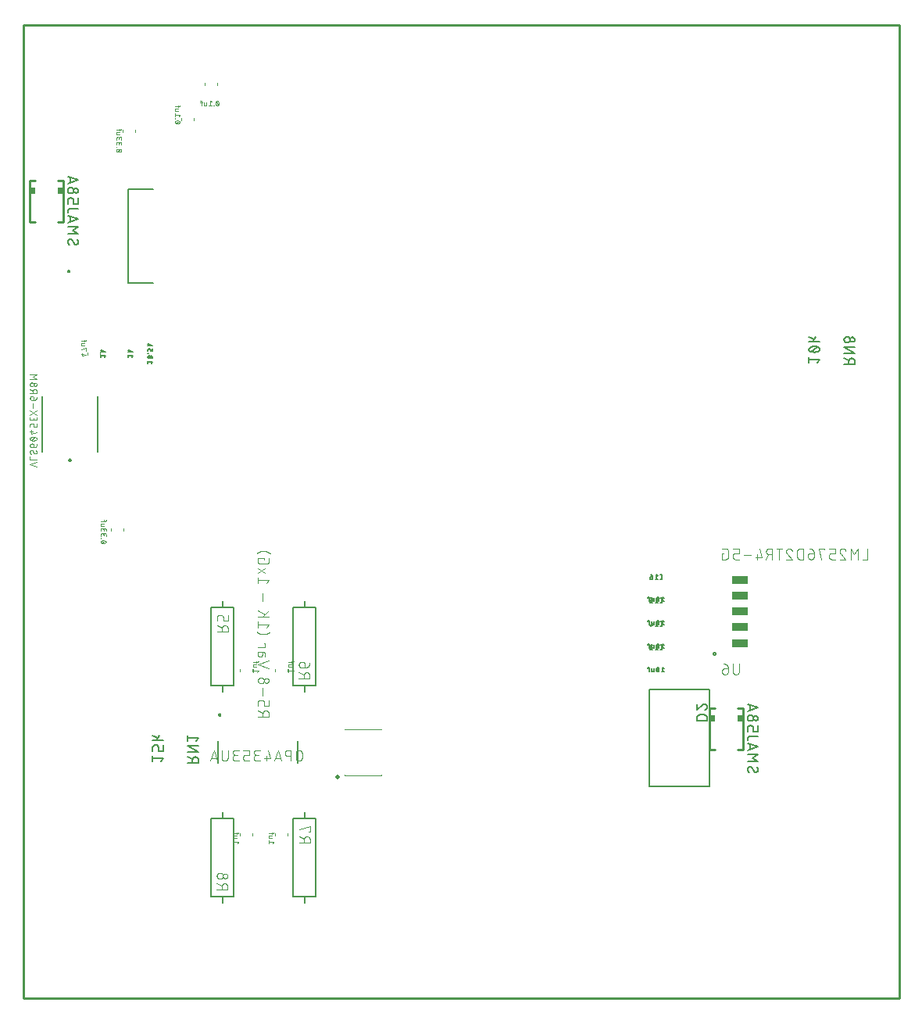
<source format=gbr>
G04 EAGLE Gerber RS-274X export*
G75*
%MOMM*%
%FSLAX34Y34*%
%LPD*%
%INSilkscreen Bottom*%
%IPPOS*%
%AMOC8*
5,1,8,0,0,1.08239X$1,22.5*%
G01*
%ADD10C,0.101600*%
%ADD11C,0.127000*%
%ADD12C,0.200000*%
%ADD13C,0.500000*%
%ADD14C,0.120000*%
%ADD15C,0.050800*%
%ADD16C,0.254000*%
%ADD17R,0.498819X0.751409*%
%ADD18R,0.501009X0.750869*%
%ADD19C,0.076200*%
%ADD20C,0.152400*%
%ADD21R,1.672219X0.969841*%
%ADD22R,1.676209X0.965831*%
%ADD23R,1.676516X0.965591*%
%ADD24R,1.677569X0.966509*%
%ADD25R,1.682631X0.969381*%
%ADD26C,0.254000*%


D10*
X229108Y216408D02*
X240792Y216408D01*
X240792Y219654D01*
X240790Y219767D01*
X240784Y219880D01*
X240774Y219993D01*
X240760Y220106D01*
X240743Y220218D01*
X240721Y220329D01*
X240696Y220439D01*
X240666Y220549D01*
X240633Y220657D01*
X240596Y220764D01*
X240556Y220870D01*
X240511Y220974D01*
X240463Y221077D01*
X240412Y221178D01*
X240357Y221277D01*
X240299Y221374D01*
X240237Y221469D01*
X240172Y221562D01*
X240104Y221652D01*
X240033Y221740D01*
X239958Y221826D01*
X239881Y221909D01*
X239801Y221989D01*
X239718Y222066D01*
X239632Y222141D01*
X239544Y222212D01*
X239454Y222280D01*
X239361Y222345D01*
X239266Y222407D01*
X239169Y222465D01*
X239070Y222520D01*
X238969Y222571D01*
X238866Y222619D01*
X238762Y222664D01*
X238656Y222704D01*
X238549Y222741D01*
X238441Y222774D01*
X238331Y222804D01*
X238221Y222829D01*
X238110Y222851D01*
X237998Y222868D01*
X237885Y222882D01*
X237772Y222892D01*
X237659Y222898D01*
X237546Y222900D01*
X237433Y222898D01*
X237320Y222892D01*
X237207Y222882D01*
X237094Y222868D01*
X236982Y222851D01*
X236871Y222829D01*
X236761Y222804D01*
X236651Y222774D01*
X236543Y222741D01*
X236436Y222704D01*
X236330Y222664D01*
X236226Y222619D01*
X236123Y222571D01*
X236022Y222520D01*
X235923Y222465D01*
X235826Y222407D01*
X235731Y222345D01*
X235638Y222280D01*
X235548Y222212D01*
X235460Y222141D01*
X235374Y222066D01*
X235291Y221989D01*
X235211Y221909D01*
X235134Y221826D01*
X235059Y221740D01*
X234988Y221652D01*
X234920Y221562D01*
X234855Y221469D01*
X234793Y221374D01*
X234735Y221277D01*
X234680Y221178D01*
X234629Y221077D01*
X234581Y220974D01*
X234536Y220870D01*
X234496Y220764D01*
X234459Y220657D01*
X234426Y220549D01*
X234396Y220439D01*
X234371Y220329D01*
X234349Y220218D01*
X234332Y220106D01*
X234318Y219993D01*
X234308Y219880D01*
X234302Y219767D01*
X234300Y219654D01*
X234301Y219654D02*
X234301Y216408D01*
X234301Y220303D02*
X229108Y222899D01*
X229108Y227764D02*
X229108Y231659D01*
X229110Y231758D01*
X229116Y231858D01*
X229125Y231957D01*
X229138Y232055D01*
X229155Y232153D01*
X229176Y232251D01*
X229201Y232347D01*
X229229Y232442D01*
X229261Y232536D01*
X229296Y232629D01*
X229335Y232721D01*
X229378Y232811D01*
X229423Y232899D01*
X229473Y232986D01*
X229525Y233070D01*
X229581Y233153D01*
X229639Y233233D01*
X229701Y233311D01*
X229766Y233386D01*
X229834Y233459D01*
X229904Y233529D01*
X229977Y233597D01*
X230052Y233662D01*
X230130Y233724D01*
X230210Y233782D01*
X230293Y233838D01*
X230377Y233890D01*
X230464Y233940D01*
X230552Y233985D01*
X230642Y234028D01*
X230734Y234067D01*
X230827Y234102D01*
X230921Y234134D01*
X231016Y234162D01*
X231112Y234187D01*
X231210Y234208D01*
X231308Y234225D01*
X231406Y234238D01*
X231505Y234247D01*
X231605Y234253D01*
X231704Y234255D01*
X233003Y234255D01*
X233102Y234253D01*
X233202Y234247D01*
X233301Y234238D01*
X233399Y234225D01*
X233497Y234208D01*
X233595Y234187D01*
X233691Y234162D01*
X233786Y234134D01*
X233880Y234102D01*
X233973Y234067D01*
X234065Y234028D01*
X234155Y233985D01*
X234243Y233940D01*
X234330Y233890D01*
X234414Y233838D01*
X234497Y233782D01*
X234577Y233724D01*
X234655Y233662D01*
X234730Y233597D01*
X234803Y233529D01*
X234873Y233459D01*
X234941Y233386D01*
X235006Y233311D01*
X235068Y233233D01*
X235126Y233153D01*
X235182Y233070D01*
X235234Y232986D01*
X235284Y232899D01*
X235329Y232811D01*
X235372Y232721D01*
X235411Y232629D01*
X235446Y232536D01*
X235478Y232442D01*
X235506Y232347D01*
X235531Y232251D01*
X235552Y232153D01*
X235569Y232055D01*
X235582Y231957D01*
X235591Y231858D01*
X235597Y231758D01*
X235599Y231659D01*
X235599Y227764D01*
X240792Y227764D01*
X240792Y234255D01*
X233652Y239307D02*
X233652Y247097D01*
X232354Y252148D02*
X232467Y252150D01*
X232580Y252156D01*
X232693Y252166D01*
X232806Y252180D01*
X232918Y252197D01*
X233029Y252219D01*
X233139Y252244D01*
X233249Y252274D01*
X233357Y252307D01*
X233464Y252344D01*
X233570Y252384D01*
X233674Y252429D01*
X233777Y252477D01*
X233878Y252528D01*
X233977Y252583D01*
X234074Y252641D01*
X234169Y252703D01*
X234262Y252768D01*
X234352Y252836D01*
X234440Y252907D01*
X234526Y252982D01*
X234609Y253059D01*
X234689Y253139D01*
X234766Y253222D01*
X234841Y253308D01*
X234912Y253396D01*
X234980Y253486D01*
X235045Y253579D01*
X235107Y253674D01*
X235165Y253771D01*
X235220Y253870D01*
X235271Y253971D01*
X235319Y254074D01*
X235364Y254178D01*
X235404Y254284D01*
X235441Y254391D01*
X235474Y254499D01*
X235504Y254609D01*
X235529Y254719D01*
X235551Y254830D01*
X235568Y254942D01*
X235582Y255055D01*
X235592Y255168D01*
X235598Y255281D01*
X235600Y255394D01*
X235598Y255507D01*
X235592Y255620D01*
X235582Y255733D01*
X235568Y255846D01*
X235551Y255958D01*
X235529Y256069D01*
X235504Y256179D01*
X235474Y256289D01*
X235441Y256397D01*
X235404Y256504D01*
X235364Y256610D01*
X235319Y256714D01*
X235271Y256817D01*
X235220Y256918D01*
X235165Y257017D01*
X235107Y257114D01*
X235045Y257209D01*
X234980Y257302D01*
X234912Y257392D01*
X234841Y257480D01*
X234766Y257566D01*
X234689Y257649D01*
X234609Y257729D01*
X234526Y257806D01*
X234440Y257881D01*
X234352Y257952D01*
X234262Y258020D01*
X234169Y258085D01*
X234074Y258147D01*
X233977Y258205D01*
X233878Y258260D01*
X233777Y258311D01*
X233674Y258359D01*
X233570Y258404D01*
X233464Y258444D01*
X233357Y258481D01*
X233249Y258514D01*
X233139Y258544D01*
X233029Y258569D01*
X232918Y258591D01*
X232806Y258608D01*
X232693Y258622D01*
X232580Y258632D01*
X232467Y258638D01*
X232354Y258640D01*
X232241Y258638D01*
X232128Y258632D01*
X232015Y258622D01*
X231902Y258608D01*
X231790Y258591D01*
X231679Y258569D01*
X231569Y258544D01*
X231459Y258514D01*
X231351Y258481D01*
X231244Y258444D01*
X231138Y258404D01*
X231034Y258359D01*
X230931Y258311D01*
X230830Y258260D01*
X230731Y258205D01*
X230634Y258147D01*
X230539Y258085D01*
X230446Y258020D01*
X230356Y257952D01*
X230268Y257881D01*
X230182Y257806D01*
X230099Y257729D01*
X230019Y257649D01*
X229942Y257566D01*
X229867Y257480D01*
X229796Y257392D01*
X229728Y257302D01*
X229663Y257209D01*
X229601Y257114D01*
X229543Y257017D01*
X229488Y256918D01*
X229437Y256817D01*
X229389Y256714D01*
X229344Y256610D01*
X229304Y256504D01*
X229267Y256397D01*
X229234Y256289D01*
X229204Y256179D01*
X229179Y256069D01*
X229157Y255958D01*
X229140Y255846D01*
X229126Y255733D01*
X229116Y255620D01*
X229110Y255507D01*
X229108Y255394D01*
X229110Y255281D01*
X229116Y255168D01*
X229126Y255055D01*
X229140Y254942D01*
X229157Y254830D01*
X229179Y254719D01*
X229204Y254609D01*
X229234Y254499D01*
X229267Y254391D01*
X229304Y254284D01*
X229344Y254178D01*
X229389Y254074D01*
X229437Y253971D01*
X229488Y253870D01*
X229543Y253771D01*
X229601Y253674D01*
X229663Y253579D01*
X229728Y253486D01*
X229796Y253396D01*
X229867Y253308D01*
X229942Y253222D01*
X230019Y253139D01*
X230099Y253059D01*
X230182Y252982D01*
X230268Y252907D01*
X230356Y252836D01*
X230446Y252768D01*
X230539Y252703D01*
X230634Y252641D01*
X230731Y252583D01*
X230830Y252528D01*
X230931Y252477D01*
X231034Y252429D01*
X231138Y252384D01*
X231244Y252344D01*
X231351Y252307D01*
X231459Y252274D01*
X231569Y252244D01*
X231679Y252219D01*
X231790Y252197D01*
X231902Y252180D01*
X232015Y252166D01*
X232128Y252156D01*
X232241Y252150D01*
X232354Y252148D01*
X238196Y252798D02*
X238297Y252800D01*
X238397Y252806D01*
X238497Y252816D01*
X238597Y252829D01*
X238696Y252847D01*
X238795Y252868D01*
X238892Y252893D01*
X238989Y252922D01*
X239084Y252955D01*
X239178Y252991D01*
X239270Y253031D01*
X239361Y253074D01*
X239450Y253121D01*
X239537Y253171D01*
X239623Y253225D01*
X239706Y253282D01*
X239786Y253342D01*
X239865Y253405D01*
X239941Y253472D01*
X240014Y253541D01*
X240084Y253613D01*
X240152Y253687D01*
X240217Y253764D01*
X240278Y253844D01*
X240337Y253926D01*
X240392Y254010D01*
X240444Y254096D01*
X240493Y254184D01*
X240538Y254274D01*
X240580Y254366D01*
X240618Y254459D01*
X240652Y254554D01*
X240683Y254649D01*
X240710Y254746D01*
X240733Y254844D01*
X240753Y254943D01*
X240768Y255043D01*
X240780Y255143D01*
X240788Y255243D01*
X240792Y255344D01*
X240792Y255444D01*
X240788Y255545D01*
X240780Y255645D01*
X240768Y255745D01*
X240753Y255845D01*
X240733Y255944D01*
X240710Y256042D01*
X240683Y256139D01*
X240652Y256234D01*
X240618Y256329D01*
X240580Y256422D01*
X240538Y256514D01*
X240493Y256604D01*
X240444Y256692D01*
X240392Y256778D01*
X240337Y256862D01*
X240278Y256944D01*
X240217Y257024D01*
X240152Y257101D01*
X240084Y257175D01*
X240014Y257247D01*
X239941Y257316D01*
X239865Y257383D01*
X239786Y257446D01*
X239706Y257506D01*
X239623Y257563D01*
X239537Y257617D01*
X239450Y257667D01*
X239361Y257714D01*
X239270Y257757D01*
X239178Y257797D01*
X239084Y257833D01*
X238989Y257866D01*
X238892Y257895D01*
X238795Y257920D01*
X238696Y257941D01*
X238597Y257959D01*
X238497Y257972D01*
X238397Y257982D01*
X238297Y257988D01*
X238196Y257990D01*
X238095Y257988D01*
X237995Y257982D01*
X237895Y257972D01*
X237795Y257959D01*
X237696Y257941D01*
X237597Y257920D01*
X237500Y257895D01*
X237403Y257866D01*
X237308Y257833D01*
X237214Y257797D01*
X237122Y257757D01*
X237031Y257714D01*
X236942Y257667D01*
X236855Y257617D01*
X236769Y257563D01*
X236686Y257506D01*
X236606Y257446D01*
X236527Y257383D01*
X236451Y257316D01*
X236378Y257247D01*
X236308Y257175D01*
X236240Y257101D01*
X236175Y257024D01*
X236114Y256944D01*
X236055Y256862D01*
X236000Y256778D01*
X235948Y256692D01*
X235899Y256604D01*
X235854Y256514D01*
X235812Y256422D01*
X235774Y256329D01*
X235740Y256234D01*
X235709Y256139D01*
X235682Y256042D01*
X235659Y255944D01*
X235639Y255845D01*
X235624Y255745D01*
X235612Y255645D01*
X235604Y255545D01*
X235600Y255444D01*
X235600Y255344D01*
X235604Y255243D01*
X235612Y255143D01*
X235624Y255043D01*
X235639Y254943D01*
X235659Y254844D01*
X235682Y254746D01*
X235709Y254649D01*
X235740Y254554D01*
X235774Y254459D01*
X235812Y254366D01*
X235854Y254274D01*
X235899Y254184D01*
X235948Y254096D01*
X236000Y254010D01*
X236055Y253926D01*
X236114Y253844D01*
X236175Y253764D01*
X236240Y253687D01*
X236308Y253613D01*
X236378Y253541D01*
X236451Y253472D01*
X236527Y253405D01*
X236606Y253342D01*
X236686Y253282D01*
X236769Y253225D01*
X236855Y253171D01*
X236942Y253121D01*
X237031Y253074D01*
X237122Y253031D01*
X237214Y252991D01*
X237308Y252955D01*
X237403Y252922D01*
X237500Y252893D01*
X237597Y252868D01*
X237696Y252847D01*
X237795Y252829D01*
X237895Y252816D01*
X237995Y252806D01*
X238095Y252800D01*
X238196Y252798D01*
X240792Y269025D02*
X229108Y272920D01*
X240792Y276815D01*
X233652Y283204D02*
X233652Y286125D01*
X233652Y283204D02*
X233650Y283110D01*
X233644Y283016D01*
X233635Y282923D01*
X233621Y282830D01*
X233604Y282738D01*
X233582Y282646D01*
X233558Y282556D01*
X233529Y282466D01*
X233497Y282378D01*
X233461Y282291D01*
X233421Y282206D01*
X233378Y282123D01*
X233332Y282041D01*
X233282Y281961D01*
X233229Y281884D01*
X233173Y281809D01*
X233114Y281736D01*
X233052Y281665D01*
X232987Y281597D01*
X232919Y281532D01*
X232848Y281470D01*
X232775Y281411D01*
X232700Y281355D01*
X232623Y281302D01*
X232543Y281252D01*
X232461Y281206D01*
X232378Y281163D01*
X232293Y281123D01*
X232206Y281087D01*
X232118Y281055D01*
X232028Y281026D01*
X231938Y281002D01*
X231846Y280980D01*
X231754Y280963D01*
X231661Y280949D01*
X231568Y280940D01*
X231474Y280934D01*
X231380Y280932D01*
X231286Y280934D01*
X231192Y280940D01*
X231099Y280949D01*
X231006Y280963D01*
X230914Y280980D01*
X230822Y281002D01*
X230732Y281026D01*
X230642Y281055D01*
X230554Y281087D01*
X230467Y281123D01*
X230382Y281163D01*
X230299Y281206D01*
X230217Y281252D01*
X230137Y281302D01*
X230060Y281355D01*
X229985Y281411D01*
X229912Y281470D01*
X229841Y281532D01*
X229773Y281597D01*
X229708Y281665D01*
X229646Y281736D01*
X229587Y281809D01*
X229531Y281884D01*
X229478Y281961D01*
X229428Y282041D01*
X229382Y282123D01*
X229339Y282206D01*
X229299Y282291D01*
X229263Y282378D01*
X229231Y282466D01*
X229202Y282556D01*
X229178Y282646D01*
X229156Y282738D01*
X229139Y282830D01*
X229125Y282923D01*
X229116Y283016D01*
X229110Y283110D01*
X229108Y283204D01*
X229108Y286125D01*
X234950Y286125D01*
X235037Y286123D01*
X235125Y286117D01*
X235211Y286107D01*
X235298Y286094D01*
X235383Y286076D01*
X235468Y286055D01*
X235552Y286030D01*
X235634Y286001D01*
X235715Y285968D01*
X235795Y285932D01*
X235873Y285893D01*
X235949Y285849D01*
X236023Y285803D01*
X236094Y285753D01*
X236164Y285700D01*
X236231Y285644D01*
X236295Y285585D01*
X236357Y285523D01*
X236416Y285459D01*
X236472Y285392D01*
X236525Y285322D01*
X236575Y285251D01*
X236621Y285177D01*
X236665Y285101D01*
X236704Y285023D01*
X236740Y284943D01*
X236773Y284862D01*
X236802Y284780D01*
X236827Y284696D01*
X236848Y284611D01*
X236866Y284526D01*
X236879Y284439D01*
X236889Y284353D01*
X236895Y284265D01*
X236897Y284178D01*
X236897Y281582D01*
X236897Y291726D02*
X229108Y291726D01*
X236897Y291726D02*
X236897Y295620D01*
X235599Y295620D01*
X234950Y305560D02*
X235217Y305563D01*
X235485Y305573D01*
X235751Y305589D01*
X236018Y305611D01*
X236284Y305640D01*
X236549Y305676D01*
X236813Y305717D01*
X237076Y305765D01*
X237338Y305819D01*
X237598Y305880D01*
X237857Y305947D01*
X238114Y306020D01*
X238370Y306099D01*
X238623Y306184D01*
X238874Y306276D01*
X239123Y306373D01*
X239370Y306476D01*
X239614Y306586D01*
X239855Y306701D01*
X240094Y306822D01*
X240329Y306948D01*
X240562Y307080D01*
X240791Y307218D01*
X241016Y307361D01*
X241239Y307510D01*
X241457Y307664D01*
X241672Y307823D01*
X241883Y307987D01*
X242090Y308156D01*
X234950Y305560D02*
X234683Y305563D01*
X234415Y305573D01*
X234149Y305589D01*
X233882Y305611D01*
X233616Y305640D01*
X233351Y305676D01*
X233087Y305717D01*
X232824Y305765D01*
X232562Y305819D01*
X232302Y305880D01*
X232043Y305947D01*
X231786Y306020D01*
X231531Y306099D01*
X231277Y306184D01*
X231026Y306276D01*
X230777Y306373D01*
X230530Y306476D01*
X230286Y306586D01*
X230045Y306701D01*
X229806Y306822D01*
X229571Y306948D01*
X229338Y307080D01*
X229109Y307218D01*
X228884Y307361D01*
X228661Y307510D01*
X228443Y307664D01*
X228228Y307823D01*
X228017Y307987D01*
X227810Y308156D01*
X238196Y312727D02*
X240792Y315973D01*
X229108Y315973D01*
X229108Y319218D02*
X229108Y312727D01*
X229108Y324708D02*
X240792Y324708D01*
X240792Y331199D02*
X233652Y324708D01*
X236248Y327304D02*
X229108Y331199D01*
X233652Y341796D02*
X233652Y349585D01*
X238196Y360733D02*
X240792Y363979D01*
X229108Y363979D01*
X229108Y367224D02*
X229108Y360733D01*
X229108Y371669D02*
X236897Y376862D01*
X236897Y371669D02*
X229108Y376862D01*
X235599Y386232D02*
X235599Y388179D01*
X229108Y388179D01*
X229108Y384285D01*
X229110Y384186D01*
X229116Y384086D01*
X229125Y383987D01*
X229138Y383889D01*
X229155Y383791D01*
X229176Y383693D01*
X229201Y383597D01*
X229229Y383502D01*
X229261Y383408D01*
X229296Y383315D01*
X229335Y383223D01*
X229378Y383133D01*
X229423Y383045D01*
X229473Y382958D01*
X229525Y382874D01*
X229581Y382791D01*
X229639Y382711D01*
X229701Y382633D01*
X229766Y382558D01*
X229834Y382485D01*
X229904Y382415D01*
X229977Y382347D01*
X230052Y382282D01*
X230130Y382220D01*
X230210Y382162D01*
X230293Y382106D01*
X230377Y382054D01*
X230464Y382004D01*
X230552Y381959D01*
X230642Y381916D01*
X230734Y381877D01*
X230827Y381842D01*
X230921Y381810D01*
X231016Y381782D01*
X231112Y381757D01*
X231210Y381736D01*
X231308Y381719D01*
X231406Y381706D01*
X231505Y381697D01*
X231605Y381691D01*
X231704Y381689D01*
X231704Y381688D02*
X238196Y381688D01*
X238196Y381689D02*
X238295Y381691D01*
X238395Y381697D01*
X238494Y381706D01*
X238592Y381719D01*
X238690Y381736D01*
X238788Y381757D01*
X238884Y381782D01*
X238979Y381810D01*
X239073Y381842D01*
X239166Y381877D01*
X239258Y381916D01*
X239348Y381959D01*
X239436Y382004D01*
X239523Y382054D01*
X239607Y382106D01*
X239690Y382162D01*
X239770Y382220D01*
X239848Y382282D01*
X239923Y382347D01*
X239996Y382415D01*
X240066Y382485D01*
X240134Y382558D01*
X240199Y382633D01*
X240261Y382711D01*
X240319Y382791D01*
X240375Y382874D01*
X240427Y382958D01*
X240477Y383045D01*
X240522Y383133D01*
X240565Y383223D01*
X240604Y383315D01*
X240639Y383407D01*
X240671Y383502D01*
X240699Y383597D01*
X240724Y383693D01*
X240745Y383791D01*
X240762Y383889D01*
X240775Y383987D01*
X240784Y384086D01*
X240790Y384186D01*
X240792Y384285D01*
X240792Y388179D01*
X234950Y395727D02*
X234683Y395724D01*
X234415Y395714D01*
X234149Y395698D01*
X233882Y395676D01*
X233616Y395647D01*
X233351Y395611D01*
X233087Y395570D01*
X232824Y395522D01*
X232562Y395468D01*
X232302Y395407D01*
X232043Y395340D01*
X231786Y395267D01*
X231531Y395188D01*
X231277Y395103D01*
X231026Y395011D01*
X230777Y394914D01*
X230530Y394811D01*
X230286Y394701D01*
X230045Y394586D01*
X229806Y394465D01*
X229571Y394339D01*
X229338Y394207D01*
X229109Y394069D01*
X228884Y393926D01*
X228661Y393777D01*
X228443Y393623D01*
X228228Y393464D01*
X228017Y393300D01*
X227810Y393131D01*
X234950Y395727D02*
X235217Y395724D01*
X235485Y395714D01*
X235751Y395698D01*
X236018Y395676D01*
X236284Y395647D01*
X236549Y395611D01*
X236813Y395570D01*
X237076Y395522D01*
X237338Y395468D01*
X237598Y395407D01*
X237857Y395340D01*
X238114Y395267D01*
X238370Y395188D01*
X238623Y395103D01*
X238874Y395011D01*
X239123Y394914D01*
X239370Y394811D01*
X239614Y394701D01*
X239855Y394586D01*
X240094Y394465D01*
X240329Y394339D01*
X240562Y394207D01*
X240791Y394069D01*
X241016Y393926D01*
X241239Y393777D01*
X241457Y393623D01*
X241672Y393464D01*
X241883Y393300D01*
X242090Y393131D01*
D11*
X271850Y189500D02*
X271850Y166100D01*
X185350Y166100D02*
X185350Y189500D01*
D12*
X186600Y218300D02*
X186602Y218363D01*
X186608Y218425D01*
X186618Y218487D01*
X186631Y218549D01*
X186649Y218609D01*
X186670Y218668D01*
X186695Y218726D01*
X186724Y218782D01*
X186756Y218836D01*
X186791Y218888D01*
X186829Y218937D01*
X186871Y218985D01*
X186915Y219029D01*
X186963Y219071D01*
X187012Y219109D01*
X187064Y219144D01*
X187118Y219176D01*
X187174Y219205D01*
X187232Y219230D01*
X187291Y219251D01*
X187351Y219269D01*
X187413Y219282D01*
X187475Y219292D01*
X187537Y219298D01*
X187600Y219300D01*
X187663Y219298D01*
X187725Y219292D01*
X187787Y219282D01*
X187849Y219269D01*
X187909Y219251D01*
X187968Y219230D01*
X188026Y219205D01*
X188082Y219176D01*
X188136Y219144D01*
X188188Y219109D01*
X188237Y219071D01*
X188285Y219029D01*
X188329Y218985D01*
X188371Y218937D01*
X188409Y218888D01*
X188444Y218836D01*
X188476Y218782D01*
X188505Y218726D01*
X188530Y218668D01*
X188551Y218609D01*
X188569Y218549D01*
X188582Y218487D01*
X188592Y218425D01*
X188598Y218363D01*
X188600Y218300D01*
X188598Y218237D01*
X188592Y218175D01*
X188582Y218113D01*
X188569Y218051D01*
X188551Y217991D01*
X188530Y217932D01*
X188505Y217874D01*
X188476Y217818D01*
X188444Y217764D01*
X188409Y217712D01*
X188371Y217663D01*
X188329Y217615D01*
X188285Y217571D01*
X188237Y217529D01*
X188188Y217491D01*
X188136Y217456D01*
X188082Y217424D01*
X188026Y217395D01*
X187968Y217370D01*
X187909Y217349D01*
X187849Y217331D01*
X187787Y217318D01*
X187725Y217308D01*
X187663Y217302D01*
X187600Y217300D01*
X187537Y217302D01*
X187475Y217308D01*
X187413Y217318D01*
X187351Y217331D01*
X187291Y217349D01*
X187232Y217370D01*
X187174Y217395D01*
X187118Y217424D01*
X187064Y217456D01*
X187012Y217491D01*
X186963Y217529D01*
X186915Y217571D01*
X186871Y217615D01*
X186829Y217663D01*
X186791Y217712D01*
X186756Y217764D01*
X186724Y217818D01*
X186695Y217874D01*
X186670Y217932D01*
X186649Y217991D01*
X186631Y218051D01*
X186618Y218113D01*
X186608Y218175D01*
X186602Y218237D01*
X186600Y218300D01*
D10*
X276792Y176846D02*
X276792Y171654D01*
X276792Y176846D02*
X276790Y176959D01*
X276784Y177072D01*
X276774Y177185D01*
X276760Y177298D01*
X276743Y177410D01*
X276721Y177521D01*
X276696Y177631D01*
X276666Y177741D01*
X276633Y177849D01*
X276596Y177956D01*
X276556Y178062D01*
X276511Y178166D01*
X276463Y178269D01*
X276412Y178370D01*
X276357Y178469D01*
X276299Y178566D01*
X276237Y178661D01*
X276172Y178754D01*
X276104Y178844D01*
X276033Y178932D01*
X275958Y179018D01*
X275881Y179101D01*
X275801Y179181D01*
X275718Y179258D01*
X275632Y179333D01*
X275544Y179404D01*
X275454Y179472D01*
X275361Y179537D01*
X275266Y179599D01*
X275169Y179657D01*
X275070Y179712D01*
X274969Y179763D01*
X274866Y179811D01*
X274762Y179856D01*
X274656Y179896D01*
X274549Y179933D01*
X274441Y179966D01*
X274331Y179996D01*
X274221Y180021D01*
X274110Y180043D01*
X273998Y180060D01*
X273885Y180074D01*
X273772Y180084D01*
X273659Y180090D01*
X273546Y180092D01*
X273433Y180090D01*
X273320Y180084D01*
X273207Y180074D01*
X273094Y180060D01*
X272982Y180043D01*
X272871Y180021D01*
X272761Y179996D01*
X272651Y179966D01*
X272543Y179933D01*
X272436Y179896D01*
X272330Y179856D01*
X272226Y179811D01*
X272123Y179763D01*
X272022Y179712D01*
X271923Y179657D01*
X271826Y179599D01*
X271731Y179537D01*
X271638Y179472D01*
X271548Y179404D01*
X271460Y179333D01*
X271374Y179258D01*
X271291Y179181D01*
X271211Y179101D01*
X271134Y179018D01*
X271059Y178932D01*
X270988Y178844D01*
X270920Y178754D01*
X270855Y178661D01*
X270793Y178566D01*
X270735Y178469D01*
X270680Y178370D01*
X270629Y178269D01*
X270581Y178166D01*
X270536Y178062D01*
X270496Y177956D01*
X270459Y177849D01*
X270426Y177741D01*
X270396Y177631D01*
X270371Y177521D01*
X270349Y177410D01*
X270332Y177298D01*
X270318Y177185D01*
X270308Y177072D01*
X270302Y176959D01*
X270300Y176846D01*
X270301Y176846D02*
X270301Y171654D01*
X270300Y171654D02*
X270302Y171541D01*
X270308Y171428D01*
X270318Y171315D01*
X270332Y171202D01*
X270349Y171090D01*
X270371Y170979D01*
X270396Y170869D01*
X270426Y170759D01*
X270459Y170651D01*
X270496Y170544D01*
X270536Y170438D01*
X270581Y170334D01*
X270629Y170231D01*
X270680Y170130D01*
X270735Y170031D01*
X270793Y169934D01*
X270855Y169839D01*
X270920Y169746D01*
X270988Y169656D01*
X271059Y169568D01*
X271134Y169482D01*
X271211Y169399D01*
X271291Y169319D01*
X271374Y169242D01*
X271460Y169167D01*
X271548Y169096D01*
X271638Y169028D01*
X271731Y168963D01*
X271826Y168901D01*
X271923Y168843D01*
X272022Y168788D01*
X272123Y168737D01*
X272226Y168689D01*
X272330Y168644D01*
X272436Y168604D01*
X272543Y168567D01*
X272651Y168534D01*
X272761Y168504D01*
X272871Y168479D01*
X272982Y168457D01*
X273094Y168440D01*
X273207Y168426D01*
X273320Y168416D01*
X273433Y168410D01*
X273546Y168408D01*
X273659Y168410D01*
X273772Y168416D01*
X273885Y168426D01*
X273998Y168440D01*
X274110Y168457D01*
X274221Y168479D01*
X274331Y168504D01*
X274441Y168534D01*
X274549Y168567D01*
X274656Y168604D01*
X274762Y168644D01*
X274866Y168689D01*
X274969Y168737D01*
X275070Y168788D01*
X275169Y168843D01*
X275266Y168901D01*
X275361Y168963D01*
X275454Y169028D01*
X275544Y169096D01*
X275632Y169167D01*
X275718Y169242D01*
X275801Y169319D01*
X275881Y169399D01*
X275958Y169482D01*
X276033Y169568D01*
X276104Y169656D01*
X276172Y169746D01*
X276237Y169839D01*
X276299Y169934D01*
X276357Y170031D01*
X276412Y170130D01*
X276463Y170231D01*
X276511Y170334D01*
X276556Y170438D01*
X276596Y170544D01*
X276633Y170651D01*
X276666Y170759D01*
X276696Y170869D01*
X276721Y170979D01*
X276743Y171090D01*
X276760Y171202D01*
X276774Y171315D01*
X276784Y171428D01*
X276790Y171541D01*
X276792Y171654D01*
X264812Y168408D02*
X264812Y180092D01*
X261566Y180092D01*
X261453Y180090D01*
X261340Y180084D01*
X261227Y180074D01*
X261114Y180060D01*
X261002Y180043D01*
X260891Y180021D01*
X260781Y179996D01*
X260671Y179966D01*
X260563Y179933D01*
X260456Y179896D01*
X260350Y179856D01*
X260246Y179811D01*
X260143Y179763D01*
X260042Y179712D01*
X259943Y179657D01*
X259846Y179599D01*
X259751Y179537D01*
X259658Y179472D01*
X259568Y179404D01*
X259480Y179333D01*
X259394Y179258D01*
X259311Y179181D01*
X259231Y179101D01*
X259154Y179018D01*
X259079Y178932D01*
X259008Y178844D01*
X258940Y178754D01*
X258875Y178661D01*
X258813Y178566D01*
X258755Y178469D01*
X258700Y178370D01*
X258649Y178269D01*
X258601Y178166D01*
X258556Y178062D01*
X258516Y177956D01*
X258479Y177849D01*
X258446Y177741D01*
X258416Y177631D01*
X258391Y177521D01*
X258369Y177410D01*
X258352Y177298D01*
X258338Y177185D01*
X258328Y177072D01*
X258322Y176959D01*
X258320Y176846D01*
X258322Y176733D01*
X258328Y176620D01*
X258338Y176507D01*
X258352Y176394D01*
X258369Y176282D01*
X258391Y176171D01*
X258416Y176061D01*
X258446Y175951D01*
X258479Y175843D01*
X258516Y175736D01*
X258556Y175630D01*
X258601Y175526D01*
X258649Y175423D01*
X258700Y175322D01*
X258755Y175223D01*
X258813Y175126D01*
X258875Y175031D01*
X258940Y174938D01*
X259008Y174848D01*
X259079Y174760D01*
X259154Y174674D01*
X259231Y174591D01*
X259311Y174511D01*
X259394Y174434D01*
X259480Y174359D01*
X259568Y174288D01*
X259658Y174220D01*
X259751Y174155D01*
X259846Y174093D01*
X259943Y174035D01*
X260042Y173980D01*
X260143Y173929D01*
X260246Y173881D01*
X260350Y173836D01*
X260456Y173796D01*
X260563Y173759D01*
X260671Y173726D01*
X260781Y173696D01*
X260891Y173671D01*
X261002Y173649D01*
X261114Y173632D01*
X261227Y173618D01*
X261340Y173608D01*
X261453Y173602D01*
X261566Y173600D01*
X261566Y173601D02*
X264812Y173601D01*
X254581Y168408D02*
X250687Y180092D01*
X246792Y168408D01*
X247766Y171329D02*
X253608Y171329D01*
X242502Y171004D02*
X239906Y180092D01*
X242502Y171004D02*
X236011Y171004D01*
X237958Y173601D02*
X237958Y168408D01*
X231072Y168408D02*
X227827Y168408D01*
X227714Y168410D01*
X227601Y168416D01*
X227488Y168426D01*
X227375Y168440D01*
X227263Y168457D01*
X227152Y168479D01*
X227042Y168504D01*
X226932Y168534D01*
X226824Y168567D01*
X226717Y168604D01*
X226611Y168644D01*
X226507Y168689D01*
X226404Y168737D01*
X226303Y168788D01*
X226204Y168843D01*
X226107Y168901D01*
X226012Y168963D01*
X225919Y169028D01*
X225829Y169096D01*
X225741Y169167D01*
X225655Y169242D01*
X225572Y169319D01*
X225492Y169399D01*
X225415Y169482D01*
X225340Y169568D01*
X225269Y169656D01*
X225201Y169746D01*
X225136Y169839D01*
X225074Y169934D01*
X225016Y170031D01*
X224961Y170130D01*
X224910Y170231D01*
X224862Y170334D01*
X224817Y170438D01*
X224777Y170544D01*
X224740Y170651D01*
X224707Y170759D01*
X224677Y170869D01*
X224652Y170979D01*
X224630Y171090D01*
X224613Y171202D01*
X224599Y171315D01*
X224589Y171428D01*
X224583Y171541D01*
X224581Y171654D01*
X224583Y171767D01*
X224589Y171880D01*
X224599Y171993D01*
X224613Y172106D01*
X224630Y172218D01*
X224652Y172329D01*
X224677Y172439D01*
X224707Y172549D01*
X224740Y172657D01*
X224777Y172764D01*
X224817Y172870D01*
X224862Y172974D01*
X224910Y173077D01*
X224961Y173178D01*
X225016Y173277D01*
X225074Y173374D01*
X225136Y173469D01*
X225201Y173562D01*
X225269Y173652D01*
X225340Y173740D01*
X225415Y173826D01*
X225492Y173909D01*
X225572Y173989D01*
X225655Y174066D01*
X225741Y174141D01*
X225829Y174212D01*
X225919Y174280D01*
X226012Y174345D01*
X226107Y174407D01*
X226204Y174465D01*
X226303Y174520D01*
X226404Y174571D01*
X226507Y174619D01*
X226611Y174664D01*
X226717Y174704D01*
X226824Y174741D01*
X226932Y174774D01*
X227042Y174804D01*
X227152Y174829D01*
X227263Y174851D01*
X227375Y174868D01*
X227488Y174882D01*
X227601Y174892D01*
X227714Y174898D01*
X227827Y174900D01*
X227177Y180092D02*
X231072Y180092D01*
X227177Y180092D02*
X227076Y180090D01*
X226976Y180084D01*
X226876Y180074D01*
X226776Y180061D01*
X226677Y180043D01*
X226578Y180022D01*
X226481Y179997D01*
X226384Y179968D01*
X226289Y179935D01*
X226195Y179899D01*
X226103Y179859D01*
X226012Y179816D01*
X225923Y179769D01*
X225836Y179719D01*
X225750Y179665D01*
X225667Y179608D01*
X225587Y179548D01*
X225508Y179485D01*
X225432Y179418D01*
X225359Y179349D01*
X225289Y179277D01*
X225221Y179203D01*
X225156Y179126D01*
X225095Y179046D01*
X225036Y178964D01*
X224981Y178880D01*
X224929Y178794D01*
X224880Y178706D01*
X224835Y178616D01*
X224793Y178524D01*
X224755Y178431D01*
X224721Y178336D01*
X224690Y178241D01*
X224663Y178144D01*
X224640Y178046D01*
X224620Y177947D01*
X224605Y177847D01*
X224593Y177747D01*
X224585Y177647D01*
X224581Y177546D01*
X224581Y177446D01*
X224585Y177345D01*
X224593Y177245D01*
X224605Y177145D01*
X224620Y177045D01*
X224640Y176946D01*
X224663Y176848D01*
X224690Y176751D01*
X224721Y176656D01*
X224755Y176561D01*
X224793Y176468D01*
X224835Y176376D01*
X224880Y176286D01*
X224929Y176198D01*
X224981Y176112D01*
X225036Y176028D01*
X225095Y175946D01*
X225156Y175866D01*
X225221Y175789D01*
X225289Y175715D01*
X225359Y175643D01*
X225432Y175574D01*
X225508Y175507D01*
X225587Y175444D01*
X225667Y175384D01*
X225750Y175327D01*
X225836Y175273D01*
X225923Y175223D01*
X226012Y175176D01*
X226103Y175133D01*
X226195Y175093D01*
X226289Y175057D01*
X226384Y175024D01*
X226481Y174995D01*
X226578Y174970D01*
X226677Y174949D01*
X226776Y174931D01*
X226876Y174918D01*
X226976Y174908D01*
X227076Y174902D01*
X227177Y174900D01*
X227177Y174899D02*
X229774Y174899D01*
X219642Y168408D02*
X215747Y168408D01*
X215648Y168410D01*
X215548Y168416D01*
X215449Y168425D01*
X215351Y168438D01*
X215253Y168455D01*
X215155Y168476D01*
X215059Y168501D01*
X214964Y168529D01*
X214870Y168561D01*
X214777Y168596D01*
X214685Y168635D01*
X214595Y168678D01*
X214507Y168723D01*
X214420Y168773D01*
X214336Y168825D01*
X214253Y168881D01*
X214173Y168939D01*
X214095Y169001D01*
X214020Y169066D01*
X213947Y169134D01*
X213877Y169204D01*
X213809Y169277D01*
X213744Y169352D01*
X213682Y169430D01*
X213624Y169510D01*
X213568Y169593D01*
X213516Y169677D01*
X213466Y169764D01*
X213421Y169852D01*
X213378Y169942D01*
X213339Y170034D01*
X213304Y170127D01*
X213272Y170221D01*
X213244Y170316D01*
X213219Y170412D01*
X213198Y170510D01*
X213181Y170608D01*
X213168Y170706D01*
X213159Y170805D01*
X213153Y170905D01*
X213151Y171004D01*
X213151Y172303D01*
X213153Y172402D01*
X213159Y172502D01*
X213168Y172601D01*
X213181Y172699D01*
X213198Y172797D01*
X213219Y172895D01*
X213244Y172991D01*
X213272Y173086D01*
X213304Y173180D01*
X213339Y173273D01*
X213378Y173365D01*
X213421Y173455D01*
X213466Y173543D01*
X213516Y173630D01*
X213568Y173714D01*
X213624Y173797D01*
X213682Y173877D01*
X213744Y173955D01*
X213809Y174030D01*
X213877Y174103D01*
X213947Y174173D01*
X214020Y174241D01*
X214095Y174306D01*
X214173Y174368D01*
X214253Y174426D01*
X214336Y174482D01*
X214420Y174534D01*
X214507Y174584D01*
X214595Y174629D01*
X214685Y174672D01*
X214777Y174711D01*
X214870Y174746D01*
X214964Y174778D01*
X215059Y174806D01*
X215155Y174831D01*
X215253Y174852D01*
X215351Y174869D01*
X215449Y174882D01*
X215548Y174891D01*
X215648Y174897D01*
X215747Y174899D01*
X219642Y174899D01*
X219642Y180092D01*
X213151Y180092D01*
X208212Y168408D02*
X204967Y168408D01*
X204854Y168410D01*
X204741Y168416D01*
X204628Y168426D01*
X204515Y168440D01*
X204403Y168457D01*
X204292Y168479D01*
X204182Y168504D01*
X204072Y168534D01*
X203964Y168567D01*
X203857Y168604D01*
X203751Y168644D01*
X203647Y168689D01*
X203544Y168737D01*
X203443Y168788D01*
X203344Y168843D01*
X203247Y168901D01*
X203152Y168963D01*
X203059Y169028D01*
X202969Y169096D01*
X202881Y169167D01*
X202795Y169242D01*
X202712Y169319D01*
X202632Y169399D01*
X202555Y169482D01*
X202480Y169568D01*
X202409Y169656D01*
X202341Y169746D01*
X202276Y169839D01*
X202214Y169934D01*
X202156Y170031D01*
X202101Y170130D01*
X202050Y170231D01*
X202002Y170334D01*
X201957Y170438D01*
X201917Y170544D01*
X201880Y170651D01*
X201847Y170759D01*
X201817Y170869D01*
X201792Y170979D01*
X201770Y171090D01*
X201753Y171202D01*
X201739Y171315D01*
X201729Y171428D01*
X201723Y171541D01*
X201721Y171654D01*
X201723Y171767D01*
X201729Y171880D01*
X201739Y171993D01*
X201753Y172106D01*
X201770Y172218D01*
X201792Y172329D01*
X201817Y172439D01*
X201847Y172549D01*
X201880Y172657D01*
X201917Y172764D01*
X201957Y172870D01*
X202002Y172974D01*
X202050Y173077D01*
X202101Y173178D01*
X202156Y173277D01*
X202214Y173374D01*
X202276Y173469D01*
X202341Y173562D01*
X202409Y173652D01*
X202480Y173740D01*
X202555Y173826D01*
X202632Y173909D01*
X202712Y173989D01*
X202795Y174066D01*
X202881Y174141D01*
X202969Y174212D01*
X203059Y174280D01*
X203152Y174345D01*
X203247Y174407D01*
X203344Y174465D01*
X203443Y174520D01*
X203544Y174571D01*
X203647Y174619D01*
X203751Y174664D01*
X203857Y174704D01*
X203964Y174741D01*
X204072Y174774D01*
X204182Y174804D01*
X204292Y174829D01*
X204403Y174851D01*
X204515Y174868D01*
X204628Y174882D01*
X204741Y174892D01*
X204854Y174898D01*
X204967Y174900D01*
X204318Y180092D02*
X208212Y180092D01*
X204318Y180092D02*
X204217Y180090D01*
X204117Y180084D01*
X204017Y180074D01*
X203917Y180061D01*
X203818Y180043D01*
X203719Y180022D01*
X203622Y179997D01*
X203525Y179968D01*
X203430Y179935D01*
X203336Y179899D01*
X203244Y179859D01*
X203153Y179816D01*
X203064Y179769D01*
X202977Y179719D01*
X202891Y179665D01*
X202808Y179608D01*
X202728Y179548D01*
X202649Y179485D01*
X202573Y179418D01*
X202500Y179349D01*
X202430Y179277D01*
X202362Y179203D01*
X202297Y179126D01*
X202236Y179046D01*
X202177Y178964D01*
X202122Y178880D01*
X202070Y178794D01*
X202021Y178706D01*
X201976Y178616D01*
X201934Y178524D01*
X201896Y178431D01*
X201862Y178336D01*
X201831Y178241D01*
X201804Y178144D01*
X201781Y178046D01*
X201761Y177947D01*
X201746Y177847D01*
X201734Y177747D01*
X201726Y177647D01*
X201722Y177546D01*
X201722Y177446D01*
X201726Y177345D01*
X201734Y177245D01*
X201746Y177145D01*
X201761Y177045D01*
X201781Y176946D01*
X201804Y176848D01*
X201831Y176751D01*
X201862Y176656D01*
X201896Y176561D01*
X201934Y176468D01*
X201976Y176376D01*
X202021Y176286D01*
X202070Y176198D01*
X202122Y176112D01*
X202177Y176028D01*
X202236Y175946D01*
X202297Y175866D01*
X202362Y175789D01*
X202430Y175715D01*
X202500Y175643D01*
X202573Y175574D01*
X202649Y175507D01*
X202728Y175444D01*
X202808Y175384D01*
X202891Y175327D01*
X202977Y175273D01*
X203064Y175223D01*
X203153Y175176D01*
X203244Y175133D01*
X203336Y175093D01*
X203430Y175057D01*
X203525Y175024D01*
X203622Y174995D01*
X203719Y174970D01*
X203818Y174949D01*
X203917Y174931D01*
X204017Y174918D01*
X204117Y174908D01*
X204217Y174902D01*
X204318Y174900D01*
X204318Y174899D02*
X206914Y174899D01*
X196401Y171654D02*
X196401Y180092D01*
X196402Y171654D02*
X196400Y171541D01*
X196394Y171428D01*
X196384Y171315D01*
X196370Y171202D01*
X196353Y171090D01*
X196331Y170979D01*
X196306Y170869D01*
X196276Y170759D01*
X196243Y170651D01*
X196206Y170544D01*
X196166Y170438D01*
X196121Y170334D01*
X196073Y170231D01*
X196022Y170130D01*
X195967Y170031D01*
X195909Y169934D01*
X195847Y169839D01*
X195782Y169746D01*
X195714Y169656D01*
X195643Y169568D01*
X195568Y169482D01*
X195491Y169399D01*
X195411Y169319D01*
X195328Y169242D01*
X195242Y169167D01*
X195154Y169096D01*
X195064Y169028D01*
X194971Y168963D01*
X194876Y168901D01*
X194779Y168843D01*
X194680Y168788D01*
X194579Y168737D01*
X194476Y168689D01*
X194372Y168644D01*
X194266Y168604D01*
X194159Y168567D01*
X194051Y168534D01*
X193941Y168504D01*
X193831Y168479D01*
X193720Y168457D01*
X193608Y168440D01*
X193495Y168426D01*
X193382Y168416D01*
X193269Y168410D01*
X193156Y168408D01*
X193043Y168410D01*
X192930Y168416D01*
X192817Y168426D01*
X192704Y168440D01*
X192592Y168457D01*
X192481Y168479D01*
X192371Y168504D01*
X192261Y168534D01*
X192153Y168567D01*
X192046Y168604D01*
X191940Y168644D01*
X191836Y168689D01*
X191733Y168737D01*
X191632Y168788D01*
X191533Y168843D01*
X191436Y168901D01*
X191341Y168963D01*
X191248Y169028D01*
X191158Y169096D01*
X191070Y169167D01*
X190984Y169242D01*
X190901Y169319D01*
X190821Y169399D01*
X190744Y169482D01*
X190669Y169568D01*
X190598Y169656D01*
X190530Y169746D01*
X190465Y169839D01*
X190403Y169934D01*
X190345Y170031D01*
X190290Y170130D01*
X190239Y170231D01*
X190191Y170334D01*
X190146Y170438D01*
X190106Y170544D01*
X190069Y170651D01*
X190036Y170759D01*
X190006Y170869D01*
X189981Y170979D01*
X189959Y171090D01*
X189942Y171202D01*
X189928Y171315D01*
X189918Y171428D01*
X189912Y171541D01*
X189910Y171654D01*
X189910Y180092D01*
X181345Y180092D02*
X185239Y168408D01*
X177450Y168408D02*
X181345Y180092D01*
X178424Y171329D02*
X184266Y171329D01*
D13*
X315612Y150714D03*
D14*
X322900Y152800D02*
X322900Y153214D01*
X322900Y152800D02*
X362900Y152800D01*
X362900Y153214D01*
X322900Y202386D02*
X322900Y202800D01*
X362900Y202800D01*
X362900Y202386D01*
D11*
X203000Y334600D02*
X178000Y334600D01*
X203000Y334600D02*
X203000Y249600D01*
X178000Y249600D01*
X178000Y334600D01*
X190500Y334600D02*
X190500Y341210D01*
X190500Y249600D02*
X190500Y242990D01*
D10*
X184858Y308576D02*
X196542Y308576D01*
X196542Y311822D01*
X196540Y311935D01*
X196534Y312048D01*
X196524Y312161D01*
X196510Y312274D01*
X196493Y312386D01*
X196471Y312497D01*
X196446Y312607D01*
X196416Y312717D01*
X196383Y312825D01*
X196346Y312932D01*
X196306Y313038D01*
X196261Y313142D01*
X196213Y313245D01*
X196162Y313346D01*
X196107Y313445D01*
X196049Y313542D01*
X195987Y313637D01*
X195922Y313730D01*
X195854Y313820D01*
X195783Y313908D01*
X195708Y313994D01*
X195631Y314077D01*
X195551Y314157D01*
X195468Y314234D01*
X195382Y314309D01*
X195294Y314380D01*
X195204Y314448D01*
X195111Y314513D01*
X195016Y314575D01*
X194919Y314633D01*
X194820Y314688D01*
X194719Y314739D01*
X194616Y314787D01*
X194512Y314832D01*
X194406Y314872D01*
X194299Y314909D01*
X194191Y314942D01*
X194081Y314972D01*
X193971Y314997D01*
X193860Y315019D01*
X193748Y315036D01*
X193635Y315050D01*
X193522Y315060D01*
X193409Y315066D01*
X193296Y315068D01*
X193183Y315066D01*
X193070Y315060D01*
X192957Y315050D01*
X192844Y315036D01*
X192732Y315019D01*
X192621Y314997D01*
X192511Y314972D01*
X192401Y314942D01*
X192293Y314909D01*
X192186Y314872D01*
X192080Y314832D01*
X191976Y314787D01*
X191873Y314739D01*
X191772Y314688D01*
X191673Y314633D01*
X191576Y314575D01*
X191481Y314513D01*
X191388Y314448D01*
X191298Y314380D01*
X191210Y314309D01*
X191124Y314234D01*
X191041Y314157D01*
X190961Y314077D01*
X190884Y313994D01*
X190809Y313908D01*
X190738Y313820D01*
X190670Y313730D01*
X190605Y313637D01*
X190543Y313542D01*
X190485Y313445D01*
X190430Y313346D01*
X190379Y313245D01*
X190331Y313142D01*
X190286Y313038D01*
X190246Y312932D01*
X190209Y312825D01*
X190176Y312717D01*
X190146Y312607D01*
X190121Y312497D01*
X190099Y312386D01*
X190082Y312274D01*
X190068Y312161D01*
X190058Y312048D01*
X190052Y311935D01*
X190050Y311822D01*
X190051Y311822D02*
X190051Y308576D01*
X190051Y312471D02*
X184858Y315067D01*
X184858Y319933D02*
X184858Y323827D01*
X184860Y323926D01*
X184866Y324026D01*
X184875Y324125D01*
X184888Y324223D01*
X184905Y324321D01*
X184926Y324419D01*
X184951Y324515D01*
X184979Y324610D01*
X185011Y324704D01*
X185046Y324797D01*
X185085Y324889D01*
X185128Y324979D01*
X185173Y325067D01*
X185223Y325154D01*
X185275Y325238D01*
X185331Y325321D01*
X185389Y325401D01*
X185451Y325479D01*
X185516Y325554D01*
X185584Y325627D01*
X185654Y325697D01*
X185727Y325765D01*
X185802Y325830D01*
X185880Y325892D01*
X185960Y325950D01*
X186043Y326006D01*
X186127Y326058D01*
X186214Y326108D01*
X186302Y326153D01*
X186392Y326196D01*
X186484Y326235D01*
X186577Y326270D01*
X186671Y326302D01*
X186766Y326330D01*
X186862Y326355D01*
X186960Y326376D01*
X187058Y326393D01*
X187156Y326406D01*
X187255Y326415D01*
X187355Y326421D01*
X187454Y326423D01*
X187454Y326424D02*
X188753Y326424D01*
X188753Y326423D02*
X188852Y326421D01*
X188952Y326415D01*
X189051Y326406D01*
X189149Y326393D01*
X189247Y326376D01*
X189345Y326355D01*
X189441Y326330D01*
X189536Y326302D01*
X189630Y326270D01*
X189723Y326235D01*
X189815Y326196D01*
X189905Y326153D01*
X189993Y326108D01*
X190080Y326058D01*
X190164Y326006D01*
X190247Y325950D01*
X190327Y325892D01*
X190405Y325830D01*
X190480Y325765D01*
X190553Y325697D01*
X190623Y325627D01*
X190691Y325554D01*
X190756Y325479D01*
X190818Y325401D01*
X190876Y325321D01*
X190932Y325238D01*
X190984Y325154D01*
X191034Y325067D01*
X191079Y324979D01*
X191122Y324889D01*
X191161Y324797D01*
X191196Y324704D01*
X191228Y324610D01*
X191256Y324515D01*
X191281Y324419D01*
X191302Y324321D01*
X191319Y324223D01*
X191332Y324125D01*
X191341Y324026D01*
X191347Y323926D01*
X191349Y323827D01*
X191349Y319933D01*
X196542Y319933D01*
X196542Y326424D01*
D11*
X266900Y249600D02*
X291900Y249600D01*
X266900Y249600D02*
X266900Y334600D01*
X291900Y334600D01*
X291900Y249600D01*
X279400Y249600D02*
X279400Y242990D01*
X279400Y334600D02*
X279400Y341210D01*
D10*
X285042Y257776D02*
X273358Y257776D01*
X285042Y257776D02*
X285042Y261022D01*
X285040Y261135D01*
X285034Y261248D01*
X285024Y261361D01*
X285010Y261474D01*
X284993Y261586D01*
X284971Y261697D01*
X284946Y261807D01*
X284916Y261917D01*
X284883Y262025D01*
X284846Y262132D01*
X284806Y262238D01*
X284761Y262342D01*
X284713Y262445D01*
X284662Y262546D01*
X284607Y262645D01*
X284549Y262742D01*
X284487Y262837D01*
X284422Y262930D01*
X284354Y263020D01*
X284283Y263108D01*
X284208Y263194D01*
X284131Y263277D01*
X284051Y263357D01*
X283968Y263434D01*
X283882Y263509D01*
X283794Y263580D01*
X283704Y263648D01*
X283611Y263713D01*
X283516Y263775D01*
X283419Y263833D01*
X283320Y263888D01*
X283219Y263939D01*
X283116Y263987D01*
X283012Y264032D01*
X282906Y264072D01*
X282799Y264109D01*
X282691Y264142D01*
X282581Y264172D01*
X282471Y264197D01*
X282360Y264219D01*
X282248Y264236D01*
X282135Y264250D01*
X282022Y264260D01*
X281909Y264266D01*
X281796Y264268D01*
X281683Y264266D01*
X281570Y264260D01*
X281457Y264250D01*
X281344Y264236D01*
X281232Y264219D01*
X281121Y264197D01*
X281011Y264172D01*
X280901Y264142D01*
X280793Y264109D01*
X280686Y264072D01*
X280580Y264032D01*
X280476Y263987D01*
X280373Y263939D01*
X280272Y263888D01*
X280173Y263833D01*
X280076Y263775D01*
X279981Y263713D01*
X279888Y263648D01*
X279798Y263580D01*
X279710Y263509D01*
X279624Y263434D01*
X279541Y263357D01*
X279461Y263277D01*
X279384Y263194D01*
X279309Y263108D01*
X279238Y263020D01*
X279170Y262930D01*
X279105Y262837D01*
X279043Y262742D01*
X278985Y262645D01*
X278930Y262546D01*
X278879Y262445D01*
X278831Y262342D01*
X278786Y262238D01*
X278746Y262132D01*
X278709Y262025D01*
X278676Y261917D01*
X278646Y261807D01*
X278621Y261697D01*
X278599Y261586D01*
X278582Y261474D01*
X278568Y261361D01*
X278558Y261248D01*
X278552Y261135D01*
X278550Y261022D01*
X278551Y261022D02*
X278551Y257776D01*
X278551Y261671D02*
X273358Y264267D01*
X279849Y269133D02*
X279849Y273027D01*
X279847Y273126D01*
X279841Y273226D01*
X279832Y273325D01*
X279819Y273423D01*
X279802Y273521D01*
X279781Y273619D01*
X279756Y273715D01*
X279728Y273810D01*
X279696Y273904D01*
X279661Y273997D01*
X279622Y274089D01*
X279579Y274179D01*
X279534Y274267D01*
X279484Y274354D01*
X279432Y274438D01*
X279376Y274521D01*
X279318Y274601D01*
X279256Y274679D01*
X279191Y274754D01*
X279123Y274827D01*
X279053Y274897D01*
X278980Y274965D01*
X278905Y275030D01*
X278827Y275092D01*
X278747Y275150D01*
X278664Y275206D01*
X278580Y275258D01*
X278493Y275308D01*
X278405Y275353D01*
X278315Y275396D01*
X278223Y275435D01*
X278130Y275470D01*
X278036Y275502D01*
X277941Y275530D01*
X277845Y275555D01*
X277747Y275576D01*
X277649Y275593D01*
X277551Y275606D01*
X277452Y275615D01*
X277352Y275621D01*
X277253Y275623D01*
X277253Y275624D02*
X276604Y275624D01*
X276491Y275622D01*
X276378Y275616D01*
X276265Y275606D01*
X276152Y275592D01*
X276040Y275575D01*
X275929Y275553D01*
X275819Y275528D01*
X275709Y275498D01*
X275601Y275465D01*
X275494Y275428D01*
X275388Y275388D01*
X275284Y275343D01*
X275181Y275295D01*
X275080Y275244D01*
X274981Y275189D01*
X274884Y275131D01*
X274789Y275069D01*
X274696Y275004D01*
X274606Y274936D01*
X274518Y274865D01*
X274432Y274790D01*
X274349Y274713D01*
X274269Y274633D01*
X274192Y274550D01*
X274117Y274464D01*
X274046Y274376D01*
X273978Y274286D01*
X273913Y274193D01*
X273851Y274098D01*
X273793Y274001D01*
X273738Y273902D01*
X273687Y273801D01*
X273639Y273698D01*
X273594Y273594D01*
X273554Y273488D01*
X273517Y273381D01*
X273484Y273273D01*
X273454Y273163D01*
X273429Y273053D01*
X273407Y272942D01*
X273390Y272830D01*
X273376Y272717D01*
X273366Y272604D01*
X273360Y272491D01*
X273358Y272378D01*
X273360Y272265D01*
X273366Y272152D01*
X273376Y272039D01*
X273390Y271926D01*
X273407Y271814D01*
X273429Y271703D01*
X273454Y271593D01*
X273484Y271483D01*
X273517Y271375D01*
X273554Y271268D01*
X273594Y271162D01*
X273639Y271058D01*
X273687Y270955D01*
X273738Y270854D01*
X273793Y270755D01*
X273851Y270658D01*
X273913Y270563D01*
X273978Y270470D01*
X274046Y270380D01*
X274117Y270292D01*
X274192Y270206D01*
X274269Y270123D01*
X274349Y270043D01*
X274432Y269966D01*
X274518Y269891D01*
X274606Y269820D01*
X274696Y269752D01*
X274789Y269687D01*
X274884Y269625D01*
X274981Y269567D01*
X275080Y269512D01*
X275181Y269461D01*
X275284Y269413D01*
X275388Y269368D01*
X275494Y269328D01*
X275601Y269291D01*
X275709Y269258D01*
X275819Y269228D01*
X275929Y269203D01*
X276040Y269181D01*
X276152Y269164D01*
X276265Y269150D01*
X276378Y269140D01*
X276491Y269134D01*
X276604Y269132D01*
X276604Y269133D02*
X279849Y269133D01*
X279992Y269135D01*
X280135Y269141D01*
X280278Y269151D01*
X280420Y269165D01*
X280562Y269182D01*
X280704Y269204D01*
X280845Y269229D01*
X280985Y269259D01*
X281124Y269292D01*
X281262Y269329D01*
X281399Y269370D01*
X281535Y269414D01*
X281670Y269463D01*
X281803Y269515D01*
X281935Y269570D01*
X282065Y269630D01*
X282194Y269693D01*
X282321Y269759D01*
X282445Y269829D01*
X282568Y269902D01*
X282689Y269979D01*
X282808Y270059D01*
X282924Y270142D01*
X283039Y270228D01*
X283150Y270317D01*
X283260Y270410D01*
X283366Y270505D01*
X283470Y270604D01*
X283571Y270705D01*
X283670Y270809D01*
X283765Y270915D01*
X283858Y271025D01*
X283947Y271136D01*
X284033Y271251D01*
X284116Y271367D01*
X284196Y271486D01*
X284273Y271607D01*
X284346Y271729D01*
X284416Y271854D01*
X284482Y271981D01*
X284545Y272110D01*
X284605Y272240D01*
X284660Y272372D01*
X284712Y272505D01*
X284761Y272640D01*
X284805Y272776D01*
X284846Y272913D01*
X284883Y273051D01*
X284916Y273190D01*
X284946Y273330D01*
X284971Y273471D01*
X284993Y273613D01*
X285010Y273755D01*
X285024Y273897D01*
X285034Y274040D01*
X285040Y274183D01*
X285042Y274326D01*
D11*
X291900Y106000D02*
X266900Y106000D01*
X291900Y106000D02*
X291900Y21000D01*
X266900Y21000D01*
X266900Y106000D01*
X279400Y106000D02*
X279400Y112610D01*
X279400Y21000D02*
X279400Y14390D01*
D10*
X273758Y79976D02*
X285442Y79976D01*
X285442Y83222D01*
X285440Y83335D01*
X285434Y83448D01*
X285424Y83561D01*
X285410Y83674D01*
X285393Y83786D01*
X285371Y83897D01*
X285346Y84007D01*
X285316Y84117D01*
X285283Y84225D01*
X285246Y84332D01*
X285206Y84438D01*
X285161Y84542D01*
X285113Y84645D01*
X285062Y84746D01*
X285007Y84845D01*
X284949Y84942D01*
X284887Y85037D01*
X284822Y85130D01*
X284754Y85220D01*
X284683Y85308D01*
X284608Y85394D01*
X284531Y85477D01*
X284451Y85557D01*
X284368Y85634D01*
X284282Y85709D01*
X284194Y85780D01*
X284104Y85848D01*
X284011Y85913D01*
X283916Y85975D01*
X283819Y86033D01*
X283720Y86088D01*
X283619Y86139D01*
X283516Y86187D01*
X283412Y86232D01*
X283306Y86272D01*
X283199Y86309D01*
X283091Y86342D01*
X282981Y86372D01*
X282871Y86397D01*
X282760Y86419D01*
X282648Y86436D01*
X282535Y86450D01*
X282422Y86460D01*
X282309Y86466D01*
X282196Y86468D01*
X282083Y86466D01*
X281970Y86460D01*
X281857Y86450D01*
X281744Y86436D01*
X281632Y86419D01*
X281521Y86397D01*
X281411Y86372D01*
X281301Y86342D01*
X281193Y86309D01*
X281086Y86272D01*
X280980Y86232D01*
X280876Y86187D01*
X280773Y86139D01*
X280672Y86088D01*
X280573Y86033D01*
X280476Y85975D01*
X280381Y85913D01*
X280288Y85848D01*
X280198Y85780D01*
X280110Y85709D01*
X280024Y85634D01*
X279941Y85557D01*
X279861Y85477D01*
X279784Y85394D01*
X279709Y85308D01*
X279638Y85220D01*
X279570Y85130D01*
X279505Y85037D01*
X279443Y84942D01*
X279385Y84845D01*
X279330Y84746D01*
X279279Y84645D01*
X279231Y84542D01*
X279186Y84438D01*
X279146Y84332D01*
X279109Y84225D01*
X279076Y84117D01*
X279046Y84007D01*
X279021Y83897D01*
X278999Y83786D01*
X278982Y83674D01*
X278968Y83561D01*
X278958Y83448D01*
X278952Y83335D01*
X278950Y83222D01*
X278951Y83222D02*
X278951Y79976D01*
X278951Y83871D02*
X273758Y86467D01*
X284144Y91333D02*
X285442Y91333D01*
X285442Y97824D01*
X273758Y94578D01*
D11*
X203000Y21000D02*
X178000Y21000D01*
X178000Y106000D01*
X203000Y106000D01*
X203000Y21000D01*
X190500Y21000D02*
X190500Y14390D01*
X190500Y106000D02*
X190500Y112610D01*
D10*
X196142Y29176D02*
X184458Y29176D01*
X196142Y29176D02*
X196142Y32422D01*
X196140Y32535D01*
X196134Y32648D01*
X196124Y32761D01*
X196110Y32874D01*
X196093Y32986D01*
X196071Y33097D01*
X196046Y33207D01*
X196016Y33317D01*
X195983Y33425D01*
X195946Y33532D01*
X195906Y33638D01*
X195861Y33742D01*
X195813Y33845D01*
X195762Y33946D01*
X195707Y34045D01*
X195649Y34142D01*
X195587Y34237D01*
X195522Y34330D01*
X195454Y34420D01*
X195383Y34508D01*
X195308Y34594D01*
X195231Y34677D01*
X195151Y34757D01*
X195068Y34834D01*
X194982Y34909D01*
X194894Y34980D01*
X194804Y35048D01*
X194711Y35113D01*
X194616Y35175D01*
X194519Y35233D01*
X194420Y35288D01*
X194319Y35339D01*
X194216Y35387D01*
X194112Y35432D01*
X194006Y35472D01*
X193899Y35509D01*
X193791Y35542D01*
X193681Y35572D01*
X193571Y35597D01*
X193460Y35619D01*
X193348Y35636D01*
X193235Y35650D01*
X193122Y35660D01*
X193009Y35666D01*
X192896Y35668D01*
X192783Y35666D01*
X192670Y35660D01*
X192557Y35650D01*
X192444Y35636D01*
X192332Y35619D01*
X192221Y35597D01*
X192111Y35572D01*
X192001Y35542D01*
X191893Y35509D01*
X191786Y35472D01*
X191680Y35432D01*
X191576Y35387D01*
X191473Y35339D01*
X191372Y35288D01*
X191273Y35233D01*
X191176Y35175D01*
X191081Y35113D01*
X190988Y35048D01*
X190898Y34980D01*
X190810Y34909D01*
X190724Y34834D01*
X190641Y34757D01*
X190561Y34677D01*
X190484Y34594D01*
X190409Y34508D01*
X190338Y34420D01*
X190270Y34330D01*
X190205Y34237D01*
X190143Y34142D01*
X190085Y34045D01*
X190030Y33946D01*
X189979Y33845D01*
X189931Y33742D01*
X189886Y33638D01*
X189846Y33532D01*
X189809Y33425D01*
X189776Y33317D01*
X189746Y33207D01*
X189721Y33097D01*
X189699Y32986D01*
X189682Y32874D01*
X189668Y32761D01*
X189658Y32648D01*
X189652Y32535D01*
X189650Y32422D01*
X189651Y32422D02*
X189651Y29176D01*
X189651Y33071D02*
X184458Y35667D01*
X187704Y40532D02*
X187817Y40534D01*
X187930Y40540D01*
X188043Y40550D01*
X188156Y40564D01*
X188268Y40581D01*
X188379Y40603D01*
X188489Y40628D01*
X188599Y40658D01*
X188707Y40691D01*
X188814Y40728D01*
X188920Y40768D01*
X189024Y40813D01*
X189127Y40861D01*
X189228Y40912D01*
X189327Y40967D01*
X189424Y41025D01*
X189519Y41087D01*
X189612Y41152D01*
X189702Y41220D01*
X189790Y41291D01*
X189876Y41366D01*
X189959Y41443D01*
X190039Y41523D01*
X190116Y41606D01*
X190191Y41692D01*
X190262Y41780D01*
X190330Y41870D01*
X190395Y41963D01*
X190457Y42058D01*
X190515Y42155D01*
X190570Y42254D01*
X190621Y42355D01*
X190669Y42458D01*
X190714Y42562D01*
X190754Y42668D01*
X190791Y42775D01*
X190824Y42883D01*
X190854Y42993D01*
X190879Y43103D01*
X190901Y43214D01*
X190918Y43326D01*
X190932Y43439D01*
X190942Y43552D01*
X190948Y43665D01*
X190950Y43778D01*
X190948Y43891D01*
X190942Y44004D01*
X190932Y44117D01*
X190918Y44230D01*
X190901Y44342D01*
X190879Y44453D01*
X190854Y44563D01*
X190824Y44673D01*
X190791Y44781D01*
X190754Y44888D01*
X190714Y44994D01*
X190669Y45098D01*
X190621Y45201D01*
X190570Y45302D01*
X190515Y45401D01*
X190457Y45498D01*
X190395Y45593D01*
X190330Y45686D01*
X190262Y45776D01*
X190191Y45864D01*
X190116Y45950D01*
X190039Y46033D01*
X189959Y46113D01*
X189876Y46190D01*
X189790Y46265D01*
X189702Y46336D01*
X189612Y46404D01*
X189519Y46469D01*
X189424Y46531D01*
X189327Y46589D01*
X189228Y46644D01*
X189127Y46695D01*
X189024Y46743D01*
X188920Y46788D01*
X188814Y46828D01*
X188707Y46865D01*
X188599Y46898D01*
X188489Y46928D01*
X188379Y46953D01*
X188268Y46975D01*
X188156Y46992D01*
X188043Y47006D01*
X187930Y47016D01*
X187817Y47022D01*
X187704Y47024D01*
X187591Y47022D01*
X187478Y47016D01*
X187365Y47006D01*
X187252Y46992D01*
X187140Y46975D01*
X187029Y46953D01*
X186919Y46928D01*
X186809Y46898D01*
X186701Y46865D01*
X186594Y46828D01*
X186488Y46788D01*
X186384Y46743D01*
X186281Y46695D01*
X186180Y46644D01*
X186081Y46589D01*
X185984Y46531D01*
X185889Y46469D01*
X185796Y46404D01*
X185706Y46336D01*
X185618Y46265D01*
X185532Y46190D01*
X185449Y46113D01*
X185369Y46033D01*
X185292Y45950D01*
X185217Y45864D01*
X185146Y45776D01*
X185078Y45686D01*
X185013Y45593D01*
X184951Y45498D01*
X184893Y45401D01*
X184838Y45302D01*
X184787Y45201D01*
X184739Y45098D01*
X184694Y44994D01*
X184654Y44888D01*
X184617Y44781D01*
X184584Y44673D01*
X184554Y44563D01*
X184529Y44453D01*
X184507Y44342D01*
X184490Y44230D01*
X184476Y44117D01*
X184466Y44004D01*
X184460Y43891D01*
X184458Y43778D01*
X184460Y43665D01*
X184466Y43552D01*
X184476Y43439D01*
X184490Y43326D01*
X184507Y43214D01*
X184529Y43103D01*
X184554Y42993D01*
X184584Y42883D01*
X184617Y42775D01*
X184654Y42668D01*
X184694Y42562D01*
X184739Y42458D01*
X184787Y42355D01*
X184838Y42254D01*
X184893Y42155D01*
X184951Y42058D01*
X185013Y41963D01*
X185078Y41870D01*
X185146Y41780D01*
X185217Y41692D01*
X185292Y41606D01*
X185369Y41523D01*
X185449Y41443D01*
X185532Y41366D01*
X185618Y41291D01*
X185706Y41220D01*
X185796Y41152D01*
X185889Y41087D01*
X185984Y41025D01*
X186081Y40967D01*
X186180Y40912D01*
X186281Y40861D01*
X186384Y40813D01*
X186488Y40768D01*
X186594Y40728D01*
X186701Y40691D01*
X186809Y40658D01*
X186919Y40628D01*
X187029Y40603D01*
X187140Y40581D01*
X187252Y40564D01*
X187365Y40550D01*
X187478Y40540D01*
X187591Y40534D01*
X187704Y40532D01*
X193546Y41182D02*
X193647Y41184D01*
X193747Y41190D01*
X193847Y41200D01*
X193947Y41213D01*
X194046Y41231D01*
X194145Y41252D01*
X194242Y41277D01*
X194339Y41306D01*
X194434Y41339D01*
X194528Y41375D01*
X194620Y41415D01*
X194711Y41458D01*
X194800Y41505D01*
X194887Y41555D01*
X194973Y41609D01*
X195056Y41666D01*
X195136Y41726D01*
X195215Y41789D01*
X195291Y41856D01*
X195364Y41925D01*
X195434Y41997D01*
X195502Y42071D01*
X195567Y42148D01*
X195628Y42228D01*
X195687Y42310D01*
X195742Y42394D01*
X195794Y42480D01*
X195843Y42568D01*
X195888Y42658D01*
X195930Y42750D01*
X195968Y42843D01*
X196002Y42938D01*
X196033Y43033D01*
X196060Y43130D01*
X196083Y43228D01*
X196103Y43327D01*
X196118Y43427D01*
X196130Y43527D01*
X196138Y43627D01*
X196142Y43728D01*
X196142Y43828D01*
X196138Y43929D01*
X196130Y44029D01*
X196118Y44129D01*
X196103Y44229D01*
X196083Y44328D01*
X196060Y44426D01*
X196033Y44523D01*
X196002Y44618D01*
X195968Y44713D01*
X195930Y44806D01*
X195888Y44898D01*
X195843Y44988D01*
X195794Y45076D01*
X195742Y45162D01*
X195687Y45246D01*
X195628Y45328D01*
X195567Y45408D01*
X195502Y45485D01*
X195434Y45559D01*
X195364Y45631D01*
X195291Y45700D01*
X195215Y45767D01*
X195136Y45830D01*
X195056Y45890D01*
X194973Y45947D01*
X194887Y46001D01*
X194800Y46051D01*
X194711Y46098D01*
X194620Y46141D01*
X194528Y46181D01*
X194434Y46217D01*
X194339Y46250D01*
X194242Y46279D01*
X194145Y46304D01*
X194046Y46325D01*
X193947Y46343D01*
X193847Y46356D01*
X193747Y46366D01*
X193647Y46372D01*
X193546Y46374D01*
X193445Y46372D01*
X193345Y46366D01*
X193245Y46356D01*
X193145Y46343D01*
X193046Y46325D01*
X192947Y46304D01*
X192850Y46279D01*
X192753Y46250D01*
X192658Y46217D01*
X192564Y46181D01*
X192472Y46141D01*
X192381Y46098D01*
X192292Y46051D01*
X192205Y46001D01*
X192119Y45947D01*
X192036Y45890D01*
X191956Y45830D01*
X191877Y45767D01*
X191801Y45700D01*
X191728Y45631D01*
X191658Y45559D01*
X191590Y45485D01*
X191525Y45408D01*
X191464Y45328D01*
X191405Y45246D01*
X191350Y45162D01*
X191298Y45076D01*
X191249Y44988D01*
X191204Y44898D01*
X191162Y44806D01*
X191124Y44713D01*
X191090Y44618D01*
X191059Y44523D01*
X191032Y44426D01*
X191009Y44328D01*
X190989Y44229D01*
X190974Y44129D01*
X190962Y44029D01*
X190954Y43929D01*
X190950Y43828D01*
X190950Y43728D01*
X190954Y43627D01*
X190962Y43527D01*
X190974Y43427D01*
X190989Y43327D01*
X191009Y43228D01*
X191032Y43130D01*
X191059Y43033D01*
X191090Y42938D01*
X191124Y42843D01*
X191162Y42750D01*
X191204Y42658D01*
X191249Y42568D01*
X191298Y42480D01*
X191350Y42394D01*
X191405Y42310D01*
X191464Y42228D01*
X191525Y42148D01*
X191590Y42071D01*
X191658Y41997D01*
X191728Y41925D01*
X191801Y41856D01*
X191877Y41789D01*
X191956Y41726D01*
X192036Y41666D01*
X192119Y41609D01*
X192205Y41555D01*
X192292Y41505D01*
X192381Y41458D01*
X192472Y41415D01*
X192564Y41375D01*
X192658Y41339D01*
X192753Y41306D01*
X192850Y41277D01*
X192947Y41252D01*
X193046Y41231D01*
X193145Y41213D01*
X193245Y41200D01*
X193345Y41190D01*
X193445Y41184D01*
X193546Y41182D01*
D14*
X222700Y265350D02*
X222700Y268050D01*
X209100Y268050D02*
X209100Y265350D01*
D15*
X228120Y264414D02*
X229362Y265966D01*
X223774Y265966D01*
X223774Y264414D02*
X223774Y267518D01*
X224705Y270028D02*
X227499Y270028D01*
X224705Y270028D02*
X224647Y270030D01*
X224588Y270035D01*
X224531Y270044D01*
X224473Y270057D01*
X224417Y270074D01*
X224362Y270093D01*
X224309Y270117D01*
X224256Y270143D01*
X224206Y270173D01*
X224158Y270206D01*
X224112Y270242D01*
X224068Y270280D01*
X224026Y270322D01*
X223988Y270366D01*
X223952Y270412D01*
X223919Y270460D01*
X223889Y270510D01*
X223863Y270563D01*
X223839Y270616D01*
X223820Y270671D01*
X223803Y270727D01*
X223790Y270785D01*
X223781Y270842D01*
X223776Y270901D01*
X223774Y270959D01*
X223774Y272511D01*
X227499Y272511D01*
X228431Y275265D02*
X223774Y275265D01*
X228431Y275265D02*
X228489Y275267D01*
X228548Y275272D01*
X228605Y275281D01*
X228663Y275294D01*
X228719Y275311D01*
X228774Y275330D01*
X228827Y275354D01*
X228880Y275380D01*
X228930Y275410D01*
X228978Y275443D01*
X229024Y275479D01*
X229068Y275517D01*
X229110Y275559D01*
X229148Y275603D01*
X229184Y275649D01*
X229217Y275697D01*
X229247Y275748D01*
X229273Y275800D01*
X229297Y275853D01*
X229316Y275908D01*
X229333Y275964D01*
X229346Y276022D01*
X229355Y276079D01*
X229360Y276138D01*
X229362Y276196D01*
X229362Y276507D01*
X227499Y276507D02*
X227499Y274644D01*
D14*
X260800Y268050D02*
X260800Y265350D01*
X247200Y265350D02*
X247200Y268050D01*
D15*
X266220Y264414D02*
X267462Y265966D01*
X261874Y265966D01*
X261874Y264414D02*
X261874Y267518D01*
X262805Y270028D02*
X265599Y270028D01*
X262805Y270028D02*
X262747Y270030D01*
X262688Y270035D01*
X262631Y270044D01*
X262573Y270057D01*
X262517Y270074D01*
X262462Y270093D01*
X262409Y270117D01*
X262356Y270143D01*
X262306Y270173D01*
X262258Y270206D01*
X262212Y270242D01*
X262168Y270280D01*
X262126Y270322D01*
X262088Y270366D01*
X262052Y270412D01*
X262019Y270460D01*
X261989Y270510D01*
X261963Y270563D01*
X261939Y270616D01*
X261920Y270671D01*
X261903Y270727D01*
X261890Y270785D01*
X261881Y270842D01*
X261876Y270901D01*
X261874Y270959D01*
X261874Y272511D01*
X265599Y272511D01*
X266531Y275265D02*
X261874Y275265D01*
X266531Y275265D02*
X266589Y275267D01*
X266648Y275272D01*
X266705Y275281D01*
X266763Y275294D01*
X266819Y275311D01*
X266874Y275330D01*
X266927Y275354D01*
X266980Y275380D01*
X267030Y275410D01*
X267078Y275443D01*
X267124Y275479D01*
X267168Y275517D01*
X267210Y275559D01*
X267248Y275603D01*
X267284Y275649D01*
X267317Y275697D01*
X267347Y275748D01*
X267373Y275800D01*
X267397Y275853D01*
X267416Y275908D01*
X267433Y275964D01*
X267446Y276022D01*
X267455Y276079D01*
X267460Y276138D01*
X267462Y276196D01*
X267462Y276507D01*
X265599Y276507D02*
X265599Y274644D01*
D14*
X247200Y90250D02*
X247200Y87550D01*
X260800Y87550D02*
X260800Y90250D01*
D15*
X246126Y80645D02*
X244884Y79093D01*
X246126Y80645D02*
X240538Y80645D01*
X240538Y79093D02*
X240538Y82198D01*
X241469Y84707D02*
X244263Y84707D01*
X241469Y84707D02*
X241411Y84709D01*
X241352Y84714D01*
X241295Y84723D01*
X241237Y84736D01*
X241181Y84753D01*
X241126Y84772D01*
X241073Y84796D01*
X241020Y84822D01*
X240970Y84852D01*
X240922Y84885D01*
X240876Y84921D01*
X240832Y84959D01*
X240790Y85001D01*
X240752Y85045D01*
X240716Y85091D01*
X240683Y85139D01*
X240653Y85189D01*
X240627Y85242D01*
X240603Y85295D01*
X240584Y85350D01*
X240567Y85406D01*
X240554Y85464D01*
X240545Y85521D01*
X240540Y85580D01*
X240538Y85638D01*
X240538Y87191D01*
X244263Y87191D01*
X245195Y89944D02*
X240538Y89944D01*
X245195Y89945D02*
X245253Y89947D01*
X245312Y89952D01*
X245369Y89961D01*
X245427Y89974D01*
X245483Y89991D01*
X245538Y90010D01*
X245591Y90034D01*
X245644Y90060D01*
X245694Y90090D01*
X245742Y90123D01*
X245788Y90159D01*
X245832Y90197D01*
X245874Y90239D01*
X245912Y90283D01*
X245948Y90329D01*
X245981Y90377D01*
X246011Y90428D01*
X246037Y90480D01*
X246061Y90533D01*
X246080Y90588D01*
X246097Y90644D01*
X246110Y90702D01*
X246119Y90759D01*
X246124Y90818D01*
X246126Y90876D01*
X246126Y91186D01*
X244263Y91186D02*
X244263Y89323D01*
D14*
X209100Y90250D02*
X209100Y87550D01*
X222700Y87550D02*
X222700Y90250D01*
D15*
X208026Y80645D02*
X206784Y79093D01*
X208026Y80645D02*
X202438Y80645D01*
X202438Y79093D02*
X202438Y82198D01*
X203369Y84707D02*
X206163Y84707D01*
X203369Y84707D02*
X203311Y84709D01*
X203252Y84714D01*
X203195Y84723D01*
X203137Y84736D01*
X203081Y84753D01*
X203026Y84772D01*
X202973Y84796D01*
X202920Y84822D01*
X202870Y84852D01*
X202822Y84885D01*
X202776Y84921D01*
X202732Y84959D01*
X202690Y85001D01*
X202652Y85045D01*
X202616Y85091D01*
X202583Y85139D01*
X202553Y85189D01*
X202527Y85242D01*
X202503Y85295D01*
X202484Y85350D01*
X202467Y85406D01*
X202454Y85464D01*
X202445Y85521D01*
X202440Y85580D01*
X202438Y85638D01*
X202438Y87191D01*
X206163Y87191D01*
X207095Y89944D02*
X202438Y89944D01*
X207095Y89945D02*
X207153Y89947D01*
X207212Y89952D01*
X207269Y89961D01*
X207327Y89974D01*
X207383Y89991D01*
X207438Y90010D01*
X207491Y90034D01*
X207544Y90060D01*
X207594Y90090D01*
X207642Y90123D01*
X207688Y90159D01*
X207732Y90197D01*
X207774Y90239D01*
X207812Y90283D01*
X207848Y90329D01*
X207881Y90377D01*
X207911Y90428D01*
X207937Y90480D01*
X207961Y90533D01*
X207980Y90588D01*
X207997Y90644D01*
X208010Y90702D01*
X208019Y90759D01*
X208024Y90818D01*
X208026Y90876D01*
X208026Y91186D01*
X206163Y91186D02*
X206163Y89323D01*
D14*
X82100Y849550D02*
X82100Y852250D01*
X95700Y852250D02*
X95700Y849550D01*
D15*
X80250Y828392D02*
X80132Y828336D01*
X80012Y828284D01*
X79891Y828235D01*
X79769Y828190D01*
X79645Y828148D01*
X79520Y828110D01*
X79394Y828075D01*
X79267Y828044D01*
X79140Y828016D01*
X79012Y827992D01*
X78883Y827972D01*
X78753Y827956D01*
X78623Y827943D01*
X78493Y827933D01*
X78363Y827928D01*
X78232Y827926D01*
X80250Y828391D02*
X80310Y828414D01*
X80370Y828440D01*
X80427Y828469D01*
X80483Y828502D01*
X80537Y828538D01*
X80589Y828576D01*
X80639Y828618D01*
X80686Y828662D01*
X80731Y828709D01*
X80773Y828759D01*
X80812Y828810D01*
X80848Y828864D01*
X80881Y828920D01*
X80911Y828977D01*
X80938Y829036D01*
X80961Y829097D01*
X80981Y829158D01*
X80997Y829221D01*
X81010Y829285D01*
X81019Y829349D01*
X81024Y829413D01*
X81026Y829478D01*
X81024Y829543D01*
X81019Y829607D01*
X81010Y829671D01*
X80997Y829735D01*
X80981Y829798D01*
X80961Y829859D01*
X80938Y829920D01*
X80911Y829979D01*
X80881Y830036D01*
X80848Y830092D01*
X80812Y830146D01*
X80773Y830197D01*
X80731Y830247D01*
X80686Y830294D01*
X80639Y830338D01*
X80589Y830380D01*
X80537Y830418D01*
X80483Y830454D01*
X80427Y830487D01*
X80370Y830516D01*
X80310Y830542D01*
X80250Y830565D01*
X80132Y830621D01*
X80012Y830673D01*
X79891Y830722D01*
X79769Y830767D01*
X79645Y830809D01*
X79520Y830847D01*
X79394Y830882D01*
X79268Y830913D01*
X79140Y830941D01*
X79012Y830965D01*
X78883Y830985D01*
X78753Y831001D01*
X78623Y831014D01*
X78493Y831024D01*
X78363Y831029D01*
X78232Y831031D01*
X78232Y827926D02*
X78101Y827928D01*
X77971Y827933D01*
X77841Y827943D01*
X77711Y827956D01*
X77581Y827972D01*
X77452Y827992D01*
X77324Y828016D01*
X77197Y828044D01*
X77070Y828075D01*
X76944Y828110D01*
X76819Y828148D01*
X76695Y828190D01*
X76573Y828235D01*
X76452Y828284D01*
X76332Y828336D01*
X76214Y828392D01*
X76214Y828391D02*
X76154Y828414D01*
X76094Y828440D01*
X76037Y828469D01*
X75981Y828502D01*
X75927Y828538D01*
X75875Y828576D01*
X75825Y828618D01*
X75778Y828662D01*
X75733Y828709D01*
X75691Y828759D01*
X75652Y828810D01*
X75616Y828864D01*
X75583Y828920D01*
X75553Y828977D01*
X75526Y829036D01*
X75503Y829097D01*
X75483Y829158D01*
X75467Y829221D01*
X75454Y829285D01*
X75445Y829349D01*
X75440Y829413D01*
X75438Y829478D01*
X76214Y830565D02*
X76332Y830621D01*
X76452Y830673D01*
X76573Y830722D01*
X76695Y830767D01*
X76819Y830809D01*
X76944Y830847D01*
X77070Y830882D01*
X77196Y830913D01*
X77324Y830941D01*
X77452Y830965D01*
X77581Y830985D01*
X77711Y831001D01*
X77841Y831014D01*
X77971Y831024D01*
X78101Y831029D01*
X78232Y831031D01*
X76214Y830565D02*
X76154Y830542D01*
X76094Y830516D01*
X76037Y830487D01*
X75981Y830454D01*
X75927Y830418D01*
X75875Y830380D01*
X75825Y830338D01*
X75778Y830294D01*
X75733Y830247D01*
X75691Y830197D01*
X75652Y830146D01*
X75616Y830092D01*
X75583Y830036D01*
X75553Y829979D01*
X75526Y829920D01*
X75503Y829859D01*
X75483Y829798D01*
X75467Y829735D01*
X75454Y829671D01*
X75445Y829607D01*
X75440Y829543D01*
X75438Y829478D01*
X76680Y828236D02*
X79784Y830720D01*
X75748Y833163D02*
X75438Y833163D01*
X75748Y833163D02*
X75748Y833474D01*
X75438Y833474D01*
X75438Y833163D01*
X75438Y835607D02*
X75438Y837159D01*
X75440Y837236D01*
X75446Y837314D01*
X75455Y837390D01*
X75469Y837467D01*
X75486Y837542D01*
X75507Y837616D01*
X75532Y837690D01*
X75560Y837762D01*
X75592Y837832D01*
X75627Y837901D01*
X75666Y837968D01*
X75708Y838033D01*
X75753Y838096D01*
X75801Y838157D01*
X75852Y838215D01*
X75906Y838270D01*
X75963Y838323D01*
X76022Y838372D01*
X76084Y838419D01*
X76148Y838463D01*
X76214Y838503D01*
X76282Y838540D01*
X76352Y838574D01*
X76423Y838604D01*
X76496Y838630D01*
X76570Y838653D01*
X76645Y838672D01*
X76720Y838687D01*
X76797Y838699D01*
X76874Y838707D01*
X76951Y838711D01*
X77029Y838711D01*
X77106Y838707D01*
X77183Y838699D01*
X77260Y838687D01*
X77335Y838672D01*
X77410Y838653D01*
X77484Y838630D01*
X77557Y838604D01*
X77628Y838574D01*
X77698Y838540D01*
X77766Y838503D01*
X77832Y838463D01*
X77896Y838419D01*
X77958Y838372D01*
X78017Y838323D01*
X78074Y838270D01*
X78128Y838215D01*
X78179Y838157D01*
X78227Y838096D01*
X78272Y838033D01*
X78314Y837968D01*
X78353Y837901D01*
X78388Y837832D01*
X78420Y837762D01*
X78448Y837690D01*
X78473Y837616D01*
X78494Y837542D01*
X78511Y837467D01*
X78525Y837390D01*
X78534Y837314D01*
X78540Y837236D01*
X78542Y837159D01*
X81026Y837469D02*
X81026Y835607D01*
X81026Y837469D02*
X81024Y837539D01*
X81018Y837608D01*
X81008Y837677D01*
X80995Y837745D01*
X80977Y837813D01*
X80956Y837879D01*
X80931Y837944D01*
X80903Y838008D01*
X80871Y838070D01*
X80836Y838130D01*
X80797Y838188D01*
X80755Y838243D01*
X80710Y838297D01*
X80662Y838347D01*
X80612Y838395D01*
X80558Y838440D01*
X80503Y838482D01*
X80445Y838521D01*
X80385Y838556D01*
X80323Y838588D01*
X80259Y838616D01*
X80194Y838641D01*
X80128Y838662D01*
X80060Y838680D01*
X79992Y838693D01*
X79923Y838703D01*
X79854Y838709D01*
X79784Y838711D01*
X79714Y838709D01*
X79645Y838703D01*
X79576Y838693D01*
X79508Y838680D01*
X79440Y838662D01*
X79374Y838641D01*
X79309Y838616D01*
X79245Y838588D01*
X79183Y838556D01*
X79123Y838521D01*
X79065Y838482D01*
X79010Y838440D01*
X78956Y838395D01*
X78906Y838347D01*
X78858Y838297D01*
X78813Y838243D01*
X78771Y838188D01*
X78732Y838130D01*
X78697Y838070D01*
X78665Y838008D01*
X78637Y837944D01*
X78612Y837879D01*
X78591Y837813D01*
X78573Y837745D01*
X78560Y837677D01*
X78550Y837608D01*
X78544Y837539D01*
X78542Y837469D01*
X78542Y836228D01*
X75438Y841093D02*
X75438Y842645D01*
X75440Y842722D01*
X75446Y842800D01*
X75455Y842876D01*
X75469Y842953D01*
X75486Y843028D01*
X75507Y843102D01*
X75532Y843176D01*
X75560Y843248D01*
X75592Y843318D01*
X75627Y843387D01*
X75666Y843454D01*
X75708Y843519D01*
X75753Y843582D01*
X75801Y843643D01*
X75852Y843701D01*
X75906Y843756D01*
X75963Y843809D01*
X76022Y843858D01*
X76084Y843905D01*
X76148Y843949D01*
X76214Y843989D01*
X76282Y844026D01*
X76352Y844060D01*
X76423Y844090D01*
X76496Y844116D01*
X76570Y844139D01*
X76645Y844158D01*
X76720Y844173D01*
X76797Y844185D01*
X76874Y844193D01*
X76951Y844197D01*
X77029Y844197D01*
X77106Y844193D01*
X77183Y844185D01*
X77260Y844173D01*
X77335Y844158D01*
X77410Y844139D01*
X77484Y844116D01*
X77557Y844090D01*
X77628Y844060D01*
X77698Y844026D01*
X77766Y843989D01*
X77832Y843949D01*
X77896Y843905D01*
X77958Y843858D01*
X78017Y843809D01*
X78074Y843756D01*
X78128Y843701D01*
X78179Y843643D01*
X78227Y843582D01*
X78272Y843519D01*
X78314Y843454D01*
X78353Y843387D01*
X78388Y843318D01*
X78420Y843248D01*
X78448Y843176D01*
X78473Y843102D01*
X78494Y843028D01*
X78511Y842953D01*
X78525Y842876D01*
X78534Y842800D01*
X78540Y842722D01*
X78542Y842645D01*
X81026Y842956D02*
X81026Y841093D01*
X81026Y842956D02*
X81024Y843026D01*
X81018Y843095D01*
X81008Y843164D01*
X80995Y843232D01*
X80977Y843300D01*
X80956Y843366D01*
X80931Y843431D01*
X80903Y843495D01*
X80871Y843557D01*
X80836Y843617D01*
X80797Y843675D01*
X80755Y843730D01*
X80710Y843784D01*
X80662Y843834D01*
X80612Y843882D01*
X80558Y843927D01*
X80503Y843969D01*
X80445Y844008D01*
X80385Y844043D01*
X80323Y844075D01*
X80259Y844103D01*
X80194Y844128D01*
X80128Y844149D01*
X80060Y844167D01*
X79992Y844180D01*
X79923Y844190D01*
X79854Y844196D01*
X79784Y844198D01*
X79714Y844196D01*
X79645Y844190D01*
X79576Y844180D01*
X79508Y844167D01*
X79440Y844149D01*
X79374Y844128D01*
X79309Y844103D01*
X79245Y844075D01*
X79183Y844043D01*
X79123Y844008D01*
X79065Y843969D01*
X79010Y843927D01*
X78956Y843882D01*
X78906Y843834D01*
X78858Y843784D01*
X78813Y843730D01*
X78771Y843675D01*
X78732Y843617D01*
X78697Y843557D01*
X78665Y843495D01*
X78637Y843431D01*
X78612Y843366D01*
X78591Y843300D01*
X78573Y843232D01*
X78560Y843164D01*
X78550Y843095D01*
X78544Y843026D01*
X78542Y842956D01*
X78542Y841714D01*
X79163Y846707D02*
X76369Y846707D01*
X76311Y846709D01*
X76252Y846714D01*
X76195Y846723D01*
X76137Y846736D01*
X76081Y846753D01*
X76026Y846772D01*
X75973Y846796D01*
X75920Y846822D01*
X75870Y846852D01*
X75822Y846885D01*
X75776Y846921D01*
X75732Y846959D01*
X75690Y847001D01*
X75652Y847045D01*
X75616Y847091D01*
X75583Y847139D01*
X75553Y847189D01*
X75527Y847242D01*
X75503Y847295D01*
X75484Y847350D01*
X75467Y847406D01*
X75454Y847464D01*
X75445Y847521D01*
X75440Y847580D01*
X75438Y847638D01*
X75438Y849191D01*
X79163Y849191D01*
X80095Y851944D02*
X75438Y851944D01*
X80095Y851945D02*
X80153Y851947D01*
X80212Y851952D01*
X80269Y851961D01*
X80327Y851974D01*
X80383Y851991D01*
X80438Y852010D01*
X80491Y852034D01*
X80544Y852060D01*
X80594Y852090D01*
X80642Y852123D01*
X80688Y852159D01*
X80732Y852197D01*
X80774Y852239D01*
X80812Y852283D01*
X80848Y852329D01*
X80881Y852377D01*
X80911Y852428D01*
X80937Y852480D01*
X80961Y852533D01*
X80980Y852588D01*
X80997Y852644D01*
X81010Y852702D01*
X81019Y852759D01*
X81024Y852818D01*
X81026Y852876D01*
X81026Y853186D01*
X79163Y853186D02*
X79163Y851323D01*
D14*
X184600Y900350D02*
X184600Y903050D01*
X171000Y903050D02*
X171000Y900350D01*
D15*
X185970Y882636D02*
X186026Y882518D01*
X186078Y882398D01*
X186127Y882277D01*
X186172Y882155D01*
X186214Y882031D01*
X186252Y881906D01*
X186287Y881780D01*
X186318Y881653D01*
X186346Y881526D01*
X186370Y881398D01*
X186390Y881269D01*
X186406Y881139D01*
X186419Y881009D01*
X186429Y880879D01*
X186434Y880749D01*
X186436Y880618D01*
X185971Y882636D02*
X185948Y882696D01*
X185922Y882756D01*
X185893Y882813D01*
X185860Y882869D01*
X185824Y882923D01*
X185786Y882975D01*
X185744Y883025D01*
X185700Y883072D01*
X185653Y883117D01*
X185603Y883159D01*
X185552Y883198D01*
X185498Y883234D01*
X185442Y883267D01*
X185385Y883297D01*
X185326Y883324D01*
X185265Y883347D01*
X185204Y883367D01*
X185141Y883383D01*
X185077Y883396D01*
X185013Y883405D01*
X184949Y883410D01*
X184884Y883412D01*
X184819Y883410D01*
X184755Y883405D01*
X184691Y883396D01*
X184627Y883383D01*
X184564Y883367D01*
X184503Y883347D01*
X184442Y883324D01*
X184383Y883297D01*
X184326Y883267D01*
X184270Y883234D01*
X184216Y883198D01*
X184165Y883159D01*
X184115Y883117D01*
X184068Y883072D01*
X184024Y883025D01*
X183982Y882975D01*
X183944Y882923D01*
X183908Y882869D01*
X183875Y882813D01*
X183846Y882756D01*
X183820Y882696D01*
X183797Y882636D01*
X183741Y882518D01*
X183689Y882398D01*
X183640Y882277D01*
X183595Y882155D01*
X183553Y882031D01*
X183515Y881906D01*
X183480Y881780D01*
X183449Y881654D01*
X183421Y881526D01*
X183397Y881398D01*
X183377Y881269D01*
X183361Y881139D01*
X183348Y881009D01*
X183338Y880879D01*
X183333Y880749D01*
X183331Y880618D01*
X186436Y880618D02*
X186434Y880487D01*
X186429Y880357D01*
X186419Y880227D01*
X186406Y880097D01*
X186390Y879967D01*
X186370Y879839D01*
X186346Y879710D01*
X186318Y879583D01*
X186287Y879456D01*
X186252Y879330D01*
X186214Y879205D01*
X186172Y879082D01*
X186127Y878959D01*
X186078Y878838D01*
X186026Y878718D01*
X185970Y878600D01*
X185971Y878600D02*
X185948Y878540D01*
X185922Y878480D01*
X185893Y878423D01*
X185860Y878367D01*
X185824Y878313D01*
X185786Y878261D01*
X185744Y878211D01*
X185700Y878164D01*
X185653Y878119D01*
X185603Y878077D01*
X185552Y878038D01*
X185498Y878002D01*
X185442Y877969D01*
X185385Y877939D01*
X185326Y877912D01*
X185265Y877889D01*
X185204Y877869D01*
X185141Y877853D01*
X185077Y877840D01*
X185013Y877831D01*
X184949Y877826D01*
X184884Y877824D01*
X183797Y878600D02*
X183741Y878718D01*
X183689Y878838D01*
X183640Y878959D01*
X183595Y879081D01*
X183553Y879205D01*
X183515Y879330D01*
X183480Y879456D01*
X183449Y879582D01*
X183421Y879710D01*
X183397Y879838D01*
X183377Y879967D01*
X183361Y880097D01*
X183348Y880227D01*
X183338Y880357D01*
X183333Y880487D01*
X183331Y880618D01*
X183797Y878600D02*
X183820Y878540D01*
X183846Y878480D01*
X183875Y878423D01*
X183908Y878367D01*
X183944Y878313D01*
X183982Y878261D01*
X184024Y878211D01*
X184068Y878164D01*
X184115Y878119D01*
X184165Y878077D01*
X184216Y878038D01*
X184270Y878002D01*
X184326Y877969D01*
X184383Y877939D01*
X184442Y877912D01*
X184503Y877889D01*
X184564Y877869D01*
X184627Y877853D01*
X184691Y877840D01*
X184755Y877831D01*
X184819Y877826D01*
X184884Y877824D01*
X186126Y879066D02*
X183642Y882170D01*
X181199Y878134D02*
X181199Y877824D01*
X181199Y878134D02*
X180888Y878134D01*
X180888Y877824D01*
X181199Y877824D01*
X178755Y882170D02*
X177203Y883412D01*
X177203Y877824D01*
X178755Y877824D02*
X175651Y877824D01*
X173141Y878755D02*
X173141Y881549D01*
X173141Y878755D02*
X173139Y878697D01*
X173134Y878638D01*
X173125Y878581D01*
X173112Y878523D01*
X173095Y878467D01*
X173076Y878412D01*
X173052Y878359D01*
X173026Y878306D01*
X172996Y878256D01*
X172963Y878208D01*
X172927Y878162D01*
X172889Y878118D01*
X172847Y878076D01*
X172803Y878038D01*
X172757Y878002D01*
X172709Y877969D01*
X172659Y877939D01*
X172606Y877913D01*
X172553Y877889D01*
X172498Y877870D01*
X172442Y877853D01*
X172384Y877840D01*
X172327Y877831D01*
X172268Y877826D01*
X172210Y877824D01*
X170658Y877824D01*
X170658Y881549D01*
X167904Y882481D02*
X167904Y877824D01*
X167904Y882481D02*
X167902Y882539D01*
X167897Y882598D01*
X167888Y882655D01*
X167875Y882713D01*
X167858Y882769D01*
X167839Y882824D01*
X167815Y882877D01*
X167789Y882930D01*
X167759Y882980D01*
X167726Y883028D01*
X167690Y883074D01*
X167652Y883118D01*
X167610Y883160D01*
X167566Y883198D01*
X167520Y883234D01*
X167472Y883267D01*
X167422Y883297D01*
X167369Y883323D01*
X167316Y883347D01*
X167261Y883366D01*
X167205Y883383D01*
X167147Y883396D01*
X167090Y883405D01*
X167031Y883410D01*
X166973Y883412D01*
X166662Y883412D01*
X166662Y881549D02*
X168525Y881549D01*
D14*
X145600Y864950D02*
X145600Y862250D01*
X159200Y862250D02*
X159200Y864950D01*
D15*
X143750Y859278D02*
X143632Y859222D01*
X143512Y859170D01*
X143391Y859121D01*
X143269Y859076D01*
X143145Y859034D01*
X143020Y858996D01*
X142894Y858961D01*
X142767Y858930D01*
X142640Y858902D01*
X142512Y858878D01*
X142383Y858858D01*
X142253Y858842D01*
X142123Y858829D01*
X141993Y858819D01*
X141863Y858814D01*
X141732Y858812D01*
X143750Y859278D02*
X143810Y859301D01*
X143870Y859327D01*
X143927Y859356D01*
X143983Y859389D01*
X144037Y859425D01*
X144089Y859463D01*
X144139Y859505D01*
X144186Y859549D01*
X144231Y859596D01*
X144273Y859646D01*
X144312Y859697D01*
X144348Y859751D01*
X144381Y859807D01*
X144411Y859864D01*
X144438Y859923D01*
X144461Y859984D01*
X144481Y860045D01*
X144497Y860108D01*
X144510Y860172D01*
X144519Y860236D01*
X144524Y860300D01*
X144526Y860365D01*
X144524Y860430D01*
X144519Y860494D01*
X144510Y860558D01*
X144497Y860622D01*
X144481Y860685D01*
X144461Y860746D01*
X144438Y860807D01*
X144411Y860866D01*
X144381Y860923D01*
X144348Y860979D01*
X144312Y861033D01*
X144273Y861084D01*
X144231Y861134D01*
X144186Y861181D01*
X144139Y861225D01*
X144089Y861267D01*
X144037Y861305D01*
X143983Y861341D01*
X143927Y861374D01*
X143870Y861403D01*
X143810Y861429D01*
X143750Y861452D01*
X143750Y861451D02*
X143632Y861507D01*
X143512Y861559D01*
X143391Y861608D01*
X143269Y861653D01*
X143145Y861695D01*
X143020Y861733D01*
X142894Y861768D01*
X142768Y861799D01*
X142640Y861827D01*
X142512Y861851D01*
X142383Y861871D01*
X142253Y861887D01*
X142123Y861900D01*
X141993Y861910D01*
X141863Y861915D01*
X141732Y861917D01*
X141732Y858812D02*
X141601Y858814D01*
X141471Y858819D01*
X141341Y858829D01*
X141211Y858842D01*
X141081Y858858D01*
X140952Y858878D01*
X140824Y858902D01*
X140697Y858930D01*
X140570Y858961D01*
X140444Y858996D01*
X140319Y859034D01*
X140195Y859076D01*
X140073Y859121D01*
X139952Y859170D01*
X139832Y859222D01*
X139714Y859278D01*
X139654Y859301D01*
X139594Y859327D01*
X139537Y859356D01*
X139481Y859389D01*
X139427Y859425D01*
X139375Y859463D01*
X139325Y859505D01*
X139278Y859549D01*
X139233Y859596D01*
X139191Y859646D01*
X139152Y859697D01*
X139116Y859751D01*
X139083Y859807D01*
X139053Y859864D01*
X139026Y859923D01*
X139003Y859984D01*
X138983Y860045D01*
X138967Y860108D01*
X138954Y860172D01*
X138945Y860236D01*
X138940Y860300D01*
X138938Y860365D01*
X139714Y861451D02*
X139832Y861507D01*
X139952Y861559D01*
X140073Y861608D01*
X140195Y861653D01*
X140319Y861695D01*
X140444Y861733D01*
X140570Y861768D01*
X140696Y861799D01*
X140824Y861827D01*
X140952Y861851D01*
X141081Y861871D01*
X141211Y861887D01*
X141341Y861900D01*
X141471Y861910D01*
X141601Y861915D01*
X141732Y861917D01*
X139714Y861452D02*
X139654Y861429D01*
X139594Y861403D01*
X139537Y861374D01*
X139481Y861341D01*
X139427Y861305D01*
X139375Y861267D01*
X139325Y861225D01*
X139278Y861181D01*
X139233Y861134D01*
X139191Y861084D01*
X139152Y861033D01*
X139116Y860979D01*
X139083Y860923D01*
X139053Y860866D01*
X139026Y860807D01*
X139003Y860746D01*
X138983Y860685D01*
X138967Y860622D01*
X138954Y860558D01*
X138945Y860494D01*
X138940Y860430D01*
X138938Y860365D01*
X140180Y859123D02*
X143284Y861606D01*
X139248Y864050D02*
X138938Y864050D01*
X139248Y864050D02*
X139248Y864360D01*
X138938Y864360D01*
X138938Y864050D01*
X143284Y866493D02*
X144526Y868045D01*
X138938Y868045D01*
X138938Y866493D02*
X138938Y869598D01*
X139869Y872107D02*
X142663Y872107D01*
X139869Y872107D02*
X139811Y872109D01*
X139752Y872114D01*
X139695Y872123D01*
X139637Y872136D01*
X139581Y872153D01*
X139526Y872172D01*
X139473Y872196D01*
X139420Y872222D01*
X139370Y872252D01*
X139322Y872285D01*
X139276Y872321D01*
X139232Y872359D01*
X139190Y872401D01*
X139152Y872445D01*
X139116Y872491D01*
X139083Y872539D01*
X139053Y872589D01*
X139027Y872642D01*
X139003Y872695D01*
X138984Y872750D01*
X138967Y872806D01*
X138954Y872864D01*
X138945Y872921D01*
X138940Y872980D01*
X138938Y873038D01*
X138938Y874591D01*
X142663Y874591D01*
X143595Y877344D02*
X138938Y877344D01*
X143595Y877345D02*
X143653Y877347D01*
X143712Y877352D01*
X143769Y877361D01*
X143827Y877374D01*
X143883Y877391D01*
X143938Y877410D01*
X143991Y877434D01*
X144044Y877460D01*
X144094Y877490D01*
X144142Y877523D01*
X144188Y877559D01*
X144232Y877597D01*
X144274Y877639D01*
X144312Y877683D01*
X144348Y877729D01*
X144381Y877777D01*
X144411Y877828D01*
X144437Y877880D01*
X144461Y877933D01*
X144480Y877988D01*
X144497Y878044D01*
X144510Y878102D01*
X144519Y878159D01*
X144524Y878218D01*
X144526Y878276D01*
X144526Y878586D01*
X142663Y878586D02*
X142663Y876723D01*
D14*
X83000Y420450D02*
X83000Y417750D01*
X69400Y417750D02*
X69400Y420450D01*
D15*
X63486Y404580D02*
X63368Y404524D01*
X63248Y404472D01*
X63127Y404423D01*
X63005Y404378D01*
X62881Y404336D01*
X62756Y404298D01*
X62630Y404263D01*
X62503Y404232D01*
X62376Y404204D01*
X62248Y404180D01*
X62119Y404160D01*
X61989Y404144D01*
X61859Y404131D01*
X61729Y404121D01*
X61599Y404116D01*
X61468Y404114D01*
X63486Y404579D02*
X63546Y404602D01*
X63606Y404628D01*
X63663Y404657D01*
X63719Y404690D01*
X63773Y404726D01*
X63825Y404764D01*
X63875Y404806D01*
X63922Y404850D01*
X63967Y404897D01*
X64009Y404947D01*
X64048Y404998D01*
X64084Y405052D01*
X64117Y405108D01*
X64147Y405165D01*
X64174Y405224D01*
X64197Y405285D01*
X64217Y405346D01*
X64233Y405409D01*
X64246Y405473D01*
X64255Y405537D01*
X64260Y405601D01*
X64262Y405666D01*
X64260Y405731D01*
X64255Y405795D01*
X64246Y405859D01*
X64233Y405923D01*
X64217Y405986D01*
X64197Y406047D01*
X64174Y406108D01*
X64147Y406167D01*
X64117Y406224D01*
X64084Y406280D01*
X64048Y406334D01*
X64009Y406385D01*
X63967Y406435D01*
X63922Y406482D01*
X63875Y406526D01*
X63825Y406568D01*
X63773Y406606D01*
X63719Y406642D01*
X63663Y406675D01*
X63606Y406704D01*
X63546Y406730D01*
X63486Y406753D01*
X63368Y406809D01*
X63248Y406861D01*
X63127Y406910D01*
X63005Y406955D01*
X62881Y406997D01*
X62756Y407035D01*
X62630Y407070D01*
X62504Y407101D01*
X62376Y407129D01*
X62248Y407153D01*
X62119Y407173D01*
X61989Y407189D01*
X61859Y407202D01*
X61729Y407212D01*
X61599Y407217D01*
X61468Y407219D01*
X61468Y404114D02*
X61337Y404116D01*
X61207Y404121D01*
X61077Y404131D01*
X60947Y404144D01*
X60817Y404160D01*
X60688Y404180D01*
X60560Y404204D01*
X60433Y404232D01*
X60306Y404263D01*
X60180Y404298D01*
X60055Y404336D01*
X59931Y404378D01*
X59809Y404423D01*
X59688Y404472D01*
X59568Y404524D01*
X59450Y404580D01*
X59450Y404579D02*
X59390Y404602D01*
X59330Y404628D01*
X59273Y404657D01*
X59217Y404690D01*
X59163Y404726D01*
X59111Y404764D01*
X59061Y404806D01*
X59014Y404850D01*
X58969Y404897D01*
X58927Y404947D01*
X58888Y404998D01*
X58852Y405052D01*
X58819Y405108D01*
X58789Y405165D01*
X58762Y405224D01*
X58739Y405285D01*
X58719Y405346D01*
X58703Y405409D01*
X58690Y405473D01*
X58681Y405537D01*
X58676Y405601D01*
X58674Y405666D01*
X59450Y406753D02*
X59568Y406809D01*
X59688Y406861D01*
X59809Y406910D01*
X59931Y406955D01*
X60055Y406997D01*
X60180Y407035D01*
X60306Y407070D01*
X60432Y407101D01*
X60560Y407129D01*
X60688Y407153D01*
X60817Y407173D01*
X60947Y407189D01*
X61077Y407202D01*
X61207Y407212D01*
X61337Y407217D01*
X61468Y407219D01*
X59450Y406753D02*
X59390Y406730D01*
X59330Y406704D01*
X59273Y406675D01*
X59217Y406642D01*
X59163Y406606D01*
X59111Y406568D01*
X59061Y406526D01*
X59014Y406482D01*
X58969Y406435D01*
X58927Y406385D01*
X58888Y406334D01*
X58852Y406280D01*
X58819Y406224D01*
X58789Y406167D01*
X58762Y406108D01*
X58739Y406047D01*
X58719Y405986D01*
X58703Y405923D01*
X58690Y405859D01*
X58681Y405795D01*
X58676Y405731D01*
X58674Y405666D01*
X59916Y404424D02*
X63020Y406908D01*
X58984Y409351D02*
X58674Y409351D01*
X58984Y409351D02*
X58984Y409662D01*
X58674Y409662D01*
X58674Y409351D01*
X58674Y411795D02*
X58674Y413347D01*
X58676Y413424D01*
X58682Y413502D01*
X58691Y413578D01*
X58705Y413655D01*
X58722Y413730D01*
X58743Y413804D01*
X58768Y413878D01*
X58796Y413950D01*
X58828Y414020D01*
X58863Y414089D01*
X58902Y414156D01*
X58944Y414221D01*
X58989Y414284D01*
X59037Y414345D01*
X59088Y414403D01*
X59142Y414458D01*
X59199Y414511D01*
X59258Y414560D01*
X59320Y414607D01*
X59384Y414651D01*
X59450Y414691D01*
X59518Y414728D01*
X59588Y414762D01*
X59659Y414792D01*
X59732Y414818D01*
X59806Y414841D01*
X59881Y414860D01*
X59956Y414875D01*
X60033Y414887D01*
X60110Y414895D01*
X60187Y414899D01*
X60265Y414899D01*
X60342Y414895D01*
X60419Y414887D01*
X60496Y414875D01*
X60571Y414860D01*
X60646Y414841D01*
X60720Y414818D01*
X60793Y414792D01*
X60864Y414762D01*
X60934Y414728D01*
X61002Y414691D01*
X61068Y414651D01*
X61132Y414607D01*
X61194Y414560D01*
X61253Y414511D01*
X61310Y414458D01*
X61364Y414403D01*
X61415Y414345D01*
X61463Y414284D01*
X61508Y414221D01*
X61550Y414156D01*
X61589Y414089D01*
X61624Y414020D01*
X61656Y413950D01*
X61684Y413878D01*
X61709Y413804D01*
X61730Y413730D01*
X61747Y413655D01*
X61761Y413578D01*
X61770Y413502D01*
X61776Y413424D01*
X61778Y413347D01*
X64262Y413658D02*
X64262Y411795D01*
X64262Y413658D02*
X64260Y413728D01*
X64254Y413797D01*
X64244Y413866D01*
X64231Y413934D01*
X64213Y414002D01*
X64192Y414068D01*
X64167Y414133D01*
X64139Y414197D01*
X64107Y414259D01*
X64072Y414319D01*
X64033Y414377D01*
X63991Y414432D01*
X63946Y414486D01*
X63898Y414536D01*
X63848Y414584D01*
X63794Y414629D01*
X63739Y414671D01*
X63681Y414710D01*
X63621Y414745D01*
X63559Y414777D01*
X63495Y414805D01*
X63430Y414830D01*
X63364Y414851D01*
X63296Y414869D01*
X63228Y414882D01*
X63159Y414892D01*
X63090Y414898D01*
X63020Y414900D01*
X62950Y414898D01*
X62881Y414892D01*
X62812Y414882D01*
X62744Y414869D01*
X62676Y414851D01*
X62610Y414830D01*
X62545Y414805D01*
X62481Y414777D01*
X62419Y414745D01*
X62359Y414710D01*
X62301Y414671D01*
X62246Y414629D01*
X62192Y414584D01*
X62142Y414536D01*
X62094Y414486D01*
X62049Y414432D01*
X62007Y414377D01*
X61968Y414319D01*
X61933Y414259D01*
X61901Y414197D01*
X61873Y414133D01*
X61848Y414068D01*
X61827Y414002D01*
X61809Y413934D01*
X61796Y413866D01*
X61786Y413797D01*
X61780Y413728D01*
X61778Y413658D01*
X61778Y412416D01*
X58674Y417281D02*
X58674Y418833D01*
X58676Y418910D01*
X58682Y418988D01*
X58691Y419064D01*
X58705Y419141D01*
X58722Y419216D01*
X58743Y419290D01*
X58768Y419364D01*
X58796Y419436D01*
X58828Y419506D01*
X58863Y419575D01*
X58902Y419642D01*
X58944Y419707D01*
X58989Y419770D01*
X59037Y419831D01*
X59088Y419889D01*
X59142Y419944D01*
X59199Y419997D01*
X59258Y420046D01*
X59320Y420093D01*
X59384Y420137D01*
X59450Y420177D01*
X59518Y420214D01*
X59588Y420248D01*
X59659Y420278D01*
X59732Y420304D01*
X59806Y420327D01*
X59881Y420346D01*
X59956Y420361D01*
X60033Y420373D01*
X60110Y420381D01*
X60187Y420385D01*
X60265Y420385D01*
X60342Y420381D01*
X60419Y420373D01*
X60496Y420361D01*
X60571Y420346D01*
X60646Y420327D01*
X60720Y420304D01*
X60793Y420278D01*
X60864Y420248D01*
X60934Y420214D01*
X61002Y420177D01*
X61068Y420137D01*
X61132Y420093D01*
X61194Y420046D01*
X61253Y419997D01*
X61310Y419944D01*
X61364Y419889D01*
X61415Y419831D01*
X61463Y419770D01*
X61508Y419707D01*
X61550Y419642D01*
X61589Y419575D01*
X61624Y419506D01*
X61656Y419436D01*
X61684Y419364D01*
X61709Y419290D01*
X61730Y419216D01*
X61747Y419141D01*
X61761Y419064D01*
X61770Y418988D01*
X61776Y418910D01*
X61778Y418833D01*
X64262Y419144D02*
X64262Y417281D01*
X64262Y419144D02*
X64260Y419214D01*
X64254Y419283D01*
X64244Y419352D01*
X64231Y419420D01*
X64213Y419488D01*
X64192Y419554D01*
X64167Y419619D01*
X64139Y419683D01*
X64107Y419745D01*
X64072Y419805D01*
X64033Y419863D01*
X63991Y419918D01*
X63946Y419972D01*
X63898Y420022D01*
X63848Y420070D01*
X63794Y420115D01*
X63739Y420157D01*
X63681Y420196D01*
X63621Y420231D01*
X63559Y420263D01*
X63495Y420291D01*
X63430Y420316D01*
X63364Y420337D01*
X63296Y420355D01*
X63228Y420368D01*
X63159Y420378D01*
X63090Y420384D01*
X63020Y420386D01*
X62950Y420384D01*
X62881Y420378D01*
X62812Y420368D01*
X62744Y420355D01*
X62676Y420337D01*
X62610Y420316D01*
X62545Y420291D01*
X62481Y420263D01*
X62419Y420231D01*
X62359Y420196D01*
X62301Y420157D01*
X62246Y420115D01*
X62192Y420070D01*
X62142Y420022D01*
X62094Y419972D01*
X62049Y419918D01*
X62007Y419863D01*
X61968Y419805D01*
X61933Y419745D01*
X61901Y419683D01*
X61873Y419619D01*
X61848Y419554D01*
X61827Y419488D01*
X61809Y419420D01*
X61796Y419352D01*
X61786Y419283D01*
X61780Y419214D01*
X61778Y419144D01*
X61778Y417902D01*
X62399Y422895D02*
X59605Y422895D01*
X59605Y422896D02*
X59547Y422898D01*
X59488Y422903D01*
X59431Y422912D01*
X59373Y422925D01*
X59317Y422942D01*
X59262Y422961D01*
X59209Y422985D01*
X59156Y423011D01*
X59106Y423041D01*
X59058Y423074D01*
X59012Y423110D01*
X58968Y423148D01*
X58926Y423190D01*
X58888Y423234D01*
X58852Y423280D01*
X58819Y423328D01*
X58789Y423378D01*
X58763Y423431D01*
X58739Y423484D01*
X58720Y423539D01*
X58703Y423595D01*
X58690Y423653D01*
X58681Y423710D01*
X58676Y423769D01*
X58674Y423827D01*
X58674Y425379D01*
X62399Y425379D01*
X63331Y428132D02*
X58674Y428132D01*
X63331Y428133D02*
X63389Y428135D01*
X63448Y428140D01*
X63505Y428149D01*
X63563Y428162D01*
X63619Y428179D01*
X63674Y428198D01*
X63727Y428222D01*
X63780Y428248D01*
X63830Y428278D01*
X63878Y428311D01*
X63924Y428347D01*
X63968Y428385D01*
X64010Y428427D01*
X64048Y428471D01*
X64084Y428517D01*
X64117Y428565D01*
X64147Y428616D01*
X64173Y428668D01*
X64197Y428721D01*
X64216Y428776D01*
X64233Y428832D01*
X64246Y428890D01*
X64255Y428947D01*
X64260Y429006D01*
X64262Y429064D01*
X64262Y429374D01*
X62399Y429374D02*
X62399Y427511D01*
D11*
X88770Y787400D02*
X115200Y787400D01*
X88770Y787400D02*
X88770Y685800D01*
X115200Y685800D01*
D12*
X23300Y698600D02*
X23302Y698663D01*
X23308Y698725D01*
X23318Y698787D01*
X23331Y698849D01*
X23349Y698909D01*
X23370Y698968D01*
X23395Y699026D01*
X23424Y699082D01*
X23456Y699136D01*
X23491Y699188D01*
X23529Y699237D01*
X23571Y699285D01*
X23615Y699329D01*
X23663Y699371D01*
X23712Y699409D01*
X23764Y699444D01*
X23818Y699476D01*
X23874Y699505D01*
X23932Y699530D01*
X23991Y699551D01*
X24051Y699569D01*
X24113Y699582D01*
X24175Y699592D01*
X24237Y699598D01*
X24300Y699600D01*
X24363Y699598D01*
X24425Y699592D01*
X24487Y699582D01*
X24549Y699569D01*
X24609Y699551D01*
X24668Y699530D01*
X24726Y699505D01*
X24782Y699476D01*
X24836Y699444D01*
X24888Y699409D01*
X24937Y699371D01*
X24985Y699329D01*
X25029Y699285D01*
X25071Y699237D01*
X25109Y699188D01*
X25144Y699136D01*
X25176Y699082D01*
X25205Y699026D01*
X25230Y698968D01*
X25251Y698909D01*
X25269Y698849D01*
X25282Y698787D01*
X25292Y698725D01*
X25298Y698663D01*
X25300Y698600D01*
X25298Y698537D01*
X25292Y698475D01*
X25282Y698413D01*
X25269Y698351D01*
X25251Y698291D01*
X25230Y698232D01*
X25205Y698174D01*
X25176Y698118D01*
X25144Y698064D01*
X25109Y698012D01*
X25071Y697963D01*
X25029Y697915D01*
X24985Y697871D01*
X24937Y697829D01*
X24888Y697791D01*
X24836Y697756D01*
X24782Y697724D01*
X24726Y697695D01*
X24668Y697670D01*
X24609Y697649D01*
X24549Y697631D01*
X24487Y697618D01*
X24425Y697608D01*
X24363Y697602D01*
X24300Y697600D01*
X24237Y697602D01*
X24175Y697608D01*
X24113Y697618D01*
X24051Y697631D01*
X23991Y697649D01*
X23932Y697670D01*
X23874Y697695D01*
X23818Y697724D01*
X23764Y697756D01*
X23712Y697791D01*
X23663Y697829D01*
X23615Y697871D01*
X23571Y697915D01*
X23529Y697963D01*
X23491Y698012D01*
X23456Y698064D01*
X23424Y698118D01*
X23395Y698174D01*
X23370Y698232D01*
X23349Y698291D01*
X23331Y698351D01*
X23318Y698413D01*
X23308Y698475D01*
X23302Y698537D01*
X23300Y698600D01*
D11*
X114681Y600440D02*
X113609Y599100D01*
X114681Y600440D02*
X109855Y600440D01*
X109855Y599100D02*
X109855Y601781D01*
X111196Y604585D02*
X111267Y604587D01*
X111339Y604593D01*
X111409Y604602D01*
X111479Y604615D01*
X111549Y604632D01*
X111617Y604653D01*
X111684Y604677D01*
X111750Y604705D01*
X111814Y604736D01*
X111877Y604771D01*
X111937Y604809D01*
X111996Y604850D01*
X112052Y604894D01*
X112106Y604941D01*
X112157Y604990D01*
X112205Y605043D01*
X112251Y605098D01*
X112293Y605155D01*
X112333Y605215D01*
X112369Y605276D01*
X112402Y605340D01*
X112431Y605405D01*
X112457Y605471D01*
X112480Y605539D01*
X112499Y605608D01*
X112514Y605678D01*
X112525Y605748D01*
X112533Y605819D01*
X112537Y605890D01*
X112537Y605962D01*
X112533Y606033D01*
X112525Y606104D01*
X112514Y606174D01*
X112499Y606244D01*
X112480Y606313D01*
X112457Y606381D01*
X112431Y606447D01*
X112402Y606512D01*
X112369Y606576D01*
X112333Y606637D01*
X112293Y606697D01*
X112251Y606754D01*
X112205Y606809D01*
X112157Y606862D01*
X112106Y606911D01*
X112052Y606958D01*
X111996Y607002D01*
X111937Y607043D01*
X111877Y607081D01*
X111814Y607116D01*
X111750Y607147D01*
X111684Y607175D01*
X111617Y607199D01*
X111549Y607220D01*
X111479Y607237D01*
X111409Y607250D01*
X111339Y607259D01*
X111267Y607265D01*
X111196Y607267D01*
X111125Y607265D01*
X111053Y607259D01*
X110983Y607250D01*
X110913Y607237D01*
X110843Y607220D01*
X110775Y607199D01*
X110708Y607175D01*
X110642Y607147D01*
X110578Y607116D01*
X110515Y607081D01*
X110455Y607043D01*
X110396Y607002D01*
X110340Y606958D01*
X110286Y606911D01*
X110235Y606862D01*
X110187Y606809D01*
X110141Y606754D01*
X110099Y606697D01*
X110059Y606637D01*
X110023Y606576D01*
X109990Y606512D01*
X109961Y606447D01*
X109935Y606381D01*
X109912Y606313D01*
X109893Y606244D01*
X109878Y606174D01*
X109867Y606104D01*
X109859Y606033D01*
X109855Y605962D01*
X109855Y605890D01*
X109859Y605819D01*
X109867Y605748D01*
X109878Y605678D01*
X109893Y605608D01*
X109912Y605539D01*
X109935Y605471D01*
X109961Y605405D01*
X109990Y605340D01*
X110023Y605276D01*
X110059Y605215D01*
X110099Y605155D01*
X110141Y605098D01*
X110187Y605043D01*
X110235Y604990D01*
X110286Y604941D01*
X110340Y604894D01*
X110396Y604850D01*
X110455Y604809D01*
X110515Y604771D01*
X110578Y604736D01*
X110642Y604705D01*
X110708Y604677D01*
X110775Y604653D01*
X110843Y604632D01*
X110913Y604615D01*
X110983Y604602D01*
X111053Y604593D01*
X111125Y604587D01*
X111196Y604585D01*
X113609Y604854D02*
X113674Y604856D01*
X113738Y604862D01*
X113802Y604872D01*
X113866Y604885D01*
X113928Y604903D01*
X113989Y604924D01*
X114049Y604948D01*
X114107Y604977D01*
X114164Y605009D01*
X114218Y605044D01*
X114270Y605082D01*
X114320Y605124D01*
X114367Y605168D01*
X114411Y605215D01*
X114453Y605265D01*
X114491Y605317D01*
X114526Y605371D01*
X114558Y605428D01*
X114587Y605486D01*
X114611Y605546D01*
X114632Y605607D01*
X114650Y605669D01*
X114663Y605733D01*
X114673Y605797D01*
X114679Y605861D01*
X114681Y605926D01*
X114679Y605991D01*
X114673Y606055D01*
X114663Y606119D01*
X114650Y606183D01*
X114632Y606245D01*
X114611Y606306D01*
X114587Y606366D01*
X114558Y606424D01*
X114526Y606481D01*
X114491Y606535D01*
X114453Y606587D01*
X114411Y606637D01*
X114367Y606684D01*
X114320Y606728D01*
X114270Y606770D01*
X114218Y606808D01*
X114164Y606843D01*
X114107Y606875D01*
X114049Y606904D01*
X113989Y606928D01*
X113928Y606949D01*
X113866Y606967D01*
X113802Y606980D01*
X113738Y606990D01*
X113674Y606996D01*
X113609Y606998D01*
X113544Y606996D01*
X113480Y606990D01*
X113416Y606980D01*
X113352Y606967D01*
X113290Y606949D01*
X113229Y606928D01*
X113169Y606904D01*
X113111Y606875D01*
X113054Y606843D01*
X113000Y606808D01*
X112948Y606770D01*
X112898Y606728D01*
X112851Y606684D01*
X112807Y606637D01*
X112765Y606587D01*
X112727Y606535D01*
X112692Y606481D01*
X112660Y606424D01*
X112631Y606366D01*
X112607Y606306D01*
X112586Y606245D01*
X112568Y606183D01*
X112555Y606119D01*
X112545Y606055D01*
X112539Y605991D01*
X112537Y605926D01*
X112539Y605861D01*
X112545Y605797D01*
X112555Y605733D01*
X112568Y605669D01*
X112586Y605607D01*
X112607Y605546D01*
X112631Y605486D01*
X112660Y605428D01*
X112692Y605371D01*
X112727Y605317D01*
X112765Y605265D01*
X112807Y605215D01*
X112851Y605168D01*
X112898Y605124D01*
X112948Y605082D01*
X113000Y605044D01*
X113054Y605009D01*
X113111Y604977D01*
X113169Y604948D01*
X113229Y604924D01*
X113290Y604903D01*
X113352Y604885D01*
X113416Y604872D01*
X113480Y604862D01*
X113544Y604856D01*
X113609Y604854D01*
X110123Y609633D02*
X109855Y609633D01*
X110123Y609633D02*
X110123Y609901D01*
X109855Y609901D01*
X109855Y609633D01*
X109855Y612267D02*
X109855Y613875D01*
X109857Y613940D01*
X109863Y614004D01*
X109873Y614068D01*
X109886Y614132D01*
X109904Y614194D01*
X109925Y614255D01*
X109949Y614315D01*
X109978Y614373D01*
X110010Y614430D01*
X110045Y614484D01*
X110083Y614536D01*
X110125Y614586D01*
X110169Y614633D01*
X110216Y614677D01*
X110266Y614719D01*
X110318Y614757D01*
X110372Y614792D01*
X110429Y614824D01*
X110487Y614853D01*
X110547Y614877D01*
X110608Y614898D01*
X110670Y614916D01*
X110734Y614929D01*
X110798Y614939D01*
X110862Y614945D01*
X110927Y614947D01*
X110927Y614948D02*
X111464Y614948D01*
X111464Y614947D02*
X111529Y614945D01*
X111593Y614939D01*
X111657Y614929D01*
X111721Y614916D01*
X111783Y614898D01*
X111844Y614877D01*
X111904Y614853D01*
X111962Y614824D01*
X112019Y614792D01*
X112073Y614757D01*
X112125Y614719D01*
X112175Y614677D01*
X112222Y614633D01*
X112266Y614586D01*
X112308Y614536D01*
X112346Y614484D01*
X112381Y614430D01*
X112413Y614373D01*
X112442Y614315D01*
X112466Y614255D01*
X112487Y614194D01*
X112505Y614132D01*
X112518Y614068D01*
X112528Y614004D01*
X112534Y613940D01*
X112536Y613875D01*
X112536Y612267D01*
X114681Y612267D01*
X114681Y614948D01*
X114681Y617956D02*
X109855Y617956D01*
X111464Y617956D02*
X113072Y620100D01*
X112134Y618894D02*
X109855Y620100D01*
X93345Y607024D02*
X92273Y605683D01*
X93345Y607024D02*
X88519Y607024D01*
X88519Y608364D02*
X88519Y605683D01*
X88519Y611372D02*
X93345Y611372D01*
X91736Y613517D02*
X90128Y611372D01*
X90798Y612310D02*
X88519Y613517D01*
X63881Y607024D02*
X62809Y605683D01*
X63881Y607024D02*
X59055Y607024D01*
X59055Y608364D02*
X59055Y605683D01*
X59055Y611372D02*
X63881Y611372D01*
X62272Y613517D02*
X60664Y611372D01*
X61334Y612310D02*
X59055Y613517D01*
D14*
X44000Y610950D02*
X44000Y608250D01*
X57600Y608250D02*
X57600Y610950D01*
D15*
X42926Y608249D02*
X38580Y607007D01*
X38580Y610111D01*
X39822Y609180D02*
X37338Y609180D01*
X42305Y612493D02*
X42926Y612493D01*
X42926Y615598D01*
X37338Y614045D01*
X38269Y618107D02*
X41063Y618107D01*
X38269Y618107D02*
X38211Y618109D01*
X38152Y618114D01*
X38095Y618123D01*
X38037Y618136D01*
X37981Y618153D01*
X37926Y618172D01*
X37873Y618196D01*
X37820Y618222D01*
X37770Y618252D01*
X37722Y618285D01*
X37676Y618321D01*
X37632Y618359D01*
X37590Y618401D01*
X37552Y618445D01*
X37516Y618491D01*
X37483Y618539D01*
X37453Y618589D01*
X37427Y618642D01*
X37403Y618695D01*
X37384Y618750D01*
X37367Y618806D01*
X37354Y618864D01*
X37345Y618921D01*
X37340Y618980D01*
X37338Y619038D01*
X37338Y620591D01*
X41063Y620591D01*
X41995Y623344D02*
X37338Y623344D01*
X41995Y623345D02*
X42053Y623347D01*
X42112Y623352D01*
X42169Y623361D01*
X42227Y623374D01*
X42283Y623391D01*
X42338Y623410D01*
X42391Y623434D01*
X42444Y623460D01*
X42494Y623490D01*
X42542Y623523D01*
X42588Y623559D01*
X42632Y623597D01*
X42674Y623639D01*
X42712Y623683D01*
X42748Y623729D01*
X42781Y623777D01*
X42811Y623828D01*
X42837Y623880D01*
X42861Y623933D01*
X42880Y623988D01*
X42897Y624044D01*
X42910Y624102D01*
X42919Y624159D01*
X42924Y624218D01*
X42926Y624276D01*
X42926Y624586D01*
X41063Y624586D02*
X41063Y622723D01*
D16*
X-18250Y752200D02*
X-18250Y797200D01*
X18250Y797200D02*
X18250Y752200D01*
X-12500Y797200D02*
X-18250Y797200D01*
X12500Y797200D02*
X18250Y797200D01*
X18250Y752200D02*
X15375Y752224D01*
X12500Y752200D01*
X-12500Y752200D02*
X-18250Y752200D01*
D17*
X-15006Y785957D03*
D18*
X15005Y785954D03*
D11*
X25502Y733830D02*
X25402Y733828D01*
X25302Y733822D01*
X25203Y733812D01*
X25104Y733799D01*
X25006Y733781D01*
X24908Y733760D01*
X24812Y733735D01*
X24716Y733706D01*
X24622Y733673D01*
X24529Y733636D01*
X24437Y733596D01*
X24348Y733553D01*
X24259Y733506D01*
X24173Y733455D01*
X24089Y733401D01*
X24007Y733344D01*
X23928Y733284D01*
X23850Y733221D01*
X23776Y733154D01*
X23704Y733085D01*
X23635Y733013D01*
X23568Y732939D01*
X23505Y732861D01*
X23445Y732782D01*
X23388Y732700D01*
X23334Y732616D01*
X23283Y732530D01*
X23236Y732441D01*
X23193Y732352D01*
X23153Y732260D01*
X23116Y732167D01*
X23083Y732073D01*
X23054Y731977D01*
X23029Y731881D01*
X23008Y731783D01*
X22990Y731685D01*
X22977Y731586D01*
X22967Y731487D01*
X22961Y731387D01*
X22959Y731287D01*
X22961Y731146D01*
X22966Y731004D01*
X22976Y730863D01*
X22989Y730722D01*
X23005Y730582D01*
X23026Y730442D01*
X23050Y730303D01*
X23078Y730164D01*
X23109Y730026D01*
X23144Y729889D01*
X23183Y729753D01*
X23225Y729618D01*
X23270Y729485D01*
X23320Y729352D01*
X23372Y729221D01*
X23428Y729091D01*
X23488Y728963D01*
X23551Y728836D01*
X23617Y728711D01*
X23686Y728588D01*
X23759Y728467D01*
X23835Y728347D01*
X23914Y728230D01*
X23996Y728115D01*
X24081Y728002D01*
X24168Y727891D01*
X24259Y727783D01*
X24353Y727677D01*
X24449Y727573D01*
X24548Y727473D01*
X31860Y727791D02*
X31960Y727793D01*
X32060Y727799D01*
X32159Y727809D01*
X32258Y727822D01*
X32356Y727840D01*
X32454Y727861D01*
X32550Y727886D01*
X32646Y727915D01*
X32740Y727948D01*
X32833Y727985D01*
X32925Y728025D01*
X33014Y728068D01*
X33103Y728115D01*
X33189Y728166D01*
X33273Y728220D01*
X33355Y728277D01*
X33434Y728337D01*
X33512Y728400D01*
X33586Y728467D01*
X33658Y728536D01*
X33727Y728608D01*
X33794Y728682D01*
X33857Y728760D01*
X33917Y728839D01*
X33974Y728921D01*
X34028Y729005D01*
X34079Y729091D01*
X34126Y729180D01*
X34169Y729269D01*
X34209Y729361D01*
X34246Y729454D01*
X34279Y729548D01*
X34308Y729644D01*
X34333Y729740D01*
X34354Y729838D01*
X34372Y729936D01*
X34385Y730035D01*
X34395Y730134D01*
X34401Y730234D01*
X34403Y730334D01*
X34401Y730467D01*
X34396Y730601D01*
X34386Y730734D01*
X34373Y730866D01*
X34356Y730999D01*
X34336Y731131D01*
X34312Y731262D01*
X34284Y731392D01*
X34253Y731522D01*
X34218Y731651D01*
X34179Y731778D01*
X34137Y731905D01*
X34091Y732030D01*
X34042Y732154D01*
X33989Y732277D01*
X33933Y732398D01*
X33874Y732517D01*
X33811Y732635D01*
X33745Y732751D01*
X33676Y732865D01*
X33603Y732977D01*
X33528Y733087D01*
X33449Y733195D01*
X29635Y729062D02*
X29687Y728977D01*
X29742Y728895D01*
X29800Y728814D01*
X29862Y728736D01*
X29926Y728661D01*
X29994Y728587D01*
X30064Y728517D01*
X30136Y728449D01*
X30211Y728384D01*
X30289Y728323D01*
X30369Y728264D01*
X30451Y728208D01*
X30536Y728155D01*
X30622Y728106D01*
X30710Y728060D01*
X30800Y728018D01*
X30891Y727979D01*
X30984Y727943D01*
X31078Y727911D01*
X31173Y727883D01*
X31269Y727858D01*
X31366Y727838D01*
X31464Y727820D01*
X31563Y727807D01*
X31662Y727798D01*
X31761Y727792D01*
X31860Y727790D01*
X27727Y732559D02*
X27675Y732644D01*
X27620Y732726D01*
X27562Y732807D01*
X27500Y732885D01*
X27436Y732960D01*
X27368Y733034D01*
X27298Y733104D01*
X27226Y733172D01*
X27151Y733237D01*
X27073Y733298D01*
X26993Y733357D01*
X26911Y733413D01*
X26826Y733466D01*
X26740Y733515D01*
X26652Y733561D01*
X26562Y733603D01*
X26471Y733642D01*
X26378Y733678D01*
X26284Y733710D01*
X26189Y733738D01*
X26093Y733763D01*
X25996Y733783D01*
X25898Y733801D01*
X25799Y733814D01*
X25700Y733823D01*
X25601Y733829D01*
X25502Y733831D01*
X27727Y732559D02*
X29635Y729062D01*
X34403Y739042D02*
X22959Y739042D01*
X28045Y742857D02*
X34403Y739042D01*
X28045Y742857D02*
X34403Y746671D01*
X22959Y746671D01*
X22959Y751629D02*
X34403Y755443D01*
X22959Y759258D01*
X25820Y758304D02*
X25820Y752583D01*
X25502Y766303D02*
X34403Y766303D01*
X25502Y766303D02*
X25402Y766301D01*
X25302Y766295D01*
X25203Y766285D01*
X25104Y766272D01*
X25006Y766254D01*
X24908Y766233D01*
X24812Y766208D01*
X24716Y766179D01*
X24622Y766146D01*
X24529Y766109D01*
X24437Y766069D01*
X24348Y766026D01*
X24259Y765979D01*
X24173Y765928D01*
X24089Y765874D01*
X24007Y765817D01*
X23928Y765757D01*
X23850Y765694D01*
X23776Y765627D01*
X23704Y765558D01*
X23635Y765486D01*
X23568Y765412D01*
X23505Y765334D01*
X23445Y765255D01*
X23388Y765173D01*
X23334Y765089D01*
X23283Y765003D01*
X23236Y764914D01*
X23193Y764825D01*
X23153Y764733D01*
X23116Y764640D01*
X23083Y764546D01*
X23054Y764450D01*
X23029Y764354D01*
X23008Y764256D01*
X22990Y764158D01*
X22977Y764059D01*
X22967Y763960D01*
X22961Y763860D01*
X22959Y763760D01*
X22959Y762488D01*
X22959Y771717D02*
X22959Y775531D01*
X22961Y775631D01*
X22967Y775731D01*
X22977Y775830D01*
X22990Y775929D01*
X23008Y776027D01*
X23029Y776125D01*
X23054Y776221D01*
X23083Y776317D01*
X23116Y776411D01*
X23153Y776504D01*
X23193Y776596D01*
X23236Y776685D01*
X23283Y776774D01*
X23334Y776860D01*
X23388Y776944D01*
X23445Y777026D01*
X23505Y777105D01*
X23568Y777183D01*
X23635Y777257D01*
X23704Y777329D01*
X23776Y777398D01*
X23850Y777465D01*
X23928Y777528D01*
X24007Y777588D01*
X24089Y777645D01*
X24173Y777699D01*
X24259Y777750D01*
X24348Y777797D01*
X24437Y777840D01*
X24529Y777880D01*
X24622Y777917D01*
X24716Y777950D01*
X24812Y777979D01*
X24908Y778004D01*
X25006Y778025D01*
X25104Y778043D01*
X25203Y778056D01*
X25302Y778066D01*
X25402Y778072D01*
X25502Y778074D01*
X26774Y778074D01*
X26874Y778072D01*
X26974Y778066D01*
X27073Y778056D01*
X27172Y778043D01*
X27270Y778025D01*
X27368Y778004D01*
X27464Y777979D01*
X27560Y777950D01*
X27654Y777917D01*
X27747Y777880D01*
X27839Y777840D01*
X27928Y777797D01*
X28017Y777750D01*
X28103Y777699D01*
X28187Y777645D01*
X28269Y777588D01*
X28348Y777528D01*
X28426Y777465D01*
X28500Y777398D01*
X28572Y777329D01*
X28641Y777257D01*
X28708Y777183D01*
X28771Y777105D01*
X28831Y777026D01*
X28888Y776944D01*
X28942Y776860D01*
X28993Y776774D01*
X29040Y776685D01*
X29083Y776596D01*
X29123Y776504D01*
X29160Y776411D01*
X29193Y776317D01*
X29222Y776221D01*
X29247Y776125D01*
X29268Y776027D01*
X29286Y775929D01*
X29299Y775830D01*
X29309Y775731D01*
X29315Y775631D01*
X29317Y775531D01*
X29317Y771717D01*
X34403Y771717D01*
X34403Y778074D01*
X26138Y783159D02*
X26249Y783161D01*
X26360Y783167D01*
X26470Y783176D01*
X26580Y783190D01*
X26690Y783207D01*
X26799Y783228D01*
X26907Y783253D01*
X27014Y783282D01*
X27120Y783315D01*
X27225Y783351D01*
X27329Y783390D01*
X27431Y783434D01*
X27532Y783481D01*
X27630Y783531D01*
X27727Y783585D01*
X27823Y783642D01*
X27916Y783702D01*
X28007Y783766D01*
X28095Y783833D01*
X28181Y783903D01*
X28265Y783976D01*
X28346Y784051D01*
X28425Y784130D01*
X28500Y784211D01*
X28573Y784295D01*
X28643Y784381D01*
X28710Y784469D01*
X28774Y784560D01*
X28834Y784653D01*
X28891Y784749D01*
X28945Y784846D01*
X28995Y784944D01*
X29042Y785045D01*
X29086Y785147D01*
X29125Y785251D01*
X29161Y785356D01*
X29194Y785462D01*
X29223Y785569D01*
X29248Y785677D01*
X29269Y785786D01*
X29286Y785896D01*
X29300Y786006D01*
X29309Y786116D01*
X29315Y786227D01*
X29317Y786338D01*
X29315Y786449D01*
X29309Y786560D01*
X29300Y786670D01*
X29286Y786780D01*
X29269Y786890D01*
X29248Y786999D01*
X29223Y787107D01*
X29194Y787214D01*
X29161Y787320D01*
X29125Y787425D01*
X29086Y787529D01*
X29042Y787631D01*
X28995Y787732D01*
X28945Y787830D01*
X28891Y787927D01*
X28834Y788023D01*
X28774Y788116D01*
X28710Y788207D01*
X28643Y788295D01*
X28573Y788381D01*
X28500Y788465D01*
X28425Y788546D01*
X28346Y788625D01*
X28265Y788700D01*
X28181Y788773D01*
X28095Y788843D01*
X28007Y788910D01*
X27916Y788974D01*
X27823Y789034D01*
X27728Y789091D01*
X27630Y789145D01*
X27532Y789195D01*
X27431Y789242D01*
X27329Y789286D01*
X27225Y789325D01*
X27120Y789361D01*
X27014Y789394D01*
X26907Y789423D01*
X26799Y789448D01*
X26690Y789469D01*
X26580Y789486D01*
X26470Y789500D01*
X26360Y789509D01*
X26249Y789515D01*
X26138Y789517D01*
X26027Y789515D01*
X25916Y789509D01*
X25806Y789500D01*
X25696Y789486D01*
X25586Y789469D01*
X25477Y789448D01*
X25369Y789423D01*
X25262Y789394D01*
X25156Y789361D01*
X25051Y789325D01*
X24947Y789286D01*
X24845Y789242D01*
X24744Y789195D01*
X24646Y789145D01*
X24549Y789091D01*
X24453Y789034D01*
X24360Y788974D01*
X24269Y788910D01*
X24181Y788843D01*
X24095Y788773D01*
X24011Y788700D01*
X23930Y788625D01*
X23851Y788546D01*
X23776Y788465D01*
X23703Y788381D01*
X23633Y788295D01*
X23566Y788207D01*
X23502Y788116D01*
X23442Y788023D01*
X23385Y787928D01*
X23331Y787830D01*
X23281Y787732D01*
X23234Y787631D01*
X23190Y787529D01*
X23151Y787425D01*
X23115Y787320D01*
X23082Y787214D01*
X23053Y787107D01*
X23028Y786999D01*
X23007Y786890D01*
X22990Y786780D01*
X22976Y786670D01*
X22967Y786560D01*
X22961Y786449D01*
X22959Y786338D01*
X22961Y786227D01*
X22967Y786116D01*
X22976Y786006D01*
X22990Y785896D01*
X23007Y785786D01*
X23028Y785677D01*
X23053Y785569D01*
X23082Y785462D01*
X23115Y785356D01*
X23151Y785251D01*
X23190Y785147D01*
X23234Y785045D01*
X23281Y784944D01*
X23331Y784846D01*
X23385Y784749D01*
X23442Y784653D01*
X23502Y784560D01*
X23566Y784469D01*
X23633Y784381D01*
X23703Y784295D01*
X23776Y784211D01*
X23851Y784130D01*
X23930Y784051D01*
X24011Y783976D01*
X24095Y783903D01*
X24181Y783833D01*
X24269Y783766D01*
X24360Y783702D01*
X24453Y783642D01*
X24549Y783585D01*
X24646Y783531D01*
X24744Y783481D01*
X24845Y783434D01*
X24947Y783390D01*
X25051Y783351D01*
X25156Y783315D01*
X25262Y783282D01*
X25369Y783253D01*
X25477Y783228D01*
X25586Y783207D01*
X25696Y783190D01*
X25806Y783176D01*
X25916Y783167D01*
X26027Y783161D01*
X26138Y783159D01*
X31860Y783795D02*
X31960Y783797D01*
X32060Y783803D01*
X32159Y783813D01*
X32258Y783826D01*
X32356Y783844D01*
X32454Y783865D01*
X32550Y783890D01*
X32646Y783919D01*
X32740Y783952D01*
X32833Y783989D01*
X32925Y784029D01*
X33014Y784072D01*
X33103Y784119D01*
X33189Y784170D01*
X33273Y784224D01*
X33355Y784281D01*
X33434Y784341D01*
X33512Y784404D01*
X33586Y784471D01*
X33658Y784540D01*
X33727Y784612D01*
X33794Y784686D01*
X33857Y784764D01*
X33917Y784843D01*
X33974Y784925D01*
X34028Y785009D01*
X34079Y785095D01*
X34126Y785184D01*
X34169Y785273D01*
X34209Y785365D01*
X34246Y785458D01*
X34279Y785552D01*
X34308Y785648D01*
X34333Y785744D01*
X34354Y785842D01*
X34372Y785940D01*
X34385Y786039D01*
X34395Y786138D01*
X34401Y786238D01*
X34403Y786338D01*
X34401Y786438D01*
X34395Y786538D01*
X34385Y786637D01*
X34372Y786736D01*
X34354Y786834D01*
X34333Y786932D01*
X34308Y787028D01*
X34279Y787124D01*
X34246Y787218D01*
X34209Y787311D01*
X34169Y787403D01*
X34126Y787492D01*
X34079Y787581D01*
X34028Y787667D01*
X33974Y787751D01*
X33917Y787833D01*
X33857Y787912D01*
X33794Y787990D01*
X33727Y788064D01*
X33658Y788136D01*
X33586Y788205D01*
X33512Y788272D01*
X33434Y788335D01*
X33355Y788395D01*
X33273Y788452D01*
X33189Y788506D01*
X33103Y788557D01*
X33014Y788604D01*
X32925Y788647D01*
X32833Y788687D01*
X32740Y788724D01*
X32646Y788757D01*
X32550Y788786D01*
X32454Y788811D01*
X32356Y788832D01*
X32258Y788850D01*
X32159Y788863D01*
X32060Y788873D01*
X31960Y788879D01*
X31860Y788881D01*
X31760Y788879D01*
X31660Y788873D01*
X31561Y788863D01*
X31462Y788850D01*
X31364Y788832D01*
X31266Y788811D01*
X31170Y788786D01*
X31074Y788757D01*
X30980Y788724D01*
X30887Y788687D01*
X30795Y788647D01*
X30706Y788604D01*
X30617Y788557D01*
X30531Y788506D01*
X30447Y788452D01*
X30365Y788395D01*
X30286Y788335D01*
X30208Y788272D01*
X30134Y788205D01*
X30062Y788136D01*
X29993Y788064D01*
X29926Y787990D01*
X29863Y787912D01*
X29803Y787833D01*
X29746Y787751D01*
X29692Y787667D01*
X29641Y787581D01*
X29594Y787492D01*
X29551Y787403D01*
X29511Y787311D01*
X29474Y787218D01*
X29441Y787124D01*
X29412Y787028D01*
X29387Y786932D01*
X29366Y786834D01*
X29348Y786736D01*
X29335Y786637D01*
X29325Y786538D01*
X29319Y786438D01*
X29317Y786338D01*
X29319Y786238D01*
X29325Y786138D01*
X29335Y786039D01*
X29348Y785940D01*
X29366Y785842D01*
X29387Y785744D01*
X29412Y785648D01*
X29441Y785552D01*
X29474Y785458D01*
X29511Y785365D01*
X29551Y785273D01*
X29594Y785184D01*
X29641Y785095D01*
X29692Y785009D01*
X29746Y784925D01*
X29803Y784843D01*
X29863Y784764D01*
X29926Y784686D01*
X29993Y784612D01*
X30062Y784540D01*
X30134Y784471D01*
X30208Y784404D01*
X30286Y784341D01*
X30365Y784281D01*
X30447Y784224D01*
X30531Y784170D01*
X30617Y784119D01*
X30706Y784072D01*
X30795Y784029D01*
X30887Y783989D01*
X30980Y783952D01*
X31074Y783919D01*
X31170Y783890D01*
X31266Y783865D01*
X31364Y783844D01*
X31462Y783826D01*
X31561Y783813D01*
X31660Y783803D01*
X31760Y783797D01*
X31860Y783795D01*
X22959Y793966D02*
X34403Y797780D01*
X22959Y801595D01*
X25820Y800641D02*
X25820Y794919D01*
X864235Y598126D02*
X875665Y598126D01*
X875665Y601301D01*
X875663Y601412D01*
X875657Y601522D01*
X875648Y601633D01*
X875634Y601743D01*
X875617Y601852D01*
X875596Y601961D01*
X875571Y602069D01*
X875542Y602176D01*
X875510Y602282D01*
X875474Y602387D01*
X875434Y602490D01*
X875391Y602592D01*
X875344Y602693D01*
X875293Y602792D01*
X875240Y602889D01*
X875183Y602983D01*
X875122Y603076D01*
X875059Y603167D01*
X874992Y603256D01*
X874922Y603342D01*
X874849Y603425D01*
X874774Y603507D01*
X874696Y603585D01*
X874614Y603660D01*
X874531Y603733D01*
X874445Y603803D01*
X874356Y603870D01*
X874265Y603933D01*
X874172Y603994D01*
X874078Y604051D01*
X873981Y604104D01*
X873882Y604155D01*
X873781Y604202D01*
X873679Y604245D01*
X873576Y604285D01*
X873471Y604321D01*
X873365Y604353D01*
X873258Y604382D01*
X873150Y604407D01*
X873041Y604428D01*
X872932Y604445D01*
X872822Y604459D01*
X872711Y604468D01*
X872601Y604474D01*
X872490Y604476D01*
X872379Y604474D01*
X872269Y604468D01*
X872158Y604459D01*
X872048Y604445D01*
X871939Y604428D01*
X871830Y604407D01*
X871722Y604382D01*
X871615Y604353D01*
X871509Y604321D01*
X871404Y604285D01*
X871301Y604245D01*
X871199Y604202D01*
X871098Y604155D01*
X870999Y604104D01*
X870903Y604051D01*
X870808Y603994D01*
X870715Y603933D01*
X870624Y603870D01*
X870535Y603803D01*
X870449Y603733D01*
X870366Y603660D01*
X870284Y603585D01*
X870206Y603507D01*
X870131Y603425D01*
X870058Y603342D01*
X869988Y603256D01*
X869921Y603167D01*
X869858Y603076D01*
X869797Y602983D01*
X869740Y602889D01*
X869687Y602792D01*
X869636Y602693D01*
X869589Y602592D01*
X869546Y602490D01*
X869506Y602387D01*
X869470Y602282D01*
X869438Y602176D01*
X869409Y602069D01*
X869384Y601961D01*
X869363Y601852D01*
X869346Y601743D01*
X869332Y601633D01*
X869323Y601522D01*
X869317Y601412D01*
X869315Y601301D01*
X869315Y598126D01*
X869315Y601936D02*
X864235Y604476D01*
X864235Y609854D02*
X875665Y609854D01*
X864235Y616204D01*
X875665Y616204D01*
X867410Y621665D02*
X867521Y621667D01*
X867631Y621673D01*
X867742Y621682D01*
X867852Y621696D01*
X867961Y621713D01*
X868070Y621734D01*
X868178Y621759D01*
X868285Y621788D01*
X868391Y621820D01*
X868496Y621856D01*
X868599Y621896D01*
X868701Y621939D01*
X868802Y621986D01*
X868901Y622037D01*
X868998Y622090D01*
X869092Y622147D01*
X869185Y622208D01*
X869276Y622271D01*
X869365Y622338D01*
X869451Y622408D01*
X869534Y622481D01*
X869616Y622556D01*
X869694Y622634D01*
X869769Y622716D01*
X869842Y622799D01*
X869912Y622885D01*
X869979Y622974D01*
X870042Y623065D01*
X870103Y623158D01*
X870160Y623253D01*
X870213Y623349D01*
X870264Y623448D01*
X870311Y623549D01*
X870354Y623651D01*
X870394Y623754D01*
X870430Y623859D01*
X870462Y623965D01*
X870491Y624072D01*
X870516Y624180D01*
X870537Y624289D01*
X870554Y624398D01*
X870568Y624508D01*
X870577Y624619D01*
X870583Y624729D01*
X870585Y624840D01*
X870583Y624951D01*
X870577Y625061D01*
X870568Y625172D01*
X870554Y625282D01*
X870537Y625391D01*
X870516Y625500D01*
X870491Y625608D01*
X870462Y625715D01*
X870430Y625821D01*
X870394Y625926D01*
X870354Y626029D01*
X870311Y626131D01*
X870264Y626232D01*
X870213Y626331D01*
X870160Y626427D01*
X870103Y626522D01*
X870042Y626615D01*
X869979Y626706D01*
X869912Y626795D01*
X869842Y626881D01*
X869769Y626964D01*
X869694Y627046D01*
X869616Y627124D01*
X869534Y627199D01*
X869451Y627272D01*
X869365Y627342D01*
X869276Y627409D01*
X869185Y627472D01*
X869092Y627533D01*
X868998Y627590D01*
X868901Y627643D01*
X868802Y627694D01*
X868701Y627741D01*
X868599Y627784D01*
X868496Y627824D01*
X868391Y627860D01*
X868285Y627892D01*
X868178Y627921D01*
X868070Y627946D01*
X867961Y627967D01*
X867852Y627984D01*
X867742Y627998D01*
X867631Y628007D01*
X867521Y628013D01*
X867410Y628015D01*
X867299Y628013D01*
X867189Y628007D01*
X867078Y627998D01*
X866968Y627984D01*
X866859Y627967D01*
X866750Y627946D01*
X866642Y627921D01*
X866535Y627892D01*
X866429Y627860D01*
X866324Y627824D01*
X866221Y627784D01*
X866119Y627741D01*
X866018Y627694D01*
X865919Y627643D01*
X865823Y627590D01*
X865728Y627533D01*
X865635Y627472D01*
X865544Y627409D01*
X865455Y627342D01*
X865369Y627272D01*
X865286Y627199D01*
X865204Y627124D01*
X865126Y627046D01*
X865051Y626964D01*
X864978Y626881D01*
X864908Y626795D01*
X864841Y626706D01*
X864778Y626615D01*
X864717Y626522D01*
X864660Y626428D01*
X864607Y626331D01*
X864556Y626232D01*
X864509Y626131D01*
X864466Y626029D01*
X864426Y625926D01*
X864390Y625821D01*
X864358Y625715D01*
X864329Y625608D01*
X864304Y625500D01*
X864283Y625391D01*
X864266Y625282D01*
X864252Y625172D01*
X864243Y625061D01*
X864237Y624951D01*
X864235Y624840D01*
X864237Y624729D01*
X864243Y624619D01*
X864252Y624508D01*
X864266Y624398D01*
X864283Y624289D01*
X864304Y624180D01*
X864329Y624072D01*
X864358Y623965D01*
X864390Y623859D01*
X864426Y623754D01*
X864466Y623651D01*
X864509Y623549D01*
X864556Y623448D01*
X864607Y623349D01*
X864660Y623253D01*
X864717Y623158D01*
X864778Y623065D01*
X864841Y622974D01*
X864908Y622885D01*
X864978Y622799D01*
X865051Y622716D01*
X865126Y622634D01*
X865204Y622556D01*
X865286Y622481D01*
X865369Y622408D01*
X865455Y622338D01*
X865544Y622271D01*
X865635Y622208D01*
X865728Y622147D01*
X865823Y622090D01*
X865919Y622037D01*
X866018Y621986D01*
X866119Y621939D01*
X866221Y621896D01*
X866324Y621856D01*
X866429Y621820D01*
X866535Y621788D01*
X866642Y621759D01*
X866750Y621734D01*
X866859Y621713D01*
X866968Y621696D01*
X867078Y621682D01*
X867189Y621673D01*
X867299Y621667D01*
X867410Y621665D01*
X873125Y622300D02*
X873225Y622302D01*
X873324Y622308D01*
X873424Y622318D01*
X873522Y622331D01*
X873621Y622349D01*
X873718Y622370D01*
X873814Y622395D01*
X873910Y622424D01*
X874004Y622457D01*
X874097Y622493D01*
X874188Y622533D01*
X874278Y622577D01*
X874366Y622624D01*
X874452Y622674D01*
X874536Y622728D01*
X874618Y622785D01*
X874697Y622845D01*
X874775Y622909D01*
X874849Y622975D01*
X874921Y623044D01*
X874990Y623116D01*
X875056Y623190D01*
X875120Y623268D01*
X875180Y623347D01*
X875237Y623429D01*
X875291Y623513D01*
X875341Y623599D01*
X875388Y623687D01*
X875432Y623777D01*
X875472Y623868D01*
X875508Y623961D01*
X875541Y624055D01*
X875570Y624151D01*
X875595Y624247D01*
X875616Y624344D01*
X875634Y624443D01*
X875647Y624541D01*
X875657Y624641D01*
X875663Y624740D01*
X875665Y624840D01*
X875663Y624940D01*
X875657Y625039D01*
X875647Y625139D01*
X875634Y625237D01*
X875616Y625336D01*
X875595Y625433D01*
X875570Y625529D01*
X875541Y625625D01*
X875508Y625719D01*
X875472Y625812D01*
X875432Y625903D01*
X875388Y625993D01*
X875341Y626081D01*
X875291Y626167D01*
X875237Y626251D01*
X875180Y626333D01*
X875120Y626412D01*
X875056Y626490D01*
X874990Y626564D01*
X874921Y626636D01*
X874849Y626705D01*
X874775Y626771D01*
X874697Y626835D01*
X874618Y626895D01*
X874536Y626952D01*
X874452Y627006D01*
X874366Y627056D01*
X874278Y627103D01*
X874188Y627147D01*
X874097Y627187D01*
X874004Y627223D01*
X873910Y627256D01*
X873814Y627285D01*
X873718Y627310D01*
X873621Y627331D01*
X873522Y627349D01*
X873424Y627362D01*
X873324Y627372D01*
X873225Y627378D01*
X873125Y627380D01*
X873025Y627378D01*
X872926Y627372D01*
X872826Y627362D01*
X872728Y627349D01*
X872629Y627331D01*
X872532Y627310D01*
X872436Y627285D01*
X872340Y627256D01*
X872246Y627223D01*
X872153Y627187D01*
X872062Y627147D01*
X871972Y627103D01*
X871884Y627056D01*
X871798Y627006D01*
X871714Y626952D01*
X871632Y626895D01*
X871553Y626835D01*
X871475Y626771D01*
X871401Y626705D01*
X871329Y626636D01*
X871260Y626564D01*
X871194Y626490D01*
X871130Y626412D01*
X871070Y626333D01*
X871013Y626251D01*
X870959Y626167D01*
X870909Y626081D01*
X870862Y625993D01*
X870818Y625903D01*
X870778Y625812D01*
X870742Y625719D01*
X870709Y625625D01*
X870680Y625529D01*
X870655Y625433D01*
X870634Y625336D01*
X870616Y625237D01*
X870603Y625139D01*
X870593Y625039D01*
X870587Y624940D01*
X870585Y624840D01*
X870587Y624740D01*
X870593Y624641D01*
X870603Y624541D01*
X870616Y624443D01*
X870634Y624344D01*
X870655Y624247D01*
X870680Y624151D01*
X870709Y624055D01*
X870742Y623961D01*
X870778Y623868D01*
X870818Y623777D01*
X870862Y623687D01*
X870909Y623599D01*
X870959Y623513D01*
X871013Y623429D01*
X871070Y623347D01*
X871130Y623268D01*
X871194Y623190D01*
X871260Y623116D01*
X871329Y623044D01*
X871401Y622975D01*
X871475Y622909D01*
X871553Y622845D01*
X871632Y622785D01*
X871714Y622728D01*
X871798Y622674D01*
X871884Y622624D01*
X871972Y622577D01*
X872062Y622533D01*
X872153Y622493D01*
X872246Y622457D01*
X872340Y622424D01*
X872436Y622395D01*
X872532Y622370D01*
X872629Y622349D01*
X872728Y622331D01*
X872826Y622318D01*
X872926Y622308D01*
X873025Y622302D01*
X873125Y622300D01*
X837565Y602844D02*
X835025Y599669D01*
X837565Y602844D02*
X826135Y602844D01*
X826135Y599669D02*
X826135Y606019D01*
X831850Y611099D02*
X832075Y611102D01*
X832300Y611110D01*
X832524Y611123D01*
X832748Y611142D01*
X832972Y611166D01*
X833195Y611195D01*
X833417Y611230D01*
X833638Y611270D01*
X833858Y611316D01*
X834077Y611366D01*
X834295Y611422D01*
X834512Y611483D01*
X834727Y611549D01*
X834940Y611620D01*
X835151Y611697D01*
X835361Y611778D01*
X835569Y611864D01*
X835774Y611955D01*
X835977Y612051D01*
X835978Y612051D02*
X836066Y612083D01*
X836153Y612119D01*
X836239Y612158D01*
X836323Y612201D01*
X836405Y612247D01*
X836485Y612296D01*
X836563Y612348D01*
X836639Y612404D01*
X836713Y612462D01*
X836784Y612524D01*
X836853Y612588D01*
X836919Y612655D01*
X836982Y612724D01*
X837043Y612796D01*
X837101Y612870D01*
X837155Y612947D01*
X837207Y613025D01*
X837255Y613106D01*
X837300Y613188D01*
X837342Y613273D01*
X837380Y613359D01*
X837415Y613446D01*
X837447Y613534D01*
X837474Y613624D01*
X837499Y613715D01*
X837519Y613807D01*
X837536Y613899D01*
X837549Y613993D01*
X837558Y614086D01*
X837564Y614180D01*
X837566Y614274D01*
X837564Y614368D01*
X837558Y614462D01*
X837549Y614555D01*
X837536Y614649D01*
X837519Y614741D01*
X837499Y614833D01*
X837474Y614924D01*
X837447Y615014D01*
X837415Y615102D01*
X837380Y615189D01*
X837342Y615275D01*
X837300Y615360D01*
X837255Y615442D01*
X837207Y615523D01*
X837155Y615601D01*
X837101Y615678D01*
X837043Y615752D01*
X836982Y615824D01*
X836919Y615893D01*
X836853Y615960D01*
X836784Y616024D01*
X836713Y616086D01*
X836639Y616144D01*
X836563Y616200D01*
X836485Y616252D01*
X836405Y616301D01*
X836323Y616347D01*
X836239Y616390D01*
X836153Y616429D01*
X836066Y616465D01*
X835978Y616497D01*
X835977Y616496D02*
X835774Y616592D01*
X835569Y616683D01*
X835361Y616769D01*
X835151Y616850D01*
X834940Y616927D01*
X834727Y616998D01*
X834512Y617064D01*
X834295Y617125D01*
X834077Y617181D01*
X833858Y617231D01*
X833638Y617277D01*
X833417Y617317D01*
X833195Y617352D01*
X832972Y617381D01*
X832748Y617405D01*
X832524Y617424D01*
X832300Y617437D01*
X832075Y617445D01*
X831850Y617448D01*
X831850Y611099D02*
X831625Y611102D01*
X831400Y611110D01*
X831176Y611123D01*
X830952Y611142D01*
X830728Y611166D01*
X830505Y611195D01*
X830283Y611230D01*
X830062Y611270D01*
X829842Y611316D01*
X829623Y611366D01*
X829405Y611422D01*
X829188Y611483D01*
X828973Y611549D01*
X828760Y611620D01*
X828549Y611697D01*
X828339Y611778D01*
X828131Y611864D01*
X827926Y611955D01*
X827723Y612051D01*
X827635Y612083D01*
X827548Y612119D01*
X827462Y612158D01*
X827378Y612201D01*
X827296Y612247D01*
X827216Y612296D01*
X827138Y612348D01*
X827062Y612404D01*
X826988Y612462D01*
X826917Y612524D01*
X826848Y612588D01*
X826782Y612655D01*
X826719Y612724D01*
X826658Y612796D01*
X826600Y612870D01*
X826546Y612947D01*
X826494Y613025D01*
X826446Y613106D01*
X826401Y613188D01*
X826359Y613273D01*
X826321Y613359D01*
X826286Y613446D01*
X826254Y613534D01*
X826227Y613624D01*
X826202Y613715D01*
X826182Y613807D01*
X826165Y613899D01*
X826152Y613993D01*
X826143Y614086D01*
X826137Y614180D01*
X826135Y614274D01*
X827723Y616496D02*
X827926Y616592D01*
X828131Y616683D01*
X828339Y616769D01*
X828549Y616850D01*
X828760Y616927D01*
X828973Y616998D01*
X829188Y617064D01*
X829405Y617125D01*
X829623Y617181D01*
X829842Y617231D01*
X830062Y617277D01*
X830283Y617317D01*
X830505Y617352D01*
X830728Y617381D01*
X830952Y617405D01*
X831176Y617424D01*
X831400Y617437D01*
X831625Y617445D01*
X831850Y617448D01*
X827723Y616497D02*
X827635Y616465D01*
X827548Y616429D01*
X827462Y616390D01*
X827378Y616347D01*
X827296Y616301D01*
X827216Y616252D01*
X827138Y616200D01*
X827062Y616144D01*
X826988Y616086D01*
X826917Y616024D01*
X826848Y615960D01*
X826782Y615893D01*
X826719Y615824D01*
X826658Y615752D01*
X826600Y615678D01*
X826546Y615601D01*
X826494Y615523D01*
X826446Y615442D01*
X826401Y615360D01*
X826359Y615275D01*
X826321Y615189D01*
X826286Y615102D01*
X826254Y615014D01*
X826227Y614924D01*
X826202Y614833D01*
X826182Y614741D01*
X826165Y614649D01*
X826152Y614555D01*
X826143Y614462D01*
X826137Y614368D01*
X826135Y614274D01*
X828675Y611734D02*
X835025Y616814D01*
X837565Y622935D02*
X826135Y622935D01*
X829945Y622935D02*
X833755Y628015D01*
X831533Y625158D02*
X826135Y628015D01*
X164465Y166326D02*
X153035Y166326D01*
X164465Y166326D02*
X164465Y169501D01*
X164463Y169612D01*
X164457Y169722D01*
X164448Y169833D01*
X164434Y169943D01*
X164417Y170052D01*
X164396Y170161D01*
X164371Y170269D01*
X164342Y170376D01*
X164310Y170482D01*
X164274Y170587D01*
X164234Y170690D01*
X164191Y170792D01*
X164144Y170893D01*
X164093Y170992D01*
X164040Y171089D01*
X163983Y171183D01*
X163922Y171276D01*
X163859Y171367D01*
X163792Y171456D01*
X163722Y171542D01*
X163649Y171625D01*
X163574Y171707D01*
X163496Y171785D01*
X163414Y171860D01*
X163331Y171933D01*
X163245Y172003D01*
X163156Y172070D01*
X163065Y172133D01*
X162972Y172194D01*
X162878Y172251D01*
X162781Y172304D01*
X162682Y172355D01*
X162581Y172402D01*
X162479Y172445D01*
X162376Y172485D01*
X162271Y172521D01*
X162165Y172553D01*
X162058Y172582D01*
X161950Y172607D01*
X161841Y172628D01*
X161732Y172645D01*
X161622Y172659D01*
X161511Y172668D01*
X161401Y172674D01*
X161290Y172676D01*
X161179Y172674D01*
X161069Y172668D01*
X160958Y172659D01*
X160848Y172645D01*
X160739Y172628D01*
X160630Y172607D01*
X160522Y172582D01*
X160415Y172553D01*
X160309Y172521D01*
X160204Y172485D01*
X160101Y172445D01*
X159999Y172402D01*
X159898Y172355D01*
X159799Y172304D01*
X159703Y172251D01*
X159608Y172194D01*
X159515Y172133D01*
X159424Y172070D01*
X159335Y172003D01*
X159249Y171933D01*
X159166Y171860D01*
X159084Y171785D01*
X159006Y171707D01*
X158931Y171625D01*
X158858Y171542D01*
X158788Y171456D01*
X158721Y171367D01*
X158658Y171276D01*
X158597Y171183D01*
X158540Y171089D01*
X158487Y170992D01*
X158436Y170893D01*
X158389Y170792D01*
X158346Y170690D01*
X158306Y170587D01*
X158270Y170482D01*
X158238Y170376D01*
X158209Y170269D01*
X158184Y170161D01*
X158163Y170052D01*
X158146Y169943D01*
X158132Y169833D01*
X158123Y169722D01*
X158117Y169612D01*
X158115Y169501D01*
X158115Y166326D01*
X158115Y170136D02*
X153035Y172676D01*
X153035Y178054D02*
X164465Y178054D01*
X153035Y184404D01*
X164465Y184404D01*
X161925Y189865D02*
X164465Y193040D01*
X153035Y193040D01*
X153035Y189865D02*
X153035Y196215D01*
X126365Y171044D02*
X123825Y167869D01*
X126365Y171044D02*
X114935Y171044D01*
X114935Y167869D02*
X114935Y174219D01*
X114935Y179299D02*
X114935Y183109D01*
X114937Y183209D01*
X114943Y183308D01*
X114953Y183408D01*
X114966Y183506D01*
X114984Y183605D01*
X115005Y183702D01*
X115030Y183798D01*
X115059Y183894D01*
X115092Y183988D01*
X115128Y184081D01*
X115168Y184172D01*
X115212Y184262D01*
X115259Y184350D01*
X115309Y184436D01*
X115363Y184520D01*
X115420Y184602D01*
X115480Y184681D01*
X115544Y184759D01*
X115610Y184833D01*
X115679Y184905D01*
X115751Y184974D01*
X115825Y185040D01*
X115903Y185104D01*
X115982Y185164D01*
X116064Y185221D01*
X116148Y185275D01*
X116234Y185325D01*
X116322Y185372D01*
X116412Y185416D01*
X116503Y185456D01*
X116596Y185492D01*
X116690Y185525D01*
X116786Y185554D01*
X116882Y185579D01*
X116979Y185600D01*
X117078Y185618D01*
X117176Y185631D01*
X117276Y185641D01*
X117375Y185647D01*
X117475Y185649D01*
X118745Y185649D01*
X118845Y185647D01*
X118944Y185641D01*
X119044Y185631D01*
X119142Y185618D01*
X119241Y185600D01*
X119338Y185579D01*
X119434Y185554D01*
X119530Y185525D01*
X119624Y185492D01*
X119717Y185456D01*
X119808Y185416D01*
X119898Y185372D01*
X119986Y185325D01*
X120072Y185275D01*
X120156Y185221D01*
X120238Y185164D01*
X120317Y185104D01*
X120395Y185040D01*
X120469Y184974D01*
X120541Y184905D01*
X120610Y184833D01*
X120676Y184759D01*
X120740Y184681D01*
X120800Y184602D01*
X120857Y184520D01*
X120911Y184436D01*
X120961Y184350D01*
X121008Y184262D01*
X121052Y184172D01*
X121092Y184081D01*
X121128Y183988D01*
X121161Y183894D01*
X121190Y183798D01*
X121215Y183702D01*
X121236Y183605D01*
X121254Y183506D01*
X121267Y183408D01*
X121277Y183308D01*
X121283Y183209D01*
X121285Y183109D01*
X121285Y179299D01*
X126365Y179299D01*
X126365Y185649D01*
X126365Y191135D02*
X114935Y191135D01*
X118745Y191135D02*
X122555Y196215D01*
X120333Y193358D02*
X114935Y196215D01*
X55400Y503400D02*
X55400Y563400D01*
X-4600Y563400D02*
X-4600Y503400D01*
D12*
X24400Y494400D02*
X24402Y494463D01*
X24408Y494525D01*
X24418Y494587D01*
X24431Y494649D01*
X24449Y494709D01*
X24470Y494768D01*
X24495Y494826D01*
X24524Y494882D01*
X24556Y494936D01*
X24591Y494988D01*
X24629Y495037D01*
X24671Y495085D01*
X24715Y495129D01*
X24763Y495171D01*
X24812Y495209D01*
X24864Y495244D01*
X24918Y495276D01*
X24974Y495305D01*
X25032Y495330D01*
X25091Y495351D01*
X25151Y495369D01*
X25213Y495382D01*
X25275Y495392D01*
X25337Y495398D01*
X25400Y495400D01*
X25463Y495398D01*
X25525Y495392D01*
X25587Y495382D01*
X25649Y495369D01*
X25709Y495351D01*
X25768Y495330D01*
X25826Y495305D01*
X25882Y495276D01*
X25936Y495244D01*
X25988Y495209D01*
X26037Y495171D01*
X26085Y495129D01*
X26129Y495085D01*
X26171Y495037D01*
X26209Y494988D01*
X26244Y494936D01*
X26276Y494882D01*
X26305Y494826D01*
X26330Y494768D01*
X26351Y494709D01*
X26369Y494649D01*
X26382Y494587D01*
X26392Y494525D01*
X26398Y494463D01*
X26400Y494400D01*
X26398Y494337D01*
X26392Y494275D01*
X26382Y494213D01*
X26369Y494151D01*
X26351Y494091D01*
X26330Y494032D01*
X26305Y493974D01*
X26276Y493918D01*
X26244Y493864D01*
X26209Y493812D01*
X26171Y493763D01*
X26129Y493715D01*
X26085Y493671D01*
X26037Y493629D01*
X25988Y493591D01*
X25936Y493556D01*
X25882Y493524D01*
X25826Y493495D01*
X25768Y493470D01*
X25709Y493449D01*
X25649Y493431D01*
X25587Y493418D01*
X25525Y493408D01*
X25463Y493402D01*
X25400Y493400D01*
X25337Y493402D01*
X25275Y493408D01*
X25213Y493418D01*
X25151Y493431D01*
X25091Y493449D01*
X25032Y493470D01*
X24974Y493495D01*
X24918Y493524D01*
X24864Y493556D01*
X24812Y493591D01*
X24763Y493629D01*
X24715Y493671D01*
X24671Y493715D01*
X24629Y493763D01*
X24591Y493812D01*
X24556Y493864D01*
X24524Y493918D01*
X24495Y493974D01*
X24470Y494032D01*
X24449Y494091D01*
X24431Y494151D01*
X24418Y494213D01*
X24408Y494275D01*
X24402Y494337D01*
X24400Y494400D01*
D19*
X-10656Y487081D02*
X-18022Y489536D01*
X-10656Y491992D01*
X-10656Y495065D02*
X-18022Y495065D01*
X-18022Y498339D01*
X-18022Y503357D02*
X-18020Y503435D01*
X-18015Y503513D01*
X-18005Y503590D01*
X-17992Y503667D01*
X-17976Y503743D01*
X-17956Y503818D01*
X-17932Y503892D01*
X-17905Y503965D01*
X-17874Y504037D01*
X-17840Y504107D01*
X-17803Y504176D01*
X-17762Y504242D01*
X-17718Y504307D01*
X-17672Y504369D01*
X-17622Y504429D01*
X-17570Y504487D01*
X-17515Y504542D01*
X-17457Y504594D01*
X-17397Y504644D01*
X-17335Y504690D01*
X-17270Y504734D01*
X-17204Y504775D01*
X-17135Y504812D01*
X-17065Y504846D01*
X-16993Y504877D01*
X-16920Y504904D01*
X-16846Y504928D01*
X-16771Y504948D01*
X-16695Y504964D01*
X-16618Y504977D01*
X-16541Y504987D01*
X-16463Y504992D01*
X-16385Y504994D01*
X-18022Y503357D02*
X-18020Y503243D01*
X-18015Y503130D01*
X-18005Y503016D01*
X-17992Y502903D01*
X-17975Y502791D01*
X-17955Y502679D01*
X-17931Y502568D01*
X-17903Y502457D01*
X-17872Y502348D01*
X-17837Y502240D01*
X-17798Y502133D01*
X-17756Y502027D01*
X-17711Y501923D01*
X-17662Y501820D01*
X-17609Y501719D01*
X-17554Y501620D01*
X-17495Y501522D01*
X-17433Y501427D01*
X-17368Y501334D01*
X-17300Y501242D01*
X-17229Y501154D01*
X-17155Y501067D01*
X-17078Y500983D01*
X-16999Y500902D01*
X-12293Y501106D02*
X-12215Y501108D01*
X-12137Y501113D01*
X-12060Y501123D01*
X-11983Y501136D01*
X-11907Y501152D01*
X-11832Y501172D01*
X-11758Y501196D01*
X-11685Y501223D01*
X-11613Y501254D01*
X-11543Y501288D01*
X-11474Y501325D01*
X-11408Y501366D01*
X-11343Y501410D01*
X-11281Y501456D01*
X-11221Y501506D01*
X-11163Y501558D01*
X-11108Y501613D01*
X-11056Y501671D01*
X-11006Y501731D01*
X-10960Y501793D01*
X-10916Y501858D01*
X-10875Y501925D01*
X-10838Y501993D01*
X-10804Y502063D01*
X-10773Y502135D01*
X-10746Y502208D01*
X-10722Y502282D01*
X-10702Y502357D01*
X-10686Y502433D01*
X-10673Y502510D01*
X-10663Y502587D01*
X-10658Y502665D01*
X-10656Y502743D01*
X-10658Y502853D01*
X-10664Y502962D01*
X-10674Y503072D01*
X-10687Y503180D01*
X-10705Y503289D01*
X-10726Y503396D01*
X-10752Y503503D01*
X-10781Y503609D01*
X-10813Y503714D01*
X-10850Y503817D01*
X-10890Y503919D01*
X-10934Y504020D01*
X-10982Y504119D01*
X-11032Y504216D01*
X-11087Y504311D01*
X-11145Y504404D01*
X-11206Y504495D01*
X-11270Y504584D01*
X-13725Y501924D02*
X-13683Y501858D01*
X-13639Y501793D01*
X-13591Y501731D01*
X-13541Y501671D01*
X-13488Y501613D01*
X-13432Y501558D01*
X-13374Y501505D01*
X-13313Y501456D01*
X-13250Y501409D01*
X-13185Y501365D01*
X-13118Y501325D01*
X-13049Y501288D01*
X-12978Y501254D01*
X-12906Y501223D01*
X-12832Y501196D01*
X-12757Y501172D01*
X-12682Y501152D01*
X-12605Y501136D01*
X-12528Y501123D01*
X-12450Y501113D01*
X-12371Y501108D01*
X-12293Y501106D01*
X-14952Y504175D02*
X-14994Y504242D01*
X-15038Y504307D01*
X-15086Y504369D01*
X-15136Y504429D01*
X-15189Y504487D01*
X-15245Y504542D01*
X-15304Y504594D01*
X-15364Y504644D01*
X-15428Y504691D01*
X-15493Y504734D01*
X-15560Y504775D01*
X-15629Y504812D01*
X-15700Y504846D01*
X-15772Y504877D01*
X-15846Y504904D01*
X-15920Y504928D01*
X-15996Y504948D01*
X-16073Y504964D01*
X-16150Y504977D01*
X-16228Y504987D01*
X-16307Y504992D01*
X-16385Y504994D01*
X-14953Y504175D02*
X-13725Y501924D01*
X-13930Y507973D02*
X-13930Y510428D01*
X-13932Y510506D01*
X-13937Y510584D01*
X-13947Y510661D01*
X-13960Y510738D01*
X-13976Y510814D01*
X-13996Y510889D01*
X-14020Y510963D01*
X-14047Y511036D01*
X-14078Y511108D01*
X-14112Y511178D01*
X-14149Y511247D01*
X-14190Y511313D01*
X-14234Y511378D01*
X-14280Y511440D01*
X-14330Y511500D01*
X-14382Y511558D01*
X-14437Y511613D01*
X-14495Y511665D01*
X-14555Y511715D01*
X-14617Y511761D01*
X-14682Y511805D01*
X-14749Y511846D01*
X-14817Y511883D01*
X-14887Y511917D01*
X-14959Y511948D01*
X-15032Y511975D01*
X-15106Y511999D01*
X-15181Y512019D01*
X-15257Y512035D01*
X-15334Y512048D01*
X-15411Y512058D01*
X-15489Y512063D01*
X-15567Y512065D01*
X-15976Y512065D01*
X-16065Y512063D01*
X-16154Y512057D01*
X-16243Y512047D01*
X-16331Y512034D01*
X-16419Y512017D01*
X-16506Y511995D01*
X-16591Y511970D01*
X-16676Y511942D01*
X-16759Y511909D01*
X-16841Y511873D01*
X-16921Y511834D01*
X-16999Y511791D01*
X-17075Y511745D01*
X-17150Y511695D01*
X-17222Y511642D01*
X-17291Y511586D01*
X-17358Y511527D01*
X-17423Y511466D01*
X-17484Y511401D01*
X-17543Y511334D01*
X-17599Y511265D01*
X-17652Y511193D01*
X-17702Y511118D01*
X-17748Y511042D01*
X-17791Y510964D01*
X-17830Y510884D01*
X-17866Y510802D01*
X-17899Y510719D01*
X-17927Y510634D01*
X-17952Y510549D01*
X-17974Y510462D01*
X-17991Y510374D01*
X-18004Y510286D01*
X-18014Y510197D01*
X-18020Y510108D01*
X-18022Y510019D01*
X-18020Y509930D01*
X-18014Y509841D01*
X-18004Y509752D01*
X-17991Y509664D01*
X-17974Y509576D01*
X-17952Y509489D01*
X-17927Y509404D01*
X-17899Y509319D01*
X-17866Y509236D01*
X-17830Y509154D01*
X-17791Y509074D01*
X-17748Y508996D01*
X-17702Y508920D01*
X-17652Y508845D01*
X-17599Y508773D01*
X-17543Y508704D01*
X-17484Y508637D01*
X-17423Y508572D01*
X-17358Y508511D01*
X-17291Y508452D01*
X-17222Y508396D01*
X-17150Y508343D01*
X-17075Y508293D01*
X-16999Y508247D01*
X-16921Y508204D01*
X-16841Y508165D01*
X-16759Y508129D01*
X-16676Y508096D01*
X-16591Y508068D01*
X-16506Y508043D01*
X-16419Y508021D01*
X-16331Y508004D01*
X-16243Y507991D01*
X-16154Y507981D01*
X-16065Y507975D01*
X-15976Y507973D01*
X-13930Y507973D01*
X-13816Y507975D01*
X-13702Y507981D01*
X-13588Y507991D01*
X-13474Y508005D01*
X-13361Y508023D01*
X-13249Y508045D01*
X-13138Y508070D01*
X-13028Y508100D01*
X-12918Y508133D01*
X-12810Y508170D01*
X-12704Y508211D01*
X-12598Y508256D01*
X-12495Y508304D01*
X-12393Y508356D01*
X-12293Y508412D01*
X-12195Y508470D01*
X-12099Y508533D01*
X-12006Y508598D01*
X-11914Y508667D01*
X-11826Y508739D01*
X-11739Y508814D01*
X-11656Y508892D01*
X-11575Y508973D01*
X-11497Y509056D01*
X-11422Y509142D01*
X-11350Y509231D01*
X-11281Y509323D01*
X-11216Y509416D01*
X-11154Y509512D01*
X-11095Y509610D01*
X-11039Y509710D01*
X-10987Y509812D01*
X-10939Y509915D01*
X-10894Y510020D01*
X-10853Y510127D01*
X-10816Y510235D01*
X-10783Y510345D01*
X-10753Y510455D01*
X-10728Y510566D01*
X-10706Y510678D01*
X-10688Y510791D01*
X-10674Y510905D01*
X-10664Y511019D01*
X-10658Y511133D01*
X-10656Y511247D01*
X-11679Y515902D02*
X-11818Y515836D01*
X-11957Y515775D01*
X-12099Y515716D01*
X-12242Y515662D01*
X-12386Y515611D01*
X-12531Y515563D01*
X-12678Y515520D01*
X-12826Y515480D01*
X-12974Y515443D01*
X-13124Y515411D01*
X-13274Y515382D01*
X-13425Y515357D01*
X-13576Y515336D01*
X-13728Y515319D01*
X-13881Y515305D01*
X-14033Y515296D01*
X-14186Y515290D01*
X-14339Y515288D01*
X-11679Y515902D02*
X-11609Y515928D01*
X-11539Y515958D01*
X-11472Y515991D01*
X-11406Y516027D01*
X-11342Y516066D01*
X-11280Y516109D01*
X-11221Y516155D01*
X-11163Y516203D01*
X-11109Y516254D01*
X-11056Y516308D01*
X-11007Y516365D01*
X-10960Y516424D01*
X-10917Y516485D01*
X-10876Y516548D01*
X-10839Y516613D01*
X-10804Y516680D01*
X-10774Y516749D01*
X-10746Y516819D01*
X-10723Y516890D01*
X-10702Y516962D01*
X-10686Y517035D01*
X-10673Y517109D01*
X-10663Y517184D01*
X-10658Y517259D01*
X-10656Y517334D01*
X-10658Y517409D01*
X-10663Y517484D01*
X-10673Y517559D01*
X-10686Y517633D01*
X-10702Y517706D01*
X-10723Y517778D01*
X-10746Y517849D01*
X-10774Y517919D01*
X-10804Y517988D01*
X-10839Y518055D01*
X-10876Y518120D01*
X-10917Y518183D01*
X-10960Y518244D01*
X-11007Y518303D01*
X-11056Y518360D01*
X-11109Y518414D01*
X-11163Y518465D01*
X-11221Y518514D01*
X-11280Y518559D01*
X-11342Y518602D01*
X-11406Y518641D01*
X-11472Y518678D01*
X-11540Y518710D01*
X-11609Y518740D01*
X-11679Y518766D01*
X-11817Y518831D01*
X-11957Y518893D01*
X-12099Y518951D01*
X-12242Y519006D01*
X-12386Y519057D01*
X-12531Y519105D01*
X-12678Y519148D01*
X-12825Y519188D01*
X-12974Y519225D01*
X-13124Y519257D01*
X-13274Y519286D01*
X-13425Y519311D01*
X-13576Y519332D01*
X-13728Y519349D01*
X-13881Y519363D01*
X-14033Y519372D01*
X-14186Y519378D01*
X-14339Y519380D01*
X-14339Y515288D02*
X-14492Y515290D01*
X-14645Y515296D01*
X-14797Y515305D01*
X-14950Y515319D01*
X-15102Y515336D01*
X-15253Y515357D01*
X-15404Y515382D01*
X-15554Y515411D01*
X-15704Y515443D01*
X-15852Y515480D01*
X-16000Y515520D01*
X-16147Y515563D01*
X-16292Y515611D01*
X-16436Y515662D01*
X-16579Y515716D01*
X-16721Y515775D01*
X-16860Y515836D01*
X-16999Y515902D01*
X-17070Y515928D01*
X-17139Y515958D01*
X-17206Y515991D01*
X-17272Y516027D01*
X-17336Y516066D01*
X-17398Y516109D01*
X-17457Y516155D01*
X-17515Y516203D01*
X-17569Y516254D01*
X-17622Y516308D01*
X-17671Y516365D01*
X-17718Y516424D01*
X-17761Y516485D01*
X-17802Y516548D01*
X-17839Y516613D01*
X-17874Y516680D01*
X-17904Y516749D01*
X-17932Y516819D01*
X-17955Y516890D01*
X-17976Y516962D01*
X-17992Y517035D01*
X-18005Y517109D01*
X-18015Y517184D01*
X-18020Y517259D01*
X-18022Y517334D01*
X-16999Y518766D02*
X-16861Y518831D01*
X-16721Y518893D01*
X-16579Y518951D01*
X-16436Y519006D01*
X-16292Y519057D01*
X-16147Y519105D01*
X-16000Y519148D01*
X-15853Y519188D01*
X-15704Y519225D01*
X-15554Y519257D01*
X-15404Y519286D01*
X-15253Y519311D01*
X-15102Y519332D01*
X-14950Y519349D01*
X-14797Y519363D01*
X-14645Y519372D01*
X-14492Y519378D01*
X-14339Y519380D01*
X-16999Y518766D02*
X-17069Y518740D01*
X-17139Y518710D01*
X-17206Y518677D01*
X-17272Y518641D01*
X-17336Y518602D01*
X-17398Y518559D01*
X-17457Y518513D01*
X-17515Y518465D01*
X-17569Y518414D01*
X-17622Y518360D01*
X-17671Y518303D01*
X-17718Y518244D01*
X-17761Y518183D01*
X-17802Y518120D01*
X-17839Y518055D01*
X-17874Y517988D01*
X-17904Y517919D01*
X-17932Y517849D01*
X-17955Y517778D01*
X-17976Y517706D01*
X-17992Y517633D01*
X-18005Y517559D01*
X-18015Y517484D01*
X-18020Y517409D01*
X-18022Y517334D01*
X-16385Y515697D02*
X-12293Y518971D01*
X-16385Y522603D02*
X-10656Y524240D01*
X-16385Y522603D02*
X-16385Y526695D01*
X-14748Y525468D02*
X-18022Y525468D01*
X-18022Y529918D02*
X-18022Y532374D01*
X-18020Y532452D01*
X-18015Y532530D01*
X-18005Y532607D01*
X-17992Y532684D01*
X-17976Y532760D01*
X-17956Y532835D01*
X-17932Y532909D01*
X-17905Y532982D01*
X-17874Y533054D01*
X-17840Y533124D01*
X-17803Y533193D01*
X-17762Y533259D01*
X-17718Y533324D01*
X-17672Y533386D01*
X-17622Y533446D01*
X-17570Y533504D01*
X-17515Y533559D01*
X-17457Y533611D01*
X-17397Y533661D01*
X-17335Y533707D01*
X-17270Y533751D01*
X-17204Y533792D01*
X-17135Y533829D01*
X-17065Y533863D01*
X-16993Y533894D01*
X-16920Y533921D01*
X-16846Y533945D01*
X-16771Y533965D01*
X-16695Y533981D01*
X-16618Y533994D01*
X-16541Y534004D01*
X-16463Y534009D01*
X-16385Y534011D01*
X-15567Y534011D01*
X-15487Y534009D01*
X-15407Y534003D01*
X-15327Y533993D01*
X-15248Y533980D01*
X-15169Y533962D01*
X-15092Y533941D01*
X-15016Y533915D01*
X-14941Y533886D01*
X-14867Y533854D01*
X-14795Y533818D01*
X-14725Y533778D01*
X-14658Y533735D01*
X-14592Y533689D01*
X-14529Y533639D01*
X-14468Y533587D01*
X-14409Y533532D01*
X-14354Y533473D01*
X-14302Y533413D01*
X-14252Y533349D01*
X-14206Y533283D01*
X-14163Y533216D01*
X-14123Y533146D01*
X-14087Y533074D01*
X-14055Y533000D01*
X-14026Y532926D01*
X-14000Y532849D01*
X-13979Y532772D01*
X-13961Y532693D01*
X-13948Y532614D01*
X-13938Y532534D01*
X-13932Y532454D01*
X-13930Y532374D01*
X-13930Y529918D01*
X-10656Y529918D01*
X-10656Y534011D01*
X-18022Y537493D02*
X-18022Y540767D01*
X-18022Y537493D02*
X-10656Y537493D01*
X-10656Y540767D01*
X-13930Y539948D02*
X-13930Y537493D01*
X-18022Y543164D02*
X-10656Y548075D01*
X-10656Y543164D02*
X-18022Y548075D01*
X-15157Y550967D02*
X-15157Y555878D01*
X-13930Y559179D02*
X-13930Y561634D01*
X-13932Y561712D01*
X-13937Y561790D01*
X-13947Y561867D01*
X-13960Y561944D01*
X-13976Y562020D01*
X-13996Y562095D01*
X-14020Y562169D01*
X-14047Y562242D01*
X-14078Y562314D01*
X-14112Y562384D01*
X-14149Y562453D01*
X-14190Y562519D01*
X-14234Y562584D01*
X-14280Y562646D01*
X-14330Y562706D01*
X-14382Y562764D01*
X-14437Y562819D01*
X-14495Y562871D01*
X-14555Y562921D01*
X-14617Y562967D01*
X-14682Y563011D01*
X-14749Y563052D01*
X-14817Y563089D01*
X-14887Y563123D01*
X-14959Y563154D01*
X-15032Y563181D01*
X-15106Y563205D01*
X-15181Y563225D01*
X-15257Y563241D01*
X-15334Y563254D01*
X-15411Y563264D01*
X-15489Y563269D01*
X-15567Y563271D01*
X-15976Y563271D01*
X-16065Y563269D01*
X-16154Y563263D01*
X-16243Y563253D01*
X-16331Y563240D01*
X-16419Y563223D01*
X-16506Y563201D01*
X-16591Y563176D01*
X-16676Y563148D01*
X-16759Y563115D01*
X-16841Y563079D01*
X-16921Y563040D01*
X-16999Y562997D01*
X-17075Y562951D01*
X-17150Y562901D01*
X-17222Y562848D01*
X-17291Y562792D01*
X-17358Y562733D01*
X-17423Y562672D01*
X-17484Y562607D01*
X-17543Y562540D01*
X-17599Y562471D01*
X-17652Y562399D01*
X-17702Y562324D01*
X-17748Y562248D01*
X-17791Y562170D01*
X-17830Y562090D01*
X-17866Y562008D01*
X-17899Y561925D01*
X-17927Y561840D01*
X-17952Y561755D01*
X-17974Y561668D01*
X-17991Y561580D01*
X-18004Y561492D01*
X-18014Y561403D01*
X-18020Y561314D01*
X-18022Y561225D01*
X-18020Y561136D01*
X-18014Y561047D01*
X-18004Y560958D01*
X-17991Y560870D01*
X-17974Y560782D01*
X-17952Y560695D01*
X-17927Y560610D01*
X-17899Y560525D01*
X-17866Y560442D01*
X-17830Y560360D01*
X-17791Y560280D01*
X-17748Y560202D01*
X-17702Y560126D01*
X-17652Y560051D01*
X-17599Y559979D01*
X-17543Y559910D01*
X-17484Y559843D01*
X-17423Y559778D01*
X-17358Y559717D01*
X-17291Y559658D01*
X-17222Y559602D01*
X-17150Y559549D01*
X-17075Y559499D01*
X-16999Y559453D01*
X-16921Y559410D01*
X-16841Y559371D01*
X-16759Y559335D01*
X-16676Y559302D01*
X-16591Y559274D01*
X-16506Y559249D01*
X-16419Y559227D01*
X-16331Y559210D01*
X-16243Y559197D01*
X-16154Y559187D01*
X-16065Y559181D01*
X-15976Y559179D01*
X-13930Y559179D01*
X-13816Y559181D01*
X-13702Y559187D01*
X-13588Y559197D01*
X-13474Y559211D01*
X-13361Y559229D01*
X-13249Y559251D01*
X-13138Y559276D01*
X-13028Y559306D01*
X-12918Y559339D01*
X-12810Y559376D01*
X-12704Y559417D01*
X-12598Y559462D01*
X-12495Y559510D01*
X-12393Y559562D01*
X-12293Y559618D01*
X-12195Y559676D01*
X-12099Y559739D01*
X-12006Y559804D01*
X-11914Y559873D01*
X-11826Y559945D01*
X-11739Y560020D01*
X-11656Y560098D01*
X-11575Y560179D01*
X-11497Y560262D01*
X-11422Y560348D01*
X-11350Y560437D01*
X-11281Y560529D01*
X-11216Y560622D01*
X-11154Y560718D01*
X-11095Y560816D01*
X-11039Y560916D01*
X-10987Y561018D01*
X-10939Y561121D01*
X-10894Y561226D01*
X-10853Y561333D01*
X-10816Y561441D01*
X-10783Y561551D01*
X-10753Y561661D01*
X-10728Y561772D01*
X-10706Y561884D01*
X-10688Y561997D01*
X-10674Y562111D01*
X-10664Y562225D01*
X-10658Y562339D01*
X-10656Y562453D01*
X-10656Y566789D02*
X-18022Y566789D01*
X-10656Y566789D02*
X-10656Y568835D01*
X-10658Y568924D01*
X-10664Y569013D01*
X-10674Y569102D01*
X-10687Y569190D01*
X-10704Y569278D01*
X-10726Y569365D01*
X-10751Y569450D01*
X-10779Y569535D01*
X-10812Y569618D01*
X-10848Y569700D01*
X-10887Y569780D01*
X-10930Y569858D01*
X-10976Y569934D01*
X-11026Y570009D01*
X-11079Y570081D01*
X-11135Y570150D01*
X-11194Y570217D01*
X-11255Y570282D01*
X-11320Y570343D01*
X-11387Y570402D01*
X-11456Y570458D01*
X-11528Y570511D01*
X-11603Y570561D01*
X-11679Y570607D01*
X-11757Y570650D01*
X-11837Y570689D01*
X-11919Y570725D01*
X-12002Y570758D01*
X-12087Y570786D01*
X-12172Y570811D01*
X-12259Y570833D01*
X-12347Y570850D01*
X-12435Y570863D01*
X-12524Y570873D01*
X-12613Y570879D01*
X-12702Y570881D01*
X-12791Y570879D01*
X-12880Y570873D01*
X-12969Y570863D01*
X-13057Y570850D01*
X-13145Y570833D01*
X-13232Y570811D01*
X-13317Y570786D01*
X-13402Y570758D01*
X-13485Y570725D01*
X-13567Y570689D01*
X-13647Y570650D01*
X-13725Y570607D01*
X-13801Y570561D01*
X-13876Y570511D01*
X-13948Y570458D01*
X-14017Y570402D01*
X-14084Y570343D01*
X-14149Y570282D01*
X-14210Y570217D01*
X-14269Y570150D01*
X-14325Y570081D01*
X-14378Y570009D01*
X-14428Y569934D01*
X-14474Y569858D01*
X-14517Y569780D01*
X-14556Y569700D01*
X-14592Y569618D01*
X-14625Y569535D01*
X-14653Y569450D01*
X-14678Y569365D01*
X-14700Y569278D01*
X-14717Y569190D01*
X-14730Y569102D01*
X-14740Y569013D01*
X-14746Y568924D01*
X-14748Y568835D01*
X-14748Y566789D01*
X-14748Y569245D02*
X-18022Y570882D01*
X-15976Y574053D02*
X-15887Y574055D01*
X-15798Y574061D01*
X-15709Y574071D01*
X-15621Y574084D01*
X-15533Y574101D01*
X-15446Y574123D01*
X-15361Y574148D01*
X-15276Y574176D01*
X-15193Y574209D01*
X-15111Y574245D01*
X-15031Y574284D01*
X-14953Y574327D01*
X-14877Y574373D01*
X-14802Y574423D01*
X-14730Y574476D01*
X-14661Y574532D01*
X-14594Y574591D01*
X-14529Y574652D01*
X-14468Y574717D01*
X-14409Y574784D01*
X-14353Y574853D01*
X-14300Y574925D01*
X-14250Y575000D01*
X-14204Y575076D01*
X-14161Y575154D01*
X-14122Y575234D01*
X-14086Y575316D01*
X-14053Y575399D01*
X-14025Y575484D01*
X-14000Y575569D01*
X-13978Y575656D01*
X-13961Y575744D01*
X-13948Y575832D01*
X-13938Y575921D01*
X-13932Y576010D01*
X-13930Y576099D01*
X-13932Y576188D01*
X-13938Y576277D01*
X-13948Y576366D01*
X-13961Y576454D01*
X-13978Y576542D01*
X-14000Y576629D01*
X-14025Y576714D01*
X-14053Y576799D01*
X-14086Y576882D01*
X-14122Y576964D01*
X-14161Y577044D01*
X-14204Y577122D01*
X-14250Y577198D01*
X-14300Y577273D01*
X-14353Y577345D01*
X-14409Y577414D01*
X-14468Y577481D01*
X-14529Y577546D01*
X-14594Y577607D01*
X-14661Y577666D01*
X-14730Y577722D01*
X-14802Y577775D01*
X-14877Y577825D01*
X-14953Y577871D01*
X-15031Y577914D01*
X-15111Y577953D01*
X-15193Y577989D01*
X-15276Y578022D01*
X-15361Y578050D01*
X-15446Y578075D01*
X-15533Y578097D01*
X-15621Y578114D01*
X-15709Y578127D01*
X-15798Y578137D01*
X-15887Y578143D01*
X-15976Y578145D01*
X-16065Y578143D01*
X-16154Y578137D01*
X-16243Y578127D01*
X-16331Y578114D01*
X-16419Y578097D01*
X-16506Y578075D01*
X-16591Y578050D01*
X-16676Y578022D01*
X-16759Y577989D01*
X-16841Y577953D01*
X-16921Y577914D01*
X-16999Y577871D01*
X-17075Y577825D01*
X-17150Y577775D01*
X-17222Y577722D01*
X-17291Y577666D01*
X-17358Y577607D01*
X-17423Y577546D01*
X-17484Y577481D01*
X-17543Y577414D01*
X-17599Y577345D01*
X-17652Y577273D01*
X-17702Y577198D01*
X-17748Y577122D01*
X-17791Y577044D01*
X-17830Y576964D01*
X-17866Y576882D01*
X-17899Y576799D01*
X-17927Y576714D01*
X-17952Y576629D01*
X-17974Y576542D01*
X-17991Y576454D01*
X-18004Y576366D01*
X-18014Y576277D01*
X-18020Y576188D01*
X-18022Y576099D01*
X-18020Y576010D01*
X-18014Y575921D01*
X-18004Y575832D01*
X-17991Y575744D01*
X-17974Y575656D01*
X-17952Y575569D01*
X-17927Y575484D01*
X-17899Y575399D01*
X-17866Y575316D01*
X-17830Y575234D01*
X-17791Y575154D01*
X-17748Y575076D01*
X-17702Y575000D01*
X-17652Y574925D01*
X-17599Y574853D01*
X-17543Y574784D01*
X-17484Y574717D01*
X-17423Y574652D01*
X-17358Y574591D01*
X-17291Y574532D01*
X-17222Y574476D01*
X-17150Y574423D01*
X-17075Y574373D01*
X-16999Y574327D01*
X-16921Y574284D01*
X-16841Y574245D01*
X-16759Y574209D01*
X-16676Y574176D01*
X-16591Y574148D01*
X-16506Y574123D01*
X-16419Y574101D01*
X-16331Y574084D01*
X-16243Y574071D01*
X-16154Y574061D01*
X-16065Y574055D01*
X-15976Y574053D01*
X-12293Y574462D02*
X-12214Y574464D01*
X-12135Y574470D01*
X-12056Y574479D01*
X-11978Y574492D01*
X-11901Y574510D01*
X-11825Y574530D01*
X-11750Y574555D01*
X-11676Y574583D01*
X-11603Y574614D01*
X-11532Y574650D01*
X-11463Y574688D01*
X-11396Y574730D01*
X-11331Y574775D01*
X-11268Y574823D01*
X-11207Y574874D01*
X-11150Y574928D01*
X-11094Y574984D01*
X-11042Y575043D01*
X-10992Y575105D01*
X-10946Y575169D01*
X-10902Y575235D01*
X-10862Y575303D01*
X-10826Y575373D01*
X-10792Y575445D01*
X-10762Y575519D01*
X-10736Y575593D01*
X-10713Y575669D01*
X-10695Y575746D01*
X-10679Y575823D01*
X-10668Y575902D01*
X-10660Y575980D01*
X-10656Y576059D01*
X-10656Y576139D01*
X-10660Y576218D01*
X-10668Y576296D01*
X-10679Y576375D01*
X-10695Y576452D01*
X-10713Y576529D01*
X-10736Y576605D01*
X-10762Y576679D01*
X-10792Y576753D01*
X-10826Y576825D01*
X-10862Y576895D01*
X-10902Y576963D01*
X-10946Y577029D01*
X-10992Y577093D01*
X-11042Y577155D01*
X-11094Y577214D01*
X-11150Y577270D01*
X-11207Y577324D01*
X-11268Y577375D01*
X-11331Y577423D01*
X-11396Y577468D01*
X-11463Y577510D01*
X-11532Y577548D01*
X-11603Y577584D01*
X-11676Y577615D01*
X-11750Y577643D01*
X-11825Y577668D01*
X-11901Y577688D01*
X-11978Y577706D01*
X-12056Y577719D01*
X-12135Y577728D01*
X-12214Y577734D01*
X-12293Y577736D01*
X-12372Y577734D01*
X-12451Y577728D01*
X-12530Y577719D01*
X-12608Y577706D01*
X-12685Y577688D01*
X-12761Y577668D01*
X-12836Y577643D01*
X-12910Y577615D01*
X-12983Y577584D01*
X-13054Y577548D01*
X-13123Y577510D01*
X-13190Y577468D01*
X-13255Y577423D01*
X-13318Y577375D01*
X-13379Y577324D01*
X-13436Y577270D01*
X-13492Y577214D01*
X-13544Y577155D01*
X-13594Y577093D01*
X-13640Y577029D01*
X-13684Y576963D01*
X-13724Y576895D01*
X-13760Y576825D01*
X-13794Y576753D01*
X-13824Y576679D01*
X-13850Y576605D01*
X-13873Y576529D01*
X-13891Y576452D01*
X-13907Y576375D01*
X-13918Y576296D01*
X-13926Y576218D01*
X-13930Y576139D01*
X-13930Y576059D01*
X-13926Y575980D01*
X-13918Y575902D01*
X-13907Y575823D01*
X-13891Y575746D01*
X-13873Y575669D01*
X-13850Y575593D01*
X-13824Y575519D01*
X-13794Y575445D01*
X-13760Y575373D01*
X-13724Y575303D01*
X-13684Y575235D01*
X-13640Y575169D01*
X-13594Y575105D01*
X-13544Y575043D01*
X-13492Y574984D01*
X-13436Y574928D01*
X-13379Y574874D01*
X-13318Y574823D01*
X-13255Y574775D01*
X-13190Y574730D01*
X-13123Y574688D01*
X-13054Y574650D01*
X-12983Y574614D01*
X-12910Y574583D01*
X-12836Y574555D01*
X-12761Y574530D01*
X-12685Y574510D01*
X-12608Y574492D01*
X-12530Y574479D01*
X-12451Y574470D01*
X-12372Y574464D01*
X-12293Y574462D01*
X-10656Y581691D02*
X-18022Y581691D01*
X-14748Y584146D02*
X-10656Y581691D01*
X-14748Y584146D02*
X-10656Y586602D01*
X-18022Y586602D01*
D16*
X718350Y225700D02*
X718350Y180700D01*
X754850Y180700D02*
X754850Y225700D01*
X724100Y225700D02*
X718350Y225700D01*
X749100Y225700D02*
X754850Y225700D01*
X754850Y180700D02*
X751975Y180724D01*
X749100Y180700D01*
X724100Y180700D02*
X718350Y180700D01*
D17*
X721594Y214457D03*
D18*
X751605Y214454D03*
D11*
X715946Y211912D02*
X704504Y211912D01*
X715946Y211912D02*
X715946Y215091D01*
X715944Y215202D01*
X715938Y215313D01*
X715929Y215423D01*
X715915Y215533D01*
X715898Y215643D01*
X715877Y215752D01*
X715852Y215860D01*
X715823Y215967D01*
X715790Y216073D01*
X715754Y216178D01*
X715715Y216281D01*
X715671Y216384D01*
X715624Y216484D01*
X715574Y216583D01*
X715520Y216680D01*
X715463Y216775D01*
X715403Y216868D01*
X715339Y216959D01*
X715272Y217048D01*
X715202Y217134D01*
X715130Y217217D01*
X715054Y217299D01*
X714976Y217377D01*
X714894Y217453D01*
X714811Y217525D01*
X714725Y217595D01*
X714636Y217662D01*
X714545Y217726D01*
X714452Y217786D01*
X714357Y217843D01*
X714260Y217897D01*
X714161Y217947D01*
X714061Y217994D01*
X713958Y218038D01*
X713855Y218077D01*
X713750Y218113D01*
X713644Y218146D01*
X713537Y218175D01*
X713429Y218200D01*
X713320Y218221D01*
X713210Y218238D01*
X713100Y218252D01*
X712990Y218261D01*
X712879Y218267D01*
X712768Y218269D01*
X707682Y218269D01*
X707571Y218267D01*
X707460Y218261D01*
X707350Y218252D01*
X707240Y218238D01*
X707130Y218221D01*
X707021Y218200D01*
X706913Y218175D01*
X706806Y218146D01*
X706700Y218113D01*
X706595Y218077D01*
X706492Y218038D01*
X706389Y217994D01*
X706289Y217947D01*
X706190Y217897D01*
X706093Y217843D01*
X705998Y217786D01*
X705905Y217726D01*
X705814Y217662D01*
X705725Y217595D01*
X705639Y217525D01*
X705556Y217453D01*
X705474Y217377D01*
X705396Y217299D01*
X705320Y217217D01*
X705248Y217134D01*
X705178Y217048D01*
X705111Y216959D01*
X705047Y216868D01*
X704987Y216775D01*
X704930Y216680D01*
X704876Y216583D01*
X704826Y216484D01*
X704779Y216384D01*
X704735Y216281D01*
X704696Y216178D01*
X704660Y216073D01*
X704627Y215967D01*
X704598Y215860D01*
X704573Y215752D01*
X704552Y215643D01*
X704535Y215533D01*
X704521Y215423D01*
X704512Y215313D01*
X704506Y215202D01*
X704504Y215091D01*
X704504Y211912D01*
X715947Y227231D02*
X715945Y227335D01*
X715939Y227440D01*
X715930Y227544D01*
X715917Y227648D01*
X715899Y227751D01*
X715879Y227853D01*
X715854Y227955D01*
X715826Y228055D01*
X715794Y228155D01*
X715758Y228253D01*
X715719Y228350D01*
X715676Y228445D01*
X715630Y228539D01*
X715581Y228631D01*
X715528Y228721D01*
X715472Y228810D01*
X715413Y228896D01*
X715350Y228980D01*
X715285Y229061D01*
X715217Y229140D01*
X715146Y229217D01*
X715072Y229291D01*
X714995Y229362D01*
X714916Y229430D01*
X714835Y229495D01*
X714751Y229558D01*
X714665Y229617D01*
X714576Y229673D01*
X714486Y229726D01*
X714394Y229775D01*
X714300Y229821D01*
X714205Y229864D01*
X714108Y229903D01*
X714010Y229939D01*
X713910Y229971D01*
X713810Y229999D01*
X713708Y230024D01*
X713606Y230044D01*
X713503Y230062D01*
X713399Y230075D01*
X713295Y230084D01*
X713190Y230090D01*
X713086Y230092D01*
X715946Y227231D02*
X715944Y227113D01*
X715938Y226994D01*
X715929Y226876D01*
X715915Y226758D01*
X715898Y226641D01*
X715877Y226524D01*
X715853Y226408D01*
X715824Y226293D01*
X715792Y226179D01*
X715757Y226066D01*
X715717Y225955D01*
X715674Y225844D01*
X715628Y225735D01*
X715578Y225628D01*
X715524Y225522D01*
X715468Y225418D01*
X715408Y225316D01*
X715344Y225216D01*
X715278Y225118D01*
X715208Y225022D01*
X715135Y224928D01*
X715059Y224837D01*
X714981Y224748D01*
X714899Y224662D01*
X714815Y224579D01*
X714728Y224498D01*
X714639Y224421D01*
X714547Y224346D01*
X714453Y224274D01*
X714356Y224205D01*
X714258Y224139D01*
X714157Y224077D01*
X714054Y224018D01*
X713950Y223962D01*
X713844Y223909D01*
X713736Y223860D01*
X713626Y223815D01*
X713515Y223773D01*
X713403Y223735D01*
X710861Y229138D02*
X710937Y229215D01*
X711016Y229289D01*
X711097Y229360D01*
X711181Y229429D01*
X711267Y229494D01*
X711355Y229557D01*
X711446Y229616D01*
X711538Y229672D01*
X711632Y229725D01*
X711729Y229775D01*
X711826Y229821D01*
X711926Y229863D01*
X712027Y229903D01*
X712129Y229938D01*
X712232Y229970D01*
X712337Y229998D01*
X712442Y230023D01*
X712548Y230044D01*
X712655Y230061D01*
X712762Y230074D01*
X712870Y230083D01*
X712978Y230089D01*
X713086Y230091D01*
X710861Y229138D02*
X704504Y223734D01*
X704504Y230091D01*
X762102Y162330D02*
X762002Y162328D01*
X761902Y162322D01*
X761803Y162312D01*
X761704Y162299D01*
X761606Y162281D01*
X761508Y162260D01*
X761412Y162235D01*
X761316Y162206D01*
X761222Y162173D01*
X761129Y162136D01*
X761037Y162096D01*
X760948Y162053D01*
X760859Y162006D01*
X760773Y161955D01*
X760689Y161901D01*
X760607Y161844D01*
X760528Y161784D01*
X760450Y161721D01*
X760376Y161654D01*
X760304Y161585D01*
X760235Y161513D01*
X760168Y161439D01*
X760105Y161361D01*
X760045Y161282D01*
X759988Y161200D01*
X759934Y161116D01*
X759883Y161030D01*
X759836Y160941D01*
X759793Y160852D01*
X759753Y160760D01*
X759716Y160667D01*
X759683Y160573D01*
X759654Y160477D01*
X759629Y160381D01*
X759608Y160283D01*
X759590Y160185D01*
X759577Y160086D01*
X759567Y159987D01*
X759561Y159887D01*
X759559Y159787D01*
X759561Y159646D01*
X759566Y159504D01*
X759576Y159363D01*
X759589Y159222D01*
X759605Y159082D01*
X759626Y158942D01*
X759650Y158803D01*
X759678Y158664D01*
X759709Y158526D01*
X759744Y158389D01*
X759783Y158253D01*
X759825Y158118D01*
X759870Y157985D01*
X759920Y157852D01*
X759972Y157721D01*
X760028Y157591D01*
X760088Y157463D01*
X760151Y157336D01*
X760217Y157211D01*
X760286Y157088D01*
X760359Y156967D01*
X760435Y156847D01*
X760514Y156730D01*
X760596Y156615D01*
X760681Y156502D01*
X760768Y156391D01*
X760859Y156283D01*
X760953Y156177D01*
X761049Y156073D01*
X761148Y155973D01*
X768460Y156291D02*
X768560Y156293D01*
X768660Y156299D01*
X768759Y156309D01*
X768858Y156322D01*
X768956Y156340D01*
X769054Y156361D01*
X769150Y156386D01*
X769246Y156415D01*
X769340Y156448D01*
X769433Y156485D01*
X769525Y156525D01*
X769614Y156568D01*
X769703Y156615D01*
X769789Y156666D01*
X769873Y156720D01*
X769955Y156777D01*
X770034Y156837D01*
X770112Y156900D01*
X770186Y156967D01*
X770258Y157036D01*
X770327Y157108D01*
X770394Y157182D01*
X770457Y157260D01*
X770517Y157339D01*
X770574Y157421D01*
X770628Y157505D01*
X770679Y157591D01*
X770726Y157680D01*
X770769Y157769D01*
X770809Y157861D01*
X770846Y157954D01*
X770879Y158048D01*
X770908Y158144D01*
X770933Y158240D01*
X770954Y158338D01*
X770972Y158436D01*
X770985Y158535D01*
X770995Y158634D01*
X771001Y158734D01*
X771003Y158834D01*
X771001Y158967D01*
X770996Y159101D01*
X770986Y159234D01*
X770973Y159366D01*
X770956Y159499D01*
X770936Y159631D01*
X770912Y159762D01*
X770884Y159892D01*
X770853Y160022D01*
X770818Y160151D01*
X770779Y160278D01*
X770737Y160405D01*
X770691Y160530D01*
X770642Y160654D01*
X770589Y160777D01*
X770533Y160898D01*
X770474Y161017D01*
X770411Y161135D01*
X770345Y161251D01*
X770276Y161365D01*
X770203Y161477D01*
X770128Y161587D01*
X770049Y161695D01*
X766235Y157562D02*
X766287Y157477D01*
X766342Y157395D01*
X766400Y157314D01*
X766462Y157236D01*
X766526Y157161D01*
X766594Y157087D01*
X766664Y157017D01*
X766736Y156949D01*
X766811Y156884D01*
X766889Y156823D01*
X766969Y156764D01*
X767051Y156708D01*
X767136Y156655D01*
X767222Y156606D01*
X767310Y156560D01*
X767400Y156518D01*
X767491Y156479D01*
X767584Y156443D01*
X767678Y156411D01*
X767773Y156383D01*
X767869Y156358D01*
X767966Y156338D01*
X768064Y156320D01*
X768163Y156307D01*
X768262Y156298D01*
X768361Y156292D01*
X768460Y156290D01*
X764327Y161059D02*
X764275Y161144D01*
X764220Y161226D01*
X764162Y161307D01*
X764100Y161385D01*
X764036Y161460D01*
X763968Y161534D01*
X763898Y161604D01*
X763826Y161672D01*
X763751Y161737D01*
X763673Y161798D01*
X763593Y161857D01*
X763511Y161913D01*
X763426Y161966D01*
X763340Y162015D01*
X763252Y162061D01*
X763162Y162103D01*
X763071Y162142D01*
X762978Y162178D01*
X762884Y162210D01*
X762789Y162238D01*
X762693Y162263D01*
X762596Y162283D01*
X762498Y162301D01*
X762399Y162314D01*
X762300Y162323D01*
X762201Y162329D01*
X762102Y162331D01*
X764327Y161059D02*
X766235Y157562D01*
X771003Y167542D02*
X759559Y167542D01*
X764645Y171357D02*
X771003Y167542D01*
X764645Y171357D02*
X771003Y175171D01*
X759559Y175171D01*
X759559Y180129D02*
X771003Y183943D01*
X759559Y187758D01*
X762420Y186804D02*
X762420Y181083D01*
X762102Y194803D02*
X771003Y194803D01*
X762102Y194803D02*
X762002Y194801D01*
X761902Y194795D01*
X761803Y194785D01*
X761704Y194772D01*
X761606Y194754D01*
X761508Y194733D01*
X761412Y194708D01*
X761316Y194679D01*
X761222Y194646D01*
X761129Y194609D01*
X761037Y194569D01*
X760948Y194526D01*
X760859Y194479D01*
X760773Y194428D01*
X760689Y194374D01*
X760607Y194317D01*
X760528Y194257D01*
X760450Y194194D01*
X760376Y194127D01*
X760304Y194058D01*
X760235Y193986D01*
X760168Y193912D01*
X760105Y193834D01*
X760045Y193755D01*
X759988Y193673D01*
X759934Y193589D01*
X759883Y193503D01*
X759836Y193414D01*
X759793Y193325D01*
X759753Y193233D01*
X759716Y193140D01*
X759683Y193046D01*
X759654Y192950D01*
X759629Y192854D01*
X759608Y192756D01*
X759590Y192658D01*
X759577Y192559D01*
X759567Y192460D01*
X759561Y192360D01*
X759559Y192260D01*
X759559Y190988D01*
X759559Y200217D02*
X759559Y204031D01*
X759561Y204131D01*
X759567Y204231D01*
X759577Y204330D01*
X759590Y204429D01*
X759608Y204527D01*
X759629Y204625D01*
X759654Y204721D01*
X759683Y204817D01*
X759716Y204911D01*
X759753Y205004D01*
X759793Y205096D01*
X759836Y205185D01*
X759883Y205274D01*
X759934Y205360D01*
X759988Y205444D01*
X760045Y205526D01*
X760105Y205605D01*
X760168Y205683D01*
X760235Y205757D01*
X760304Y205829D01*
X760376Y205898D01*
X760450Y205965D01*
X760528Y206028D01*
X760607Y206088D01*
X760689Y206145D01*
X760773Y206199D01*
X760859Y206250D01*
X760948Y206297D01*
X761037Y206340D01*
X761129Y206380D01*
X761222Y206417D01*
X761316Y206450D01*
X761412Y206479D01*
X761508Y206504D01*
X761606Y206525D01*
X761704Y206543D01*
X761803Y206556D01*
X761902Y206566D01*
X762002Y206572D01*
X762102Y206574D01*
X763374Y206574D01*
X763474Y206572D01*
X763574Y206566D01*
X763673Y206556D01*
X763772Y206543D01*
X763870Y206525D01*
X763968Y206504D01*
X764064Y206479D01*
X764160Y206450D01*
X764254Y206417D01*
X764347Y206380D01*
X764439Y206340D01*
X764528Y206297D01*
X764617Y206250D01*
X764703Y206199D01*
X764787Y206145D01*
X764869Y206088D01*
X764948Y206028D01*
X765026Y205965D01*
X765100Y205898D01*
X765172Y205829D01*
X765241Y205757D01*
X765308Y205683D01*
X765371Y205605D01*
X765431Y205526D01*
X765488Y205444D01*
X765542Y205360D01*
X765593Y205274D01*
X765640Y205185D01*
X765683Y205096D01*
X765723Y205004D01*
X765760Y204911D01*
X765793Y204817D01*
X765822Y204721D01*
X765847Y204625D01*
X765868Y204527D01*
X765886Y204429D01*
X765899Y204330D01*
X765909Y204231D01*
X765915Y204131D01*
X765917Y204031D01*
X765917Y200217D01*
X771003Y200217D01*
X771003Y206574D01*
X762738Y211659D02*
X762849Y211661D01*
X762960Y211667D01*
X763070Y211676D01*
X763180Y211690D01*
X763290Y211707D01*
X763399Y211728D01*
X763507Y211753D01*
X763614Y211782D01*
X763720Y211815D01*
X763825Y211851D01*
X763929Y211890D01*
X764031Y211934D01*
X764132Y211981D01*
X764230Y212031D01*
X764328Y212085D01*
X764423Y212142D01*
X764516Y212202D01*
X764607Y212266D01*
X764695Y212333D01*
X764781Y212403D01*
X764865Y212476D01*
X764946Y212551D01*
X765025Y212630D01*
X765100Y212711D01*
X765173Y212795D01*
X765243Y212881D01*
X765310Y212969D01*
X765374Y213060D01*
X765434Y213153D01*
X765491Y213248D01*
X765545Y213346D01*
X765595Y213444D01*
X765642Y213545D01*
X765686Y213647D01*
X765725Y213751D01*
X765761Y213856D01*
X765794Y213962D01*
X765823Y214069D01*
X765848Y214177D01*
X765869Y214286D01*
X765886Y214396D01*
X765900Y214506D01*
X765909Y214616D01*
X765915Y214727D01*
X765917Y214838D01*
X765915Y214949D01*
X765909Y215060D01*
X765900Y215170D01*
X765886Y215280D01*
X765869Y215390D01*
X765848Y215499D01*
X765823Y215607D01*
X765794Y215714D01*
X765761Y215820D01*
X765725Y215925D01*
X765686Y216029D01*
X765642Y216131D01*
X765595Y216232D01*
X765545Y216330D01*
X765491Y216427D01*
X765434Y216523D01*
X765374Y216616D01*
X765310Y216707D01*
X765243Y216795D01*
X765173Y216881D01*
X765100Y216965D01*
X765025Y217046D01*
X764946Y217125D01*
X764865Y217200D01*
X764781Y217273D01*
X764695Y217343D01*
X764607Y217410D01*
X764516Y217474D01*
X764423Y217534D01*
X764328Y217591D01*
X764230Y217645D01*
X764132Y217695D01*
X764031Y217742D01*
X763929Y217786D01*
X763825Y217825D01*
X763720Y217861D01*
X763614Y217894D01*
X763507Y217923D01*
X763399Y217948D01*
X763290Y217969D01*
X763180Y217986D01*
X763070Y218000D01*
X762960Y218009D01*
X762849Y218015D01*
X762738Y218017D01*
X762627Y218015D01*
X762516Y218009D01*
X762406Y218000D01*
X762296Y217986D01*
X762186Y217969D01*
X762077Y217948D01*
X761969Y217923D01*
X761862Y217894D01*
X761756Y217861D01*
X761651Y217825D01*
X761547Y217786D01*
X761445Y217742D01*
X761344Y217695D01*
X761246Y217645D01*
X761149Y217591D01*
X761053Y217534D01*
X760960Y217474D01*
X760869Y217410D01*
X760781Y217343D01*
X760695Y217273D01*
X760611Y217200D01*
X760530Y217125D01*
X760451Y217046D01*
X760376Y216965D01*
X760303Y216881D01*
X760233Y216795D01*
X760166Y216707D01*
X760102Y216616D01*
X760042Y216523D01*
X759985Y216428D01*
X759931Y216330D01*
X759881Y216232D01*
X759834Y216131D01*
X759790Y216029D01*
X759751Y215925D01*
X759715Y215820D01*
X759682Y215714D01*
X759653Y215607D01*
X759628Y215499D01*
X759607Y215390D01*
X759590Y215280D01*
X759576Y215170D01*
X759567Y215060D01*
X759561Y214949D01*
X759559Y214838D01*
X759561Y214727D01*
X759567Y214616D01*
X759576Y214506D01*
X759590Y214396D01*
X759607Y214286D01*
X759628Y214177D01*
X759653Y214069D01*
X759682Y213962D01*
X759715Y213856D01*
X759751Y213751D01*
X759790Y213647D01*
X759834Y213545D01*
X759881Y213444D01*
X759931Y213346D01*
X759985Y213249D01*
X760042Y213153D01*
X760102Y213060D01*
X760166Y212969D01*
X760233Y212881D01*
X760303Y212795D01*
X760376Y212711D01*
X760451Y212630D01*
X760530Y212551D01*
X760611Y212476D01*
X760695Y212403D01*
X760781Y212333D01*
X760869Y212266D01*
X760960Y212202D01*
X761053Y212142D01*
X761149Y212085D01*
X761246Y212031D01*
X761344Y211981D01*
X761445Y211934D01*
X761547Y211890D01*
X761651Y211851D01*
X761756Y211815D01*
X761862Y211782D01*
X761969Y211753D01*
X762077Y211728D01*
X762186Y211707D01*
X762296Y211690D01*
X762406Y211676D01*
X762516Y211667D01*
X762627Y211661D01*
X762738Y211659D01*
X768460Y212295D02*
X768560Y212297D01*
X768660Y212303D01*
X768759Y212313D01*
X768858Y212326D01*
X768956Y212344D01*
X769054Y212365D01*
X769150Y212390D01*
X769246Y212419D01*
X769340Y212452D01*
X769433Y212489D01*
X769525Y212529D01*
X769614Y212572D01*
X769703Y212619D01*
X769789Y212670D01*
X769873Y212724D01*
X769955Y212781D01*
X770034Y212841D01*
X770112Y212904D01*
X770186Y212971D01*
X770258Y213040D01*
X770327Y213112D01*
X770394Y213186D01*
X770457Y213264D01*
X770517Y213343D01*
X770574Y213425D01*
X770628Y213509D01*
X770679Y213595D01*
X770726Y213684D01*
X770769Y213773D01*
X770809Y213865D01*
X770846Y213958D01*
X770879Y214052D01*
X770908Y214148D01*
X770933Y214244D01*
X770954Y214342D01*
X770972Y214440D01*
X770985Y214539D01*
X770995Y214638D01*
X771001Y214738D01*
X771003Y214838D01*
X771001Y214938D01*
X770995Y215038D01*
X770985Y215137D01*
X770972Y215236D01*
X770954Y215334D01*
X770933Y215432D01*
X770908Y215528D01*
X770879Y215624D01*
X770846Y215718D01*
X770809Y215811D01*
X770769Y215903D01*
X770726Y215992D01*
X770679Y216081D01*
X770628Y216167D01*
X770574Y216251D01*
X770517Y216333D01*
X770457Y216412D01*
X770394Y216490D01*
X770327Y216564D01*
X770258Y216636D01*
X770186Y216705D01*
X770112Y216772D01*
X770034Y216835D01*
X769955Y216895D01*
X769873Y216952D01*
X769789Y217006D01*
X769703Y217057D01*
X769614Y217104D01*
X769525Y217147D01*
X769433Y217187D01*
X769340Y217224D01*
X769246Y217257D01*
X769150Y217286D01*
X769054Y217311D01*
X768956Y217332D01*
X768858Y217350D01*
X768759Y217363D01*
X768660Y217373D01*
X768560Y217379D01*
X768460Y217381D01*
X768360Y217379D01*
X768260Y217373D01*
X768161Y217363D01*
X768062Y217350D01*
X767964Y217332D01*
X767866Y217311D01*
X767770Y217286D01*
X767674Y217257D01*
X767580Y217224D01*
X767487Y217187D01*
X767395Y217147D01*
X767306Y217104D01*
X767217Y217057D01*
X767131Y217006D01*
X767047Y216952D01*
X766965Y216895D01*
X766886Y216835D01*
X766808Y216772D01*
X766734Y216705D01*
X766662Y216636D01*
X766593Y216564D01*
X766526Y216490D01*
X766463Y216412D01*
X766403Y216333D01*
X766346Y216251D01*
X766292Y216167D01*
X766241Y216081D01*
X766194Y215992D01*
X766151Y215903D01*
X766111Y215811D01*
X766074Y215718D01*
X766041Y215624D01*
X766012Y215528D01*
X765987Y215432D01*
X765966Y215334D01*
X765948Y215236D01*
X765935Y215137D01*
X765925Y215038D01*
X765919Y214938D01*
X765917Y214838D01*
X765919Y214738D01*
X765925Y214638D01*
X765935Y214539D01*
X765948Y214440D01*
X765966Y214342D01*
X765987Y214244D01*
X766012Y214148D01*
X766041Y214052D01*
X766074Y213958D01*
X766111Y213865D01*
X766151Y213773D01*
X766194Y213684D01*
X766241Y213595D01*
X766292Y213509D01*
X766346Y213425D01*
X766403Y213343D01*
X766463Y213264D01*
X766526Y213186D01*
X766593Y213112D01*
X766662Y213040D01*
X766734Y212971D01*
X766808Y212904D01*
X766886Y212841D01*
X766965Y212781D01*
X767047Y212724D01*
X767131Y212670D01*
X767217Y212619D01*
X767306Y212572D01*
X767395Y212529D01*
X767487Y212489D01*
X767580Y212452D01*
X767674Y212419D01*
X767770Y212390D01*
X767866Y212365D01*
X767964Y212344D01*
X768062Y212326D01*
X768161Y212313D01*
X768260Y212303D01*
X768360Y212297D01*
X768460Y212295D01*
X759559Y222466D02*
X771003Y226280D01*
X759559Y230095D01*
X762420Y229141D02*
X762420Y223419D01*
D20*
X653300Y245500D02*
X653300Y140500D01*
X718300Y140500D01*
X718300Y245500D01*
X653300Y245500D01*
D21*
X751055Y296143D03*
D22*
X751075Y313181D03*
D23*
X751076Y330201D03*
D24*
X751071Y347224D03*
D25*
X751057Y364267D03*
D11*
X722630Y284480D02*
X722632Y284551D01*
X722638Y284622D01*
X722648Y284693D01*
X722662Y284763D01*
X722680Y284832D01*
X722701Y284899D01*
X722727Y284966D01*
X722756Y285031D01*
X722788Y285094D01*
X722825Y285156D01*
X722864Y285215D01*
X722907Y285272D01*
X722953Y285326D01*
X723002Y285378D01*
X723054Y285427D01*
X723108Y285473D01*
X723165Y285516D01*
X723224Y285555D01*
X723286Y285592D01*
X723349Y285624D01*
X723414Y285653D01*
X723481Y285679D01*
X723548Y285700D01*
X723617Y285718D01*
X723687Y285732D01*
X723758Y285742D01*
X723829Y285748D01*
X723900Y285750D01*
X723971Y285748D01*
X724042Y285742D01*
X724113Y285732D01*
X724183Y285718D01*
X724252Y285700D01*
X724319Y285679D01*
X724386Y285653D01*
X724451Y285624D01*
X724514Y285592D01*
X724576Y285555D01*
X724635Y285516D01*
X724692Y285473D01*
X724746Y285427D01*
X724798Y285378D01*
X724847Y285326D01*
X724893Y285272D01*
X724936Y285215D01*
X724975Y285156D01*
X725012Y285094D01*
X725044Y285031D01*
X725073Y284966D01*
X725099Y284899D01*
X725120Y284832D01*
X725138Y284763D01*
X725152Y284693D01*
X725162Y284622D01*
X725168Y284551D01*
X725170Y284480D01*
X725168Y284409D01*
X725162Y284338D01*
X725152Y284267D01*
X725138Y284197D01*
X725120Y284128D01*
X725099Y284061D01*
X725073Y283994D01*
X725044Y283929D01*
X725012Y283866D01*
X724975Y283804D01*
X724936Y283745D01*
X724893Y283688D01*
X724847Y283634D01*
X724798Y283582D01*
X724746Y283533D01*
X724692Y283487D01*
X724635Y283444D01*
X724576Y283405D01*
X724514Y283368D01*
X724451Y283336D01*
X724386Y283307D01*
X724319Y283281D01*
X724252Y283260D01*
X724183Y283242D01*
X724113Y283228D01*
X724042Y283218D01*
X723971Y283212D01*
X723900Y283210D01*
X723829Y283212D01*
X723758Y283218D01*
X723687Y283228D01*
X723617Y283242D01*
X723548Y283260D01*
X723481Y283281D01*
X723414Y283307D01*
X723349Y283336D01*
X723286Y283368D01*
X723224Y283405D01*
X723165Y283444D01*
X723108Y283487D01*
X723054Y283533D01*
X723002Y283582D01*
X722953Y283634D01*
X722907Y283688D01*
X722864Y283745D01*
X722825Y283804D01*
X722788Y283866D01*
X722756Y283929D01*
X722727Y283994D01*
X722701Y284061D01*
X722680Y284128D01*
X722662Y284197D01*
X722648Y284267D01*
X722638Y284338D01*
X722632Y284409D01*
X722630Y284480D01*
D10*
X750297Y273736D02*
X750297Y265285D01*
X750295Y265173D01*
X750289Y265061D01*
X750280Y264949D01*
X750266Y264838D01*
X750249Y264727D01*
X750228Y264617D01*
X750203Y264507D01*
X750174Y264399D01*
X750141Y264291D01*
X750105Y264185D01*
X750065Y264080D01*
X750022Y263977D01*
X749975Y263875D01*
X749925Y263775D01*
X749871Y263676D01*
X749814Y263580D01*
X749753Y263485D01*
X749689Y263393D01*
X749623Y263303D01*
X749553Y263215D01*
X749480Y263130D01*
X749404Y263047D01*
X749325Y262967D01*
X749244Y262890D01*
X749160Y262816D01*
X749073Y262744D01*
X748984Y262676D01*
X748893Y262610D01*
X748800Y262548D01*
X748704Y262489D01*
X748607Y262434D01*
X748507Y262382D01*
X748406Y262333D01*
X748304Y262288D01*
X748199Y262246D01*
X748094Y262208D01*
X747987Y262174D01*
X747879Y262143D01*
X747770Y262116D01*
X747660Y262093D01*
X747550Y262074D01*
X747439Y262059D01*
X747327Y262047D01*
X747215Y262039D01*
X747103Y262035D01*
X746991Y262035D01*
X746879Y262039D01*
X746767Y262047D01*
X746655Y262059D01*
X746544Y262074D01*
X746434Y262093D01*
X746324Y262116D01*
X746215Y262143D01*
X746107Y262174D01*
X746000Y262208D01*
X745895Y262246D01*
X745790Y262288D01*
X745688Y262333D01*
X745587Y262382D01*
X745487Y262434D01*
X745390Y262489D01*
X745294Y262548D01*
X745201Y262610D01*
X745110Y262676D01*
X745021Y262744D01*
X744934Y262816D01*
X744850Y262890D01*
X744769Y262967D01*
X744690Y263047D01*
X744614Y263130D01*
X744541Y263215D01*
X744471Y263303D01*
X744405Y263393D01*
X744341Y263485D01*
X744280Y263580D01*
X744223Y263676D01*
X744169Y263775D01*
X744119Y263875D01*
X744072Y263977D01*
X744029Y264080D01*
X743989Y264185D01*
X743953Y264291D01*
X743920Y264399D01*
X743891Y264507D01*
X743866Y264617D01*
X743845Y264727D01*
X743828Y264838D01*
X743814Y264949D01*
X743805Y265061D01*
X743799Y265173D01*
X743797Y265285D01*
X743796Y265285D02*
X743796Y273736D01*
X738470Y268536D02*
X734570Y268536D01*
X734570Y268535D02*
X734470Y268533D01*
X734371Y268527D01*
X734272Y268518D01*
X734173Y268505D01*
X734075Y268487D01*
X733978Y268467D01*
X733881Y268442D01*
X733786Y268414D01*
X733691Y268382D01*
X733598Y268347D01*
X733506Y268308D01*
X733416Y268265D01*
X733328Y268219D01*
X733241Y268170D01*
X733157Y268117D01*
X733074Y268062D01*
X732994Y268003D01*
X732916Y267941D01*
X732840Y267876D01*
X732767Y267808D01*
X732697Y267738D01*
X732629Y267665D01*
X732564Y267589D01*
X732502Y267511D01*
X732443Y267431D01*
X732388Y267348D01*
X732335Y267264D01*
X732286Y267177D01*
X732240Y267089D01*
X732197Y266999D01*
X732159Y266907D01*
X732123Y266814D01*
X732091Y266719D01*
X732063Y266624D01*
X732038Y266527D01*
X732018Y266430D01*
X732000Y266332D01*
X731987Y266233D01*
X731978Y266134D01*
X731972Y266035D01*
X731970Y265935D01*
X731970Y265936D02*
X731970Y265285D01*
X731972Y265173D01*
X731978Y265061D01*
X731987Y264949D01*
X732001Y264838D01*
X732018Y264727D01*
X732039Y264617D01*
X732064Y264507D01*
X732093Y264399D01*
X732126Y264291D01*
X732162Y264185D01*
X732202Y264080D01*
X732245Y263977D01*
X732292Y263875D01*
X732342Y263775D01*
X732396Y263676D01*
X732453Y263580D01*
X732514Y263485D01*
X732578Y263393D01*
X732644Y263303D01*
X732714Y263215D01*
X732787Y263130D01*
X732863Y263047D01*
X732942Y262967D01*
X733023Y262890D01*
X733107Y262816D01*
X733194Y262744D01*
X733283Y262676D01*
X733374Y262610D01*
X733467Y262548D01*
X733563Y262489D01*
X733660Y262434D01*
X733760Y262382D01*
X733861Y262333D01*
X733963Y262288D01*
X734068Y262246D01*
X734173Y262208D01*
X734280Y262174D01*
X734388Y262143D01*
X734497Y262116D01*
X734607Y262093D01*
X734717Y262074D01*
X734828Y262059D01*
X734940Y262047D01*
X735052Y262039D01*
X735164Y262035D01*
X735276Y262035D01*
X735388Y262039D01*
X735500Y262047D01*
X735612Y262059D01*
X735723Y262074D01*
X735833Y262093D01*
X735943Y262116D01*
X736052Y262143D01*
X736160Y262174D01*
X736267Y262208D01*
X736372Y262246D01*
X736477Y262288D01*
X736579Y262333D01*
X736680Y262382D01*
X736780Y262434D01*
X736877Y262489D01*
X736973Y262548D01*
X737066Y262610D01*
X737157Y262676D01*
X737246Y262744D01*
X737333Y262816D01*
X737417Y262890D01*
X737498Y262967D01*
X737577Y263047D01*
X737653Y263130D01*
X737726Y263215D01*
X737796Y263303D01*
X737862Y263393D01*
X737926Y263485D01*
X737987Y263580D01*
X738044Y263676D01*
X738098Y263775D01*
X738148Y263875D01*
X738195Y263977D01*
X738238Y264080D01*
X738278Y264185D01*
X738314Y264291D01*
X738347Y264399D01*
X738376Y264507D01*
X738401Y264617D01*
X738422Y264727D01*
X738439Y264838D01*
X738453Y264949D01*
X738462Y265061D01*
X738468Y265173D01*
X738470Y265285D01*
X738470Y268536D01*
X738471Y268536D02*
X738469Y268679D01*
X738463Y268823D01*
X738453Y268965D01*
X738439Y269108D01*
X738422Y269250D01*
X738400Y269392D01*
X738375Y269533D01*
X738345Y269673D01*
X738312Y269813D01*
X738275Y269951D01*
X738234Y270089D01*
X738189Y270225D01*
X738141Y270360D01*
X738089Y270493D01*
X738033Y270625D01*
X737974Y270756D01*
X737911Y270884D01*
X737844Y271011D01*
X737774Y271137D01*
X737701Y271260D01*
X737624Y271381D01*
X737544Y271500D01*
X737461Y271616D01*
X737374Y271731D01*
X737285Y271842D01*
X737192Y271952D01*
X737097Y272059D01*
X736998Y272163D01*
X736897Y272264D01*
X736793Y272363D01*
X736686Y272458D01*
X736576Y272551D01*
X736465Y272640D01*
X736350Y272727D01*
X736234Y272810D01*
X736115Y272890D01*
X735994Y272967D01*
X735871Y273040D01*
X735745Y273110D01*
X735618Y273177D01*
X735490Y273240D01*
X735359Y273299D01*
X735227Y273355D01*
X735094Y273407D01*
X734959Y273455D01*
X734823Y273500D01*
X734685Y273541D01*
X734547Y273578D01*
X734407Y273611D01*
X734267Y273641D01*
X734126Y273666D01*
X733984Y273688D01*
X733842Y273705D01*
X733699Y273719D01*
X733557Y273729D01*
X733413Y273735D01*
X733270Y273737D01*
X889198Y386689D02*
X889198Y398396D01*
X889198Y386689D02*
X883995Y386689D01*
X879184Y386689D02*
X879184Y398396D01*
X875281Y391892D01*
X871379Y398396D01*
X871379Y386689D01*
X862360Y398396D02*
X862253Y398394D01*
X862146Y398388D01*
X862040Y398378D01*
X861934Y398365D01*
X861828Y398347D01*
X861724Y398326D01*
X861620Y398301D01*
X861517Y398272D01*
X861415Y398239D01*
X861314Y398203D01*
X861215Y398163D01*
X861118Y398119D01*
X861022Y398072D01*
X860927Y398021D01*
X860835Y397967D01*
X860745Y397910D01*
X860657Y397849D01*
X860571Y397786D01*
X860488Y397719D01*
X860407Y397649D01*
X860328Y397576D01*
X860253Y397501D01*
X860180Y397422D01*
X860110Y397341D01*
X860043Y397258D01*
X859979Y397172D01*
X859919Y397084D01*
X859862Y396994D01*
X859808Y396902D01*
X859757Y396807D01*
X859710Y396711D01*
X859666Y396614D01*
X859626Y396515D01*
X859590Y396414D01*
X859557Y396312D01*
X859528Y396209D01*
X859503Y396105D01*
X859482Y396001D01*
X859464Y395895D01*
X859451Y395789D01*
X859441Y395683D01*
X859435Y395576D01*
X859433Y395469D01*
X862360Y398396D02*
X862481Y398394D01*
X862602Y398388D01*
X862723Y398378D01*
X862844Y398365D01*
X862964Y398347D01*
X863083Y398326D01*
X863202Y398301D01*
X863319Y398272D01*
X863436Y398239D01*
X863552Y398202D01*
X863666Y398162D01*
X863779Y398118D01*
X863890Y398070D01*
X864000Y398019D01*
X864109Y397965D01*
X864215Y397907D01*
X864320Y397845D01*
X864422Y397780D01*
X864522Y397712D01*
X864620Y397641D01*
X864716Y397566D01*
X864809Y397489D01*
X864900Y397408D01*
X864988Y397325D01*
X865073Y397239D01*
X865156Y397150D01*
X865235Y397059D01*
X865312Y396965D01*
X865386Y396868D01*
X865456Y396770D01*
X865523Y396669D01*
X865587Y396566D01*
X865648Y396461D01*
X865705Y396354D01*
X865758Y396245D01*
X865809Y396134D01*
X865855Y396022D01*
X865898Y395909D01*
X865937Y395794D01*
X860409Y393192D02*
X860330Y393270D01*
X860254Y393351D01*
X860181Y393434D01*
X860111Y393519D01*
X860043Y393607D01*
X859980Y393698D01*
X859919Y393790D01*
X859861Y393885D01*
X859807Y393981D01*
X859757Y394080D01*
X859709Y394180D01*
X859666Y394282D01*
X859626Y394385D01*
X859590Y394489D01*
X859557Y394595D01*
X859528Y394702D01*
X859503Y394810D01*
X859482Y394918D01*
X859464Y395028D01*
X859451Y395138D01*
X859441Y395248D01*
X859435Y395358D01*
X859433Y395469D01*
X860409Y393193D02*
X865937Y386689D01*
X859434Y386689D01*
X854487Y386689D02*
X850585Y386689D01*
X850585Y386688D02*
X850485Y386690D01*
X850386Y386696D01*
X850287Y386705D01*
X850188Y386718D01*
X850090Y386736D01*
X849992Y386756D01*
X849896Y386781D01*
X849800Y386809D01*
X849705Y386841D01*
X849612Y386877D01*
X849521Y386916D01*
X849430Y386958D01*
X849342Y387004D01*
X849255Y387053D01*
X849171Y387106D01*
X849088Y387162D01*
X849008Y387221D01*
X848929Y387283D01*
X848854Y387347D01*
X848781Y387415D01*
X848710Y387486D01*
X848642Y387559D01*
X848578Y387634D01*
X848516Y387713D01*
X848457Y387793D01*
X848401Y387876D01*
X848348Y387960D01*
X848299Y388047D01*
X848253Y388135D01*
X848211Y388226D01*
X848172Y388317D01*
X848136Y388410D01*
X848104Y388505D01*
X848076Y388601D01*
X848051Y388697D01*
X848031Y388795D01*
X848013Y388893D01*
X848000Y388992D01*
X847991Y389091D01*
X847985Y389190D01*
X847983Y389290D01*
X847983Y390591D01*
X847985Y390691D01*
X847991Y390790D01*
X848000Y390889D01*
X848013Y390988D01*
X848031Y391086D01*
X848051Y391184D01*
X848076Y391280D01*
X848104Y391376D01*
X848136Y391471D01*
X848172Y391564D01*
X848211Y391655D01*
X848253Y391746D01*
X848299Y391834D01*
X848348Y391921D01*
X848401Y392005D01*
X848457Y392088D01*
X848516Y392168D01*
X848578Y392247D01*
X848642Y392322D01*
X848710Y392395D01*
X848781Y392466D01*
X848854Y392534D01*
X848930Y392598D01*
X849008Y392660D01*
X849088Y392719D01*
X849171Y392775D01*
X849255Y392828D01*
X849342Y392877D01*
X849430Y392923D01*
X849521Y392965D01*
X849612Y393004D01*
X849706Y393040D01*
X849800Y393072D01*
X849896Y393100D01*
X849992Y393125D01*
X850090Y393145D01*
X850188Y393163D01*
X850287Y393176D01*
X850386Y393185D01*
X850485Y393191D01*
X850585Y393193D01*
X854487Y393193D01*
X854487Y398396D01*
X847983Y398396D01*
X843036Y398396D02*
X843036Y397095D01*
X843036Y398396D02*
X836532Y398396D01*
X839784Y386689D01*
X831586Y393193D02*
X827683Y393193D01*
X827583Y393191D01*
X827484Y393185D01*
X827385Y393176D01*
X827286Y393163D01*
X827188Y393145D01*
X827090Y393125D01*
X826994Y393100D01*
X826898Y393072D01*
X826803Y393040D01*
X826710Y393004D01*
X826619Y392965D01*
X826528Y392923D01*
X826440Y392877D01*
X826353Y392828D01*
X826269Y392775D01*
X826186Y392719D01*
X826106Y392660D01*
X826028Y392598D01*
X825952Y392534D01*
X825879Y392466D01*
X825808Y392395D01*
X825740Y392322D01*
X825676Y392247D01*
X825614Y392168D01*
X825555Y392088D01*
X825499Y392005D01*
X825446Y391921D01*
X825397Y391834D01*
X825351Y391746D01*
X825309Y391655D01*
X825270Y391564D01*
X825234Y391471D01*
X825202Y391376D01*
X825174Y391281D01*
X825149Y391184D01*
X825129Y391086D01*
X825111Y390988D01*
X825098Y390889D01*
X825089Y390790D01*
X825083Y390691D01*
X825081Y390591D01*
X825082Y390591D02*
X825082Y389941D01*
X825084Y389829D01*
X825090Y389717D01*
X825099Y389605D01*
X825113Y389493D01*
X825130Y389382D01*
X825152Y389272D01*
X825176Y389163D01*
X825205Y389054D01*
X825238Y388947D01*
X825274Y388840D01*
X825314Y388736D01*
X825357Y388632D01*
X825404Y388530D01*
X825454Y388430D01*
X825508Y388331D01*
X825566Y388235D01*
X825626Y388140D01*
X825690Y388048D01*
X825757Y387958D01*
X825827Y387870D01*
X825900Y387785D01*
X825976Y387702D01*
X826054Y387622D01*
X826136Y387544D01*
X826220Y387470D01*
X826306Y387398D01*
X826395Y387330D01*
X826487Y387265D01*
X826580Y387202D01*
X826676Y387144D01*
X826773Y387088D01*
X826873Y387036D01*
X826974Y386987D01*
X827077Y386942D01*
X827181Y386900D01*
X827286Y386862D01*
X827393Y386828D01*
X827501Y386797D01*
X827610Y386771D01*
X827720Y386747D01*
X827831Y386728D01*
X827942Y386713D01*
X828054Y386701D01*
X828166Y386693D01*
X828278Y386689D01*
X828390Y386689D01*
X828502Y386693D01*
X828614Y386701D01*
X828726Y386713D01*
X828837Y386728D01*
X828948Y386747D01*
X829058Y386771D01*
X829167Y386797D01*
X829275Y386828D01*
X829382Y386862D01*
X829487Y386900D01*
X829591Y386942D01*
X829694Y386987D01*
X829795Y387036D01*
X829895Y387088D01*
X829992Y387144D01*
X830088Y387202D01*
X830181Y387265D01*
X830273Y387330D01*
X830362Y387398D01*
X830448Y387470D01*
X830532Y387544D01*
X830614Y387622D01*
X830692Y387702D01*
X830768Y387785D01*
X830841Y387870D01*
X830911Y387958D01*
X830978Y388048D01*
X831042Y388140D01*
X831102Y388235D01*
X831160Y388331D01*
X831214Y388430D01*
X831264Y388530D01*
X831311Y388632D01*
X831354Y388736D01*
X831394Y388840D01*
X831430Y388947D01*
X831463Y389054D01*
X831492Y389163D01*
X831516Y389272D01*
X831538Y389382D01*
X831555Y389493D01*
X831569Y389605D01*
X831578Y389717D01*
X831584Y389829D01*
X831586Y389941D01*
X831586Y393193D01*
X831584Y393336D01*
X831578Y393480D01*
X831568Y393623D01*
X831554Y393765D01*
X831537Y393908D01*
X831515Y394049D01*
X831489Y394190D01*
X831460Y394331D01*
X831427Y394470D01*
X831390Y394609D01*
X831349Y394746D01*
X831304Y394882D01*
X831256Y395017D01*
X831204Y395151D01*
X831148Y395283D01*
X831088Y395414D01*
X831025Y395542D01*
X830959Y395669D01*
X830889Y395795D01*
X830816Y395918D01*
X830739Y396039D01*
X830659Y396158D01*
X830575Y396274D01*
X830489Y396389D01*
X830399Y396501D01*
X830307Y396610D01*
X830211Y396717D01*
X830112Y396821D01*
X830011Y396922D01*
X829907Y397021D01*
X829800Y397117D01*
X829691Y397209D01*
X829579Y397299D01*
X829464Y397385D01*
X829348Y397469D01*
X829229Y397549D01*
X829108Y397626D01*
X828985Y397699D01*
X828859Y397769D01*
X828732Y397835D01*
X828604Y397898D01*
X828473Y397958D01*
X828341Y398014D01*
X828207Y398066D01*
X828072Y398114D01*
X827936Y398159D01*
X827799Y398200D01*
X827660Y398237D01*
X827521Y398270D01*
X827380Y398299D01*
X827239Y398325D01*
X827098Y398347D01*
X826955Y398364D01*
X826813Y398378D01*
X826670Y398388D01*
X826526Y398394D01*
X826383Y398396D01*
X819753Y398396D02*
X819753Y386689D01*
X819753Y398396D02*
X816501Y398396D01*
X816390Y398394D01*
X816279Y398388D01*
X816168Y398379D01*
X816058Y398366D01*
X815948Y398349D01*
X815839Y398328D01*
X815731Y398304D01*
X815624Y398275D01*
X815517Y398244D01*
X815412Y398208D01*
X815308Y398169D01*
X815205Y398127D01*
X815104Y398081D01*
X815005Y398031D01*
X814907Y397979D01*
X814811Y397923D01*
X814717Y397863D01*
X814626Y397801D01*
X814536Y397735D01*
X814449Y397667D01*
X814364Y397595D01*
X814281Y397521D01*
X814201Y397444D01*
X814124Y397364D01*
X814050Y397281D01*
X813978Y397196D01*
X813910Y397109D01*
X813844Y397019D01*
X813782Y396928D01*
X813722Y396834D01*
X813666Y396738D01*
X813614Y396640D01*
X813564Y396541D01*
X813518Y396440D01*
X813476Y396337D01*
X813437Y396233D01*
X813401Y396128D01*
X813370Y396021D01*
X813341Y395914D01*
X813317Y395806D01*
X813296Y395697D01*
X813279Y395587D01*
X813266Y395477D01*
X813257Y395366D01*
X813251Y395255D01*
X813249Y395144D01*
X813249Y389941D01*
X813251Y389830D01*
X813257Y389719D01*
X813266Y389608D01*
X813279Y389498D01*
X813296Y389388D01*
X813317Y389279D01*
X813341Y389171D01*
X813370Y389064D01*
X813401Y388957D01*
X813437Y388852D01*
X813476Y388748D01*
X813518Y388645D01*
X813564Y388544D01*
X813614Y388445D01*
X813666Y388347D01*
X813722Y388251D01*
X813782Y388157D01*
X813844Y388066D01*
X813910Y387976D01*
X813978Y387889D01*
X814050Y387804D01*
X814124Y387721D01*
X814201Y387641D01*
X814281Y387564D01*
X814364Y387490D01*
X814449Y387418D01*
X814536Y387350D01*
X814626Y387284D01*
X814717Y387222D01*
X814811Y387162D01*
X814907Y387106D01*
X815005Y387054D01*
X815104Y387004D01*
X815205Y386958D01*
X815308Y386916D01*
X815412Y386877D01*
X815517Y386841D01*
X815624Y386810D01*
X815731Y386781D01*
X815839Y386757D01*
X815948Y386736D01*
X816058Y386719D01*
X816168Y386706D01*
X816279Y386697D01*
X816390Y386691D01*
X816501Y386689D01*
X819753Y386689D01*
X804344Y398396D02*
X804237Y398394D01*
X804130Y398388D01*
X804024Y398378D01*
X803918Y398365D01*
X803812Y398347D01*
X803708Y398326D01*
X803604Y398301D01*
X803501Y398272D01*
X803399Y398239D01*
X803298Y398203D01*
X803199Y398163D01*
X803102Y398119D01*
X803006Y398072D01*
X802911Y398021D01*
X802819Y397967D01*
X802729Y397910D01*
X802641Y397849D01*
X802555Y397786D01*
X802472Y397719D01*
X802391Y397649D01*
X802312Y397576D01*
X802237Y397501D01*
X802164Y397422D01*
X802094Y397341D01*
X802027Y397258D01*
X801963Y397172D01*
X801903Y397084D01*
X801846Y396994D01*
X801792Y396902D01*
X801741Y396807D01*
X801694Y396711D01*
X801650Y396614D01*
X801610Y396515D01*
X801574Y396414D01*
X801541Y396312D01*
X801512Y396209D01*
X801487Y396105D01*
X801466Y396001D01*
X801448Y395895D01*
X801435Y395789D01*
X801425Y395683D01*
X801419Y395576D01*
X801417Y395469D01*
X804344Y398396D02*
X804465Y398394D01*
X804586Y398388D01*
X804707Y398378D01*
X804828Y398365D01*
X804948Y398347D01*
X805067Y398326D01*
X805186Y398301D01*
X805303Y398272D01*
X805420Y398239D01*
X805536Y398202D01*
X805650Y398162D01*
X805763Y398118D01*
X805874Y398070D01*
X805984Y398019D01*
X806093Y397965D01*
X806199Y397907D01*
X806304Y397845D01*
X806406Y397780D01*
X806506Y397712D01*
X806604Y397641D01*
X806700Y397566D01*
X806793Y397489D01*
X806884Y397408D01*
X806972Y397325D01*
X807057Y397239D01*
X807140Y397150D01*
X807219Y397059D01*
X807296Y396965D01*
X807370Y396868D01*
X807440Y396770D01*
X807507Y396669D01*
X807571Y396566D01*
X807632Y396461D01*
X807689Y396354D01*
X807742Y396245D01*
X807793Y396134D01*
X807839Y396022D01*
X807882Y395909D01*
X807921Y395794D01*
X802393Y393192D02*
X802314Y393270D01*
X802238Y393351D01*
X802165Y393434D01*
X802095Y393519D01*
X802027Y393607D01*
X801964Y393698D01*
X801903Y393790D01*
X801845Y393885D01*
X801791Y393981D01*
X801741Y394080D01*
X801693Y394180D01*
X801650Y394282D01*
X801610Y394385D01*
X801574Y394489D01*
X801541Y394595D01*
X801512Y394702D01*
X801487Y394810D01*
X801466Y394918D01*
X801448Y395028D01*
X801435Y395138D01*
X801425Y395248D01*
X801419Y395358D01*
X801417Y395469D01*
X802393Y393193D02*
X807921Y386689D01*
X801417Y386689D01*
X793982Y386689D02*
X793982Y398396D01*
X797234Y398396D02*
X790730Y398396D01*
X786091Y398396D02*
X786091Y386689D01*
X786091Y398396D02*
X782839Y398396D01*
X782727Y398394D01*
X782615Y398388D01*
X782503Y398379D01*
X782391Y398365D01*
X782280Y398348D01*
X782170Y398326D01*
X782061Y398302D01*
X781952Y398273D01*
X781845Y398240D01*
X781738Y398204D01*
X781634Y398164D01*
X781530Y398121D01*
X781428Y398074D01*
X781328Y398024D01*
X781229Y397970D01*
X781133Y397912D01*
X781038Y397852D01*
X780946Y397788D01*
X780856Y397721D01*
X780768Y397651D01*
X780683Y397578D01*
X780600Y397502D01*
X780520Y397424D01*
X780442Y397342D01*
X780368Y397258D01*
X780296Y397172D01*
X780228Y397083D01*
X780163Y396991D01*
X780100Y396898D01*
X780042Y396802D01*
X779986Y396705D01*
X779934Y396605D01*
X779885Y396504D01*
X779840Y396401D01*
X779798Y396297D01*
X779760Y396192D01*
X779726Y396085D01*
X779695Y395977D01*
X779669Y395868D01*
X779645Y395758D01*
X779626Y395647D01*
X779611Y395536D01*
X779599Y395424D01*
X779591Y395312D01*
X779587Y395200D01*
X779587Y395088D01*
X779591Y394976D01*
X779599Y394864D01*
X779611Y394752D01*
X779626Y394641D01*
X779645Y394530D01*
X779669Y394420D01*
X779695Y394311D01*
X779726Y394203D01*
X779760Y394096D01*
X779798Y393991D01*
X779840Y393887D01*
X779885Y393784D01*
X779934Y393683D01*
X779986Y393583D01*
X780042Y393486D01*
X780100Y393390D01*
X780163Y393297D01*
X780228Y393205D01*
X780296Y393116D01*
X780368Y393030D01*
X780442Y392946D01*
X780520Y392864D01*
X780600Y392786D01*
X780683Y392710D01*
X780768Y392637D01*
X780856Y392567D01*
X780946Y392500D01*
X781038Y392436D01*
X781133Y392376D01*
X781229Y392318D01*
X781328Y392264D01*
X781428Y392214D01*
X781530Y392167D01*
X781634Y392124D01*
X781738Y392084D01*
X781845Y392048D01*
X781952Y392015D01*
X782061Y391986D01*
X782170Y391962D01*
X782280Y391940D01*
X782391Y391923D01*
X782503Y391909D01*
X782615Y391900D01*
X782727Y391894D01*
X782839Y391892D01*
X786091Y391892D01*
X782189Y391892D02*
X779587Y386689D01*
X774714Y389290D02*
X772113Y398396D01*
X774714Y389290D02*
X768210Y389290D01*
X770162Y391892D02*
X770162Y386689D01*
X763151Y391241D02*
X755346Y391241D01*
X750286Y386689D02*
X746384Y386689D01*
X746384Y386688D02*
X746284Y386690D01*
X746185Y386696D01*
X746086Y386705D01*
X745987Y386718D01*
X745889Y386736D01*
X745791Y386756D01*
X745695Y386781D01*
X745599Y386809D01*
X745504Y386841D01*
X745411Y386877D01*
X745320Y386916D01*
X745229Y386958D01*
X745141Y387004D01*
X745054Y387053D01*
X744970Y387106D01*
X744887Y387162D01*
X744807Y387221D01*
X744728Y387283D01*
X744653Y387347D01*
X744580Y387415D01*
X744509Y387486D01*
X744441Y387559D01*
X744377Y387634D01*
X744315Y387713D01*
X744256Y387793D01*
X744200Y387876D01*
X744147Y387960D01*
X744098Y388047D01*
X744052Y388135D01*
X744010Y388226D01*
X743971Y388317D01*
X743935Y388410D01*
X743903Y388505D01*
X743875Y388601D01*
X743850Y388697D01*
X743830Y388795D01*
X743812Y388893D01*
X743799Y388992D01*
X743790Y389091D01*
X743784Y389190D01*
X743782Y389290D01*
X743782Y390591D01*
X743784Y390691D01*
X743790Y390790D01*
X743799Y390889D01*
X743812Y390988D01*
X743830Y391086D01*
X743850Y391184D01*
X743875Y391280D01*
X743903Y391376D01*
X743935Y391471D01*
X743971Y391564D01*
X744010Y391655D01*
X744052Y391746D01*
X744098Y391834D01*
X744147Y391921D01*
X744200Y392005D01*
X744256Y392088D01*
X744315Y392168D01*
X744377Y392247D01*
X744441Y392322D01*
X744509Y392395D01*
X744580Y392466D01*
X744653Y392534D01*
X744729Y392598D01*
X744807Y392660D01*
X744887Y392719D01*
X744970Y392775D01*
X745054Y392828D01*
X745141Y392877D01*
X745229Y392923D01*
X745320Y392965D01*
X745411Y393004D01*
X745505Y393040D01*
X745599Y393072D01*
X745695Y393100D01*
X745791Y393125D01*
X745889Y393145D01*
X745987Y393163D01*
X746086Y393176D01*
X746185Y393185D01*
X746284Y393191D01*
X746384Y393193D01*
X750286Y393193D01*
X750286Y398396D01*
X743782Y398396D01*
X733901Y393193D02*
X731950Y393193D01*
X731950Y386689D01*
X735852Y386689D01*
X735852Y386688D02*
X735952Y386690D01*
X736051Y386696D01*
X736150Y386705D01*
X736249Y386718D01*
X736347Y386736D01*
X736445Y386756D01*
X736541Y386781D01*
X736637Y386809D01*
X736732Y386841D01*
X736825Y386877D01*
X736916Y386916D01*
X737007Y386958D01*
X737095Y387004D01*
X737182Y387053D01*
X737266Y387106D01*
X737349Y387162D01*
X737429Y387221D01*
X737508Y387283D01*
X737583Y387347D01*
X737656Y387415D01*
X737727Y387486D01*
X737795Y387559D01*
X737859Y387635D01*
X737921Y387713D01*
X737980Y387793D01*
X738036Y387876D01*
X738089Y387960D01*
X738138Y388047D01*
X738184Y388135D01*
X738226Y388226D01*
X738265Y388317D01*
X738301Y388411D01*
X738333Y388505D01*
X738361Y388601D01*
X738386Y388697D01*
X738406Y388795D01*
X738424Y388893D01*
X738437Y388992D01*
X738446Y389091D01*
X738452Y389190D01*
X738454Y389290D01*
X738454Y395794D01*
X738452Y395894D01*
X738446Y395993D01*
X738437Y396092D01*
X738424Y396191D01*
X738406Y396289D01*
X738386Y396387D01*
X738361Y396483D01*
X738333Y396579D01*
X738301Y396674D01*
X738265Y396767D01*
X738226Y396858D01*
X738184Y396949D01*
X738138Y397037D01*
X738089Y397124D01*
X738036Y397208D01*
X737980Y397291D01*
X737921Y397371D01*
X737859Y397449D01*
X737795Y397525D01*
X737727Y397598D01*
X737656Y397669D01*
X737583Y397737D01*
X737508Y397801D01*
X737429Y397863D01*
X737349Y397922D01*
X737266Y397978D01*
X737182Y398031D01*
X737095Y398080D01*
X737007Y398126D01*
X736916Y398168D01*
X736825Y398207D01*
X736732Y398243D01*
X736637Y398275D01*
X736542Y398303D01*
X736445Y398328D01*
X736347Y398348D01*
X736249Y398365D01*
X736150Y398379D01*
X736051Y398388D01*
X735952Y398394D01*
X735852Y398396D01*
X731950Y398396D01*
D11*
X665712Y288925D02*
X664639Y288925D01*
X665712Y288925D02*
X665777Y288927D01*
X665841Y288933D01*
X665905Y288943D01*
X665969Y288956D01*
X666031Y288974D01*
X666092Y288995D01*
X666152Y289019D01*
X666210Y289048D01*
X666267Y289080D01*
X666321Y289115D01*
X666373Y289153D01*
X666423Y289195D01*
X666470Y289239D01*
X666514Y289286D01*
X666556Y289336D01*
X666594Y289388D01*
X666629Y289442D01*
X666661Y289499D01*
X666690Y289557D01*
X666714Y289617D01*
X666735Y289678D01*
X666753Y289740D01*
X666766Y289804D01*
X666776Y289868D01*
X666782Y289932D01*
X666784Y289997D01*
X666784Y292679D01*
X666782Y292744D01*
X666776Y292808D01*
X666766Y292872D01*
X666753Y292936D01*
X666735Y292998D01*
X666714Y293059D01*
X666690Y293119D01*
X666661Y293177D01*
X666629Y293234D01*
X666594Y293288D01*
X666556Y293340D01*
X666514Y293390D01*
X666470Y293437D01*
X666423Y293481D01*
X666373Y293523D01*
X666321Y293561D01*
X666267Y293596D01*
X666210Y293628D01*
X666152Y293657D01*
X666092Y293681D01*
X666031Y293702D01*
X665969Y293720D01*
X665905Y293733D01*
X665841Y293743D01*
X665777Y293749D01*
X665712Y293751D01*
X664639Y293751D01*
X662183Y292679D02*
X660843Y293751D01*
X660843Y288925D01*
X662183Y288925D02*
X659502Y288925D01*
X656697Y288925D02*
X655357Y288925D01*
X655286Y288927D01*
X655214Y288933D01*
X655144Y288942D01*
X655074Y288955D01*
X655004Y288972D01*
X654936Y288993D01*
X654869Y289017D01*
X654803Y289045D01*
X654739Y289076D01*
X654676Y289111D01*
X654616Y289149D01*
X654557Y289190D01*
X654501Y289234D01*
X654447Y289281D01*
X654396Y289330D01*
X654348Y289383D01*
X654302Y289438D01*
X654260Y289495D01*
X654220Y289555D01*
X654184Y289616D01*
X654151Y289680D01*
X654122Y289745D01*
X654096Y289811D01*
X654073Y289879D01*
X654054Y289948D01*
X654039Y290018D01*
X654028Y290088D01*
X654020Y290159D01*
X654016Y290230D01*
X654016Y290302D01*
X654020Y290373D01*
X654028Y290444D01*
X654039Y290514D01*
X654054Y290584D01*
X654073Y290653D01*
X654096Y290721D01*
X654122Y290787D01*
X654151Y290852D01*
X654184Y290916D01*
X654220Y290977D01*
X654260Y291037D01*
X654302Y291094D01*
X654348Y291149D01*
X654396Y291202D01*
X654447Y291251D01*
X654501Y291298D01*
X654557Y291342D01*
X654616Y291383D01*
X654676Y291421D01*
X654739Y291456D01*
X654803Y291487D01*
X654869Y291515D01*
X654936Y291539D01*
X655004Y291560D01*
X655074Y291577D01*
X655144Y291590D01*
X655214Y291599D01*
X655286Y291605D01*
X655357Y291607D01*
X655088Y293751D02*
X656697Y293751D01*
X655088Y293751D02*
X655023Y293749D01*
X654959Y293743D01*
X654895Y293733D01*
X654831Y293720D01*
X654769Y293702D01*
X654708Y293681D01*
X654648Y293657D01*
X654590Y293628D01*
X654533Y293596D01*
X654479Y293561D01*
X654427Y293523D01*
X654377Y293481D01*
X654330Y293437D01*
X654286Y293390D01*
X654244Y293340D01*
X654206Y293288D01*
X654171Y293234D01*
X654139Y293177D01*
X654110Y293119D01*
X654086Y293059D01*
X654065Y292998D01*
X654047Y292936D01*
X654034Y292872D01*
X654024Y292808D01*
X654018Y292744D01*
X654016Y292679D01*
X654018Y292614D01*
X654024Y292550D01*
X654034Y292486D01*
X654047Y292422D01*
X654065Y292360D01*
X654086Y292299D01*
X654110Y292239D01*
X654139Y292181D01*
X654171Y292124D01*
X654206Y292070D01*
X654244Y292018D01*
X654286Y291968D01*
X654330Y291921D01*
X654377Y291877D01*
X654427Y291835D01*
X654479Y291797D01*
X654533Y291762D01*
X654590Y291730D01*
X654648Y291701D01*
X654708Y291677D01*
X654769Y291656D01*
X654831Y291638D01*
X654895Y291625D01*
X654959Y291615D01*
X655023Y291609D01*
X655088Y291607D01*
X655088Y291606D02*
X656161Y291606D01*
X667718Y269875D02*
X669058Y268803D01*
X667718Y269875D02*
X667718Y265049D01*
X669058Y265049D02*
X666377Y265049D01*
X663572Y267462D02*
X663570Y267582D01*
X663565Y267702D01*
X663556Y267822D01*
X663543Y267942D01*
X663527Y268061D01*
X663507Y268180D01*
X663483Y268298D01*
X663456Y268415D01*
X663426Y268531D01*
X663392Y268646D01*
X663354Y268761D01*
X663313Y268874D01*
X663269Y268985D01*
X663221Y269096D01*
X663170Y269205D01*
X663169Y269205D02*
X663148Y269262D01*
X663122Y269318D01*
X663094Y269373D01*
X663062Y269425D01*
X663026Y269476D01*
X662988Y269524D01*
X662947Y269570D01*
X662903Y269613D01*
X662857Y269653D01*
X662808Y269690D01*
X662756Y269724D01*
X662703Y269755D01*
X662648Y269783D01*
X662592Y269807D01*
X662534Y269828D01*
X662475Y269845D01*
X662415Y269858D01*
X662354Y269867D01*
X662292Y269873D01*
X662231Y269875D01*
X662170Y269873D01*
X662108Y269867D01*
X662047Y269858D01*
X661987Y269845D01*
X661928Y269828D01*
X661870Y269807D01*
X661814Y269783D01*
X661759Y269755D01*
X661706Y269724D01*
X661654Y269690D01*
X661606Y269653D01*
X661559Y269613D01*
X661515Y269570D01*
X661474Y269524D01*
X661436Y269476D01*
X661400Y269425D01*
X661368Y269373D01*
X661340Y269318D01*
X661314Y269262D01*
X661293Y269205D01*
X661242Y269096D01*
X661194Y268985D01*
X661150Y268874D01*
X661109Y268761D01*
X661071Y268646D01*
X661037Y268531D01*
X661007Y268415D01*
X660980Y268298D01*
X660956Y268180D01*
X660936Y268061D01*
X660920Y267942D01*
X660907Y267822D01*
X660898Y267702D01*
X660893Y267582D01*
X660891Y267462D01*
X663572Y267462D02*
X663570Y267342D01*
X663565Y267222D01*
X663556Y267102D01*
X663543Y266982D01*
X663527Y266863D01*
X663507Y266744D01*
X663483Y266626D01*
X663456Y266509D01*
X663426Y266393D01*
X663392Y266278D01*
X663354Y266163D01*
X663313Y266050D01*
X663269Y265939D01*
X663221Y265828D01*
X663170Y265719D01*
X663169Y265719D02*
X663148Y265662D01*
X663122Y265606D01*
X663094Y265551D01*
X663062Y265499D01*
X663026Y265448D01*
X662988Y265400D01*
X662947Y265354D01*
X662903Y265311D01*
X662857Y265271D01*
X662808Y265234D01*
X662756Y265200D01*
X662703Y265169D01*
X662648Y265141D01*
X662592Y265117D01*
X662534Y265096D01*
X662475Y265079D01*
X662415Y265066D01*
X662354Y265057D01*
X662292Y265051D01*
X662231Y265049D01*
X661293Y265719D02*
X661242Y265828D01*
X661194Y265939D01*
X661150Y266050D01*
X661109Y266163D01*
X661071Y266278D01*
X661037Y266393D01*
X661007Y266509D01*
X660980Y266626D01*
X660956Y266744D01*
X660936Y266863D01*
X660920Y266982D01*
X660907Y267102D01*
X660898Y267222D01*
X660893Y267342D01*
X660891Y267462D01*
X661293Y265719D02*
X661314Y265662D01*
X661340Y265606D01*
X661368Y265551D01*
X661400Y265499D01*
X661436Y265448D01*
X661474Y265400D01*
X661515Y265354D01*
X661559Y265311D01*
X661606Y265271D01*
X661654Y265234D01*
X661706Y265200D01*
X661759Y265169D01*
X661814Y265141D01*
X661870Y265117D01*
X661928Y265096D01*
X661987Y265079D01*
X662047Y265066D01*
X662108Y265057D01*
X662170Y265051D01*
X662231Y265049D01*
X663304Y266121D02*
X661159Y268803D01*
X658000Y268266D02*
X658000Y265853D01*
X657998Y265798D01*
X657993Y265744D01*
X657983Y265689D01*
X657970Y265636D01*
X657954Y265584D01*
X657933Y265533D01*
X657910Y265483D01*
X657883Y265435D01*
X657853Y265389D01*
X657820Y265346D01*
X657784Y265304D01*
X657745Y265265D01*
X657703Y265229D01*
X657660Y265196D01*
X657614Y265166D01*
X657566Y265139D01*
X657516Y265116D01*
X657465Y265095D01*
X657413Y265079D01*
X657360Y265066D01*
X657305Y265056D01*
X657251Y265051D01*
X657196Y265049D01*
X655856Y265049D01*
X655856Y268266D01*
X652814Y269071D02*
X652814Y265049D01*
X652814Y269071D02*
X652812Y269126D01*
X652807Y269180D01*
X652797Y269235D01*
X652784Y269288D01*
X652768Y269340D01*
X652747Y269391D01*
X652724Y269441D01*
X652697Y269489D01*
X652667Y269535D01*
X652634Y269578D01*
X652598Y269620D01*
X652559Y269659D01*
X652517Y269695D01*
X652474Y269728D01*
X652428Y269758D01*
X652380Y269785D01*
X652330Y269808D01*
X652279Y269829D01*
X652227Y269845D01*
X652174Y269858D01*
X652119Y269868D01*
X652065Y269873D01*
X652010Y269875D01*
X651742Y269875D01*
X651742Y268266D02*
X653350Y268266D01*
X664639Y314325D02*
X665712Y314325D01*
X665777Y314327D01*
X665841Y314333D01*
X665905Y314343D01*
X665969Y314356D01*
X666031Y314374D01*
X666092Y314395D01*
X666152Y314419D01*
X666210Y314448D01*
X666267Y314480D01*
X666321Y314515D01*
X666373Y314553D01*
X666423Y314595D01*
X666470Y314639D01*
X666514Y314686D01*
X666556Y314736D01*
X666594Y314788D01*
X666629Y314842D01*
X666661Y314899D01*
X666690Y314957D01*
X666714Y315017D01*
X666735Y315078D01*
X666753Y315140D01*
X666766Y315204D01*
X666776Y315268D01*
X666782Y315332D01*
X666784Y315397D01*
X666784Y318079D01*
X666782Y318144D01*
X666776Y318208D01*
X666766Y318272D01*
X666753Y318336D01*
X666735Y318398D01*
X666714Y318459D01*
X666690Y318519D01*
X666661Y318577D01*
X666629Y318634D01*
X666594Y318688D01*
X666556Y318740D01*
X666514Y318790D01*
X666470Y318837D01*
X666423Y318881D01*
X666373Y318923D01*
X666321Y318961D01*
X666267Y318996D01*
X666210Y319028D01*
X666152Y319057D01*
X666092Y319081D01*
X666031Y319102D01*
X665969Y319120D01*
X665905Y319133D01*
X665841Y319143D01*
X665777Y319149D01*
X665712Y319151D01*
X664639Y319151D01*
X662183Y318079D02*
X660843Y319151D01*
X660843Y314325D01*
X662183Y314325D02*
X659502Y314325D01*
X656697Y315397D02*
X655625Y319151D01*
X656697Y315397D02*
X654016Y315397D01*
X654820Y316470D02*
X654820Y314325D01*
X667718Y295275D02*
X669058Y294203D01*
X667718Y295275D02*
X667718Y290449D01*
X669058Y290449D02*
X666377Y290449D01*
X663572Y292862D02*
X663570Y292982D01*
X663565Y293102D01*
X663556Y293222D01*
X663543Y293342D01*
X663527Y293461D01*
X663507Y293580D01*
X663483Y293698D01*
X663456Y293815D01*
X663426Y293931D01*
X663392Y294046D01*
X663354Y294161D01*
X663313Y294274D01*
X663269Y294385D01*
X663221Y294496D01*
X663170Y294605D01*
X663169Y294605D02*
X663148Y294662D01*
X663122Y294718D01*
X663094Y294773D01*
X663062Y294825D01*
X663026Y294876D01*
X662988Y294924D01*
X662947Y294970D01*
X662903Y295013D01*
X662857Y295053D01*
X662808Y295090D01*
X662756Y295124D01*
X662703Y295155D01*
X662648Y295183D01*
X662592Y295207D01*
X662534Y295228D01*
X662475Y295245D01*
X662415Y295258D01*
X662354Y295267D01*
X662292Y295273D01*
X662231Y295275D01*
X662170Y295273D01*
X662108Y295267D01*
X662047Y295258D01*
X661987Y295245D01*
X661928Y295228D01*
X661870Y295207D01*
X661814Y295183D01*
X661759Y295155D01
... [16941 chars truncated]
</source>
